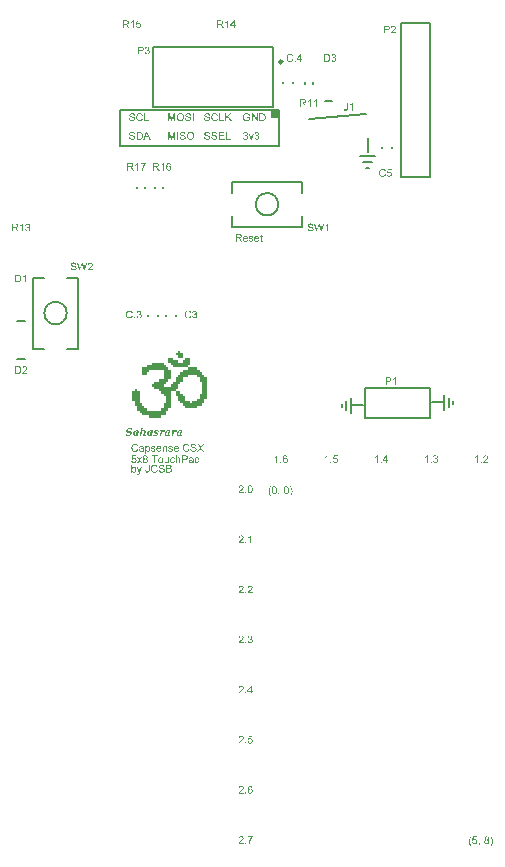
<source format=gto>
G04*
G04 #@! TF.GenerationSoftware,Altium Limited,Altium Designer,20.0.14 (345)*
G04*
G04 Layer_Color=65535*
%FSLAX25Y25*%
%MOIN*%
G70*
G01*
G75*
%ADD10C,0.00984*%
%ADD11C,0.00500*%
%ADD12C,0.00787*%
%ADD13C,0.00800*%
%ADD14R,0.03000X0.03000*%
G36*
X73100Y-115561D02*
X73900D01*
Y-116361D01*
Y-117161D01*
X72300D01*
Y-116361D01*
X71500D01*
Y-115561D01*
X72300D01*
Y-114761D01*
X73100D01*
Y-115561D01*
D02*
G37*
G36*
X76300Y-117961D02*
Y-118761D01*
Y-119561D01*
X75500D01*
Y-120361D01*
X78700D01*
Y-121161D01*
X79500D01*
Y-121961D01*
X80300D01*
Y-122761D01*
X81100D01*
Y-123561D01*
X81900D01*
Y-124361D01*
Y-125161D01*
Y-125961D01*
Y-126761D01*
Y-127561D01*
Y-128361D01*
Y-129161D01*
Y-129961D01*
Y-130761D01*
X81100D01*
Y-131561D01*
Y-132361D01*
X80300D01*
Y-133161D01*
X78700D01*
Y-133961D01*
X74700D01*
Y-133161D01*
X73900D01*
Y-132361D01*
X73100D01*
Y-131561D01*
X72300D01*
Y-130761D01*
Y-129961D01*
X71500D01*
Y-129161D01*
Y-128361D01*
X69900D01*
Y-129161D01*
Y-129961D01*
Y-130761D01*
Y-131561D01*
Y-132361D01*
Y-133161D01*
Y-133961D01*
X69100D01*
Y-134761D01*
X68300D01*
Y-135561D01*
Y-136361D01*
X66700D01*
Y-137161D01*
X62700D01*
Y-136361D01*
X60300D01*
Y-135561D01*
X59500D01*
Y-134761D01*
X58700D01*
Y-133961D01*
Y-133161D01*
X57900D01*
Y-132361D01*
Y-131561D01*
X57100D01*
Y-130761D01*
Y-129961D01*
Y-129161D01*
Y-128361D01*
X57900D01*
Y-127561D01*
X58700D01*
Y-128361D01*
X59500D01*
Y-129161D01*
Y-129961D01*
Y-130761D01*
Y-131561D01*
Y-132361D01*
X60300D01*
Y-133161D01*
X61100D01*
Y-133961D01*
X61900D01*
Y-134761D01*
X66700D01*
Y-133961D01*
X67500D01*
Y-133161D01*
Y-132361D01*
X68300D01*
Y-131561D01*
Y-130761D01*
Y-129961D01*
X67500D01*
Y-129161D01*
X66700D01*
Y-128361D01*
X65900D01*
Y-127561D01*
X64300D01*
Y-126761D01*
X63500D01*
Y-125961D01*
X64300D01*
Y-125161D01*
X65900D01*
Y-124361D01*
X67500D01*
Y-123561D01*
Y-122761D01*
Y-121961D01*
Y-121161D01*
X62700D01*
Y-121961D01*
X61900D01*
Y-122761D01*
X60300D01*
Y-121961D01*
Y-121161D01*
Y-120361D01*
X61900D01*
Y-119561D01*
X63500D01*
Y-118761D01*
X67500D01*
Y-119561D01*
X68300D01*
Y-120361D01*
X69100D01*
Y-121161D01*
X69900D01*
Y-121961D01*
Y-122761D01*
Y-123561D01*
Y-124361D01*
X69100D01*
Y-125161D01*
X68300D01*
Y-125961D01*
X67500D01*
Y-126761D01*
X69900D01*
Y-125961D01*
X70700D01*
Y-125161D01*
X71500D01*
Y-124361D01*
Y-123561D01*
X72300D01*
Y-122761D01*
X73100D01*
Y-121961D01*
X73900D01*
Y-121161D01*
X75500D01*
Y-120361D01*
X70700D01*
Y-119561D01*
X69900D01*
Y-118761D01*
X69100D01*
Y-117961D01*
Y-117161D01*
X70700D01*
Y-117961D01*
X72300D01*
Y-118761D01*
X73900D01*
Y-117961D01*
X74700D01*
Y-117161D01*
X76300D01*
Y-117961D01*
D02*
G37*
G36*
X57069Y-35621D02*
X57095D01*
X57165Y-35628D01*
X57243Y-35639D01*
X57325Y-35658D01*
X57413Y-35680D01*
X57495Y-35710D01*
X57499D01*
X57506Y-35713D01*
X57517Y-35721D01*
X57532Y-35728D01*
X57569Y-35746D01*
X57617Y-35780D01*
X57672Y-35817D01*
X57728Y-35865D01*
X57780Y-35920D01*
X57828Y-35983D01*
Y-35987D01*
X57832Y-35991D01*
X57839Y-36002D01*
X57846Y-36013D01*
X57865Y-36050D01*
X57887Y-36098D01*
X57913Y-36157D01*
X57931Y-36228D01*
X57950Y-36301D01*
X57957Y-36383D01*
X57632Y-36409D01*
Y-36405D01*
Y-36398D01*
X57628Y-36387D01*
X57624Y-36368D01*
X57613Y-36327D01*
X57598Y-36272D01*
X57576Y-36213D01*
X57543Y-36154D01*
X57502Y-36098D01*
X57450Y-36046D01*
X57443Y-36042D01*
X57424Y-36028D01*
X57388Y-36005D01*
X57339Y-35983D01*
X57276Y-35961D01*
X57203Y-35939D01*
X57110Y-35924D01*
X57006Y-35920D01*
X56955D01*
X56932Y-35924D01*
X56903Y-35928D01*
X56836Y-35935D01*
X56762Y-35950D01*
X56688Y-35969D01*
X56618Y-35998D01*
X56588Y-36017D01*
X56559Y-36035D01*
X56551Y-36039D01*
X56537Y-36054D01*
X56514Y-36079D01*
X56492Y-36109D01*
X56466Y-36150D01*
X56444Y-36194D01*
X56429Y-36246D01*
X56422Y-36305D01*
Y-36313D01*
Y-36327D01*
X56425Y-36353D01*
X56433Y-36383D01*
X56444Y-36420D01*
X56463Y-36457D01*
X56485Y-36494D01*
X56518Y-36531D01*
X56522Y-36535D01*
X56540Y-36546D01*
X56555Y-36557D01*
X56570Y-36564D01*
X56592Y-36575D01*
X56618Y-36590D01*
X56651Y-36601D01*
X56688Y-36616D01*
X56729Y-36631D01*
X56777Y-36649D01*
X56829Y-36664D01*
X56888Y-36683D01*
X56955Y-36697D01*
X57029Y-36716D01*
X57032D01*
X57047Y-36720D01*
X57069Y-36723D01*
X57095Y-36731D01*
X57129Y-36738D01*
X57169Y-36749D01*
X57210Y-36760D01*
X57254Y-36771D01*
X57350Y-36797D01*
X57443Y-36823D01*
X57487Y-36838D01*
X57528Y-36853D01*
X57565Y-36864D01*
X57595Y-36879D01*
X57598D01*
X57606Y-36882D01*
X57617Y-36890D01*
X57632Y-36897D01*
X57672Y-36919D01*
X57721Y-36949D01*
X57776Y-36990D01*
X57832Y-37034D01*
X57883Y-37086D01*
X57928Y-37141D01*
X57931Y-37149D01*
X57946Y-37167D01*
X57961Y-37201D01*
X57983Y-37245D01*
X58002Y-37297D01*
X58020Y-37360D01*
X58031Y-37430D01*
X58035Y-37504D01*
Y-37508D01*
Y-37511D01*
Y-37523D01*
Y-37537D01*
X58028Y-37578D01*
X58020Y-37630D01*
X58005Y-37689D01*
X57987Y-37752D01*
X57957Y-37819D01*
X57917Y-37889D01*
Y-37892D01*
X57913Y-37896D01*
X57894Y-37918D01*
X57868Y-37952D01*
X57832Y-37989D01*
X57783Y-38033D01*
X57724Y-38081D01*
X57658Y-38126D01*
X57580Y-38166D01*
X57576D01*
X57569Y-38170D01*
X57558Y-38174D01*
X57543Y-38181D01*
X57521Y-38188D01*
X57495Y-38200D01*
X57436Y-38214D01*
X57365Y-38233D01*
X57280Y-38251D01*
X57188Y-38263D01*
X57088Y-38266D01*
X57029D01*
X56999Y-38263D01*
X56966D01*
X56929Y-38259D01*
X56884Y-38255D01*
X56792Y-38240D01*
X56696Y-38225D01*
X56599Y-38200D01*
X56507Y-38166D01*
X56503D01*
X56496Y-38163D01*
X56485Y-38155D01*
X56470Y-38148D01*
X56425Y-38126D01*
X56374Y-38092D01*
X56314Y-38048D01*
X56252Y-37996D01*
X56192Y-37933D01*
X56137Y-37863D01*
Y-37859D01*
X56129Y-37852D01*
X56126Y-37841D01*
X56115Y-37826D01*
X56107Y-37807D01*
X56096Y-37785D01*
X56070Y-37730D01*
X56044Y-37659D01*
X56022Y-37582D01*
X56007Y-37493D01*
X56000Y-37400D01*
X56318Y-37371D01*
Y-37374D01*
Y-37378D01*
X56322Y-37389D01*
Y-37404D01*
X56329Y-37437D01*
X56340Y-37486D01*
X56355Y-37534D01*
X56370Y-37589D01*
X56396Y-37641D01*
X56422Y-37689D01*
X56425Y-37693D01*
X56437Y-37707D01*
X56455Y-37733D01*
X56485Y-37759D01*
X56522Y-37793D01*
X56562Y-37826D01*
X56618Y-37859D01*
X56677Y-37889D01*
X56681D01*
X56684Y-37892D01*
X56696Y-37896D01*
X56707Y-37900D01*
X56744Y-37911D01*
X56792Y-37926D01*
X56851Y-37941D01*
X56918Y-37952D01*
X56992Y-37959D01*
X57073Y-37963D01*
X57106D01*
X57143Y-37959D01*
X57188Y-37955D01*
X57240Y-37948D01*
X57299Y-37941D01*
X57358Y-37926D01*
X57413Y-37907D01*
X57421Y-37904D01*
X57439Y-37896D01*
X57465Y-37881D01*
X57499Y-37867D01*
X57532Y-37841D01*
X57569Y-37815D01*
X57606Y-37785D01*
X57635Y-37748D01*
X57639Y-37745D01*
X57647Y-37730D01*
X57658Y-37711D01*
X57672Y-37682D01*
X57687Y-37652D01*
X57698Y-37615D01*
X57706Y-37574D01*
X57709Y-37530D01*
Y-37526D01*
Y-37508D01*
X57706Y-37486D01*
X57702Y-37456D01*
X57691Y-37426D01*
X57680Y-37389D01*
X57661Y-37352D01*
X57635Y-37319D01*
X57632Y-37315D01*
X57621Y-37304D01*
X57606Y-37289D01*
X57580Y-37267D01*
X57550Y-37245D01*
X57510Y-37219D01*
X57462Y-37193D01*
X57406Y-37171D01*
X57402Y-37167D01*
X57384Y-37164D01*
X57354Y-37152D01*
X57336Y-37149D01*
X57310Y-37141D01*
X57284Y-37130D01*
X57251Y-37123D01*
X57214Y-37112D01*
X57169Y-37101D01*
X57125Y-37090D01*
X57073Y-37075D01*
X57014Y-37060D01*
X56951Y-37045D01*
X56947D01*
X56936Y-37042D01*
X56918Y-37038D01*
X56895Y-37030D01*
X56866Y-37023D01*
X56832Y-37016D01*
X56758Y-36993D01*
X56677Y-36968D01*
X56592Y-36942D01*
X56518Y-36916D01*
X56485Y-36901D01*
X56455Y-36886D01*
X56451D01*
X56448Y-36882D01*
X56425Y-36868D01*
X56392Y-36849D01*
X56355Y-36819D01*
X56311Y-36786D01*
X56266Y-36746D01*
X56222Y-36697D01*
X56185Y-36646D01*
X56181Y-36638D01*
X56170Y-36620D01*
X56155Y-36590D01*
X56141Y-36553D01*
X56126Y-36505D01*
X56111Y-36450D01*
X56100Y-36390D01*
X56096Y-36327D01*
Y-36324D01*
Y-36320D01*
Y-36309D01*
Y-36294D01*
X56104Y-36257D01*
X56111Y-36209D01*
X56122Y-36154D01*
X56141Y-36091D01*
X56166Y-36028D01*
X56204Y-35965D01*
Y-35961D01*
X56207Y-35957D01*
X56226Y-35935D01*
X56252Y-35906D01*
X56285Y-35869D01*
X56329Y-35828D01*
X56385Y-35783D01*
X56451Y-35743D01*
X56525Y-35706D01*
X56529D01*
X56537Y-35702D01*
X56548Y-35698D01*
X56562Y-35691D01*
X56581Y-35684D01*
X56607Y-35676D01*
X56662Y-35661D01*
X56733Y-35647D01*
X56814Y-35632D01*
X56899Y-35621D01*
X56995Y-35617D01*
X57043D01*
X57069Y-35621D01*
D02*
G37*
G36*
X59670D02*
X59704Y-35624D01*
X59744Y-35628D01*
X59785Y-35632D01*
X59833Y-35643D01*
X59933Y-35665D01*
X60044Y-35698D01*
X60100Y-35721D01*
X60151Y-35746D01*
X60203Y-35780D01*
X60255Y-35813D01*
X60259Y-35817D01*
X60266Y-35820D01*
X60281Y-35832D01*
X60299Y-35850D01*
X60318Y-35869D01*
X60344Y-35895D01*
X60370Y-35924D01*
X60399Y-35954D01*
X60429Y-35991D01*
X60458Y-36035D01*
X60492Y-36079D01*
X60521Y-36128D01*
X60547Y-36183D01*
X60577Y-36239D01*
X60599Y-36298D01*
X60621Y-36364D01*
X60288Y-36442D01*
Y-36438D01*
X60285Y-36431D01*
X60277Y-36416D01*
X60270Y-36398D01*
X60262Y-36375D01*
X60251Y-36346D01*
X60222Y-36287D01*
X60185Y-36220D01*
X60140Y-36154D01*
X60085Y-36091D01*
X60026Y-36035D01*
X60018Y-36028D01*
X59996Y-36013D01*
X59959Y-35994D01*
X59911Y-35969D01*
X59848Y-35946D01*
X59778Y-35924D01*
X59693Y-35909D01*
X59600Y-35906D01*
X59570D01*
X59552Y-35909D01*
X59526D01*
X59496Y-35913D01*
X59426Y-35924D01*
X59348Y-35939D01*
X59267Y-35965D01*
X59182Y-36002D01*
X59104Y-36050D01*
X59101D01*
X59097Y-36057D01*
X59071Y-36076D01*
X59038Y-36105D01*
X58997Y-36150D01*
X58949Y-36205D01*
X58904Y-36268D01*
X58864Y-36346D01*
X58827Y-36431D01*
Y-36435D01*
X58823Y-36442D01*
X58819Y-36453D01*
X58816Y-36472D01*
X58808Y-36494D01*
X58801Y-36520D01*
X58790Y-36583D01*
X58775Y-36657D01*
X58760Y-36738D01*
X58753Y-36827D01*
X58749Y-36923D01*
Y-36927D01*
Y-36938D01*
Y-36956D01*
Y-36979D01*
X58753Y-37005D01*
Y-37038D01*
X58757Y-37075D01*
X58760Y-37115D01*
X58771Y-37204D01*
X58790Y-37301D01*
X58812Y-37397D01*
X58842Y-37493D01*
Y-37497D01*
X58845Y-37504D01*
X58853Y-37515D01*
X58860Y-37534D01*
X58882Y-37578D01*
X58916Y-37630D01*
X58956Y-37689D01*
X59008Y-37752D01*
X59067Y-37807D01*
X59138Y-37859D01*
X59141D01*
X59149Y-37863D01*
X59160Y-37870D01*
X59175Y-37878D01*
X59193Y-37885D01*
X59215Y-37896D01*
X59267Y-37918D01*
X59334Y-37941D01*
X59408Y-37959D01*
X59489Y-37974D01*
X59574Y-37978D01*
X59600D01*
X59622Y-37974D01*
X59648D01*
X59674Y-37970D01*
X59741Y-37955D01*
X59818Y-37937D01*
X59896Y-37907D01*
X59978Y-37867D01*
X60018Y-37844D01*
X60055Y-37815D01*
X60059Y-37811D01*
X60063Y-37807D01*
X60074Y-37796D01*
X60088Y-37785D01*
X60103Y-37767D01*
X60122Y-37745D01*
X60144Y-37722D01*
X60163Y-37693D01*
X60185Y-37659D01*
X60211Y-37622D01*
X60233Y-37585D01*
X60255Y-37541D01*
X60273Y-37493D01*
X60292Y-37441D01*
X60311Y-37386D01*
X60325Y-37326D01*
X60666Y-37411D01*
Y-37415D01*
X60662Y-37430D01*
X60655Y-37452D01*
X60644Y-37482D01*
X60632Y-37515D01*
X60618Y-37556D01*
X60599Y-37600D01*
X60577Y-37648D01*
X60525Y-37752D01*
X60458Y-37855D01*
X60418Y-37907D01*
X60377Y-37959D01*
X60333Y-38004D01*
X60281Y-38048D01*
X60277Y-38052D01*
X60270Y-38059D01*
X60251Y-38066D01*
X60233Y-38081D01*
X60203Y-38100D01*
X60174Y-38118D01*
X60133Y-38137D01*
X60092Y-38155D01*
X60044Y-38177D01*
X59992Y-38196D01*
X59937Y-38214D01*
X59878Y-38233D01*
X59815Y-38248D01*
X59748Y-38255D01*
X59678Y-38263D01*
X59604Y-38266D01*
X59563D01*
X59534Y-38263D01*
X59500D01*
X59460Y-38259D01*
X59415Y-38251D01*
X59363Y-38244D01*
X59256Y-38225D01*
X59145Y-38196D01*
X59034Y-38155D01*
X58982Y-38129D01*
X58930Y-38100D01*
X58927Y-38096D01*
X58919Y-38092D01*
X58904Y-38081D01*
X58890Y-38066D01*
X58868Y-38052D01*
X58842Y-38029D01*
X58812Y-38004D01*
X58782Y-37974D01*
X58753Y-37941D01*
X58719Y-37907D01*
X58653Y-37822D01*
X58590Y-37722D01*
X58534Y-37611D01*
Y-37608D01*
X58527Y-37596D01*
X58523Y-37578D01*
X58512Y-37556D01*
X58505Y-37526D01*
X58494Y-37489D01*
X58479Y-37448D01*
X58468Y-37404D01*
X58457Y-37356D01*
X58442Y-37301D01*
X58424Y-37186D01*
X58409Y-37056D01*
X58401Y-36923D01*
Y-36919D01*
Y-36905D01*
Y-36882D01*
X58405Y-36856D01*
Y-36819D01*
X58409Y-36783D01*
X58412Y-36734D01*
X58420Y-36686D01*
X58438Y-36579D01*
X58464Y-36461D01*
X58501Y-36342D01*
X58553Y-36228D01*
X58557Y-36224D01*
X58560Y-36213D01*
X58568Y-36198D01*
X58583Y-36179D01*
X58597Y-36154D01*
X58616Y-36124D01*
X58664Y-36057D01*
X58727Y-35983D01*
X58801Y-35909D01*
X58886Y-35835D01*
X58986Y-35772D01*
X58990Y-35769D01*
X59001Y-35765D01*
X59016Y-35758D01*
X59034Y-35746D01*
X59064Y-35735D01*
X59093Y-35724D01*
X59130Y-35710D01*
X59171Y-35695D01*
X59215Y-35680D01*
X59263Y-35665D01*
X59367Y-35643D01*
X59485Y-35624D01*
X59607Y-35617D01*
X59645D01*
X59670Y-35621D01*
D02*
G37*
G36*
X61409Y-37918D02*
X62671D01*
Y-38222D01*
X61069D01*
Y-35661D01*
X61409D01*
Y-37918D01*
D02*
G37*
G36*
X57069Y-41855D02*
X57095D01*
X57165Y-41862D01*
X57243Y-41873D01*
X57325Y-41892D01*
X57413Y-41914D01*
X57495Y-41943D01*
X57499D01*
X57506Y-41947D01*
X57517Y-41954D01*
X57532Y-41962D01*
X57569Y-41980D01*
X57617Y-42014D01*
X57672Y-42051D01*
X57728Y-42099D01*
X57780Y-42154D01*
X57828Y-42217D01*
Y-42221D01*
X57832Y-42224D01*
X57839Y-42236D01*
X57846Y-42247D01*
X57865Y-42284D01*
X57887Y-42332D01*
X57913Y-42391D01*
X57931Y-42461D01*
X57950Y-42535D01*
X57957Y-42617D01*
X57632Y-42643D01*
Y-42639D01*
Y-42632D01*
X57628Y-42620D01*
X57624Y-42602D01*
X57613Y-42561D01*
X57598Y-42506D01*
X57576Y-42447D01*
X57543Y-42387D01*
X57502Y-42332D01*
X57450Y-42280D01*
X57443Y-42276D01*
X57424Y-42261D01*
X57388Y-42239D01*
X57339Y-42217D01*
X57276Y-42195D01*
X57203Y-42173D01*
X57110Y-42158D01*
X57006Y-42154D01*
X56955D01*
X56932Y-42158D01*
X56903Y-42162D01*
X56836Y-42169D01*
X56762Y-42184D01*
X56688Y-42202D01*
X56618Y-42232D01*
X56588Y-42250D01*
X56559Y-42269D01*
X56551Y-42273D01*
X56537Y-42287D01*
X56514Y-42313D01*
X56492Y-42343D01*
X56466Y-42384D01*
X56444Y-42428D01*
X56429Y-42480D01*
X56422Y-42539D01*
Y-42546D01*
Y-42561D01*
X56425Y-42587D01*
X56433Y-42617D01*
X56444Y-42654D01*
X56463Y-42691D01*
X56485Y-42728D01*
X56518Y-42765D01*
X56522Y-42768D01*
X56540Y-42779D01*
X56555Y-42791D01*
X56570Y-42798D01*
X56592Y-42809D01*
X56618Y-42824D01*
X56651Y-42835D01*
X56688Y-42850D01*
X56729Y-42865D01*
X56777Y-42883D01*
X56829Y-42898D01*
X56888Y-42916D01*
X56955Y-42931D01*
X57029Y-42950D01*
X57032D01*
X57047Y-42953D01*
X57069Y-42957D01*
X57095Y-42965D01*
X57129Y-42972D01*
X57169Y-42983D01*
X57210Y-42994D01*
X57254Y-43005D01*
X57350Y-43031D01*
X57443Y-43057D01*
X57487Y-43072D01*
X57528Y-43087D01*
X57565Y-43098D01*
X57595Y-43112D01*
X57598D01*
X57606Y-43116D01*
X57617Y-43124D01*
X57632Y-43131D01*
X57672Y-43153D01*
X57721Y-43183D01*
X57776Y-43224D01*
X57832Y-43268D01*
X57883Y-43320D01*
X57928Y-43375D01*
X57931Y-43383D01*
X57946Y-43401D01*
X57961Y-43434D01*
X57983Y-43479D01*
X58002Y-43531D01*
X58020Y-43593D01*
X58031Y-43664D01*
X58035Y-43738D01*
Y-43742D01*
Y-43745D01*
Y-43756D01*
Y-43771D01*
X58028Y-43812D01*
X58020Y-43864D01*
X58005Y-43923D01*
X57987Y-43986D01*
X57957Y-44052D01*
X57917Y-44123D01*
Y-44126D01*
X57913Y-44130D01*
X57894Y-44152D01*
X57868Y-44186D01*
X57832Y-44223D01*
X57783Y-44267D01*
X57724Y-44315D01*
X57658Y-44359D01*
X57580Y-44400D01*
X57576D01*
X57569Y-44404D01*
X57558Y-44407D01*
X57543Y-44415D01*
X57521Y-44422D01*
X57495Y-44433D01*
X57436Y-44448D01*
X57365Y-44467D01*
X57280Y-44485D01*
X57188Y-44496D01*
X57088Y-44500D01*
X57029D01*
X56999Y-44496D01*
X56966D01*
X56929Y-44493D01*
X56884Y-44489D01*
X56792Y-44474D01*
X56696Y-44459D01*
X56599Y-44433D01*
X56507Y-44400D01*
X56503D01*
X56496Y-44396D01*
X56485Y-44389D01*
X56470Y-44382D01*
X56425Y-44359D01*
X56374Y-44326D01*
X56314Y-44282D01*
X56252Y-44230D01*
X56192Y-44167D01*
X56137Y-44097D01*
Y-44093D01*
X56129Y-44086D01*
X56126Y-44074D01*
X56115Y-44060D01*
X56107Y-44041D01*
X56096Y-44019D01*
X56070Y-43964D01*
X56044Y-43893D01*
X56022Y-43815D01*
X56007Y-43727D01*
X56000Y-43634D01*
X56318Y-43605D01*
Y-43608D01*
Y-43612D01*
X56322Y-43623D01*
Y-43638D01*
X56329Y-43671D01*
X56340Y-43719D01*
X56355Y-43767D01*
X56370Y-43823D01*
X56396Y-43875D01*
X56422Y-43923D01*
X56425Y-43927D01*
X56437Y-43941D01*
X56455Y-43967D01*
X56485Y-43993D01*
X56522Y-44026D01*
X56562Y-44060D01*
X56618Y-44093D01*
X56677Y-44123D01*
X56681D01*
X56684Y-44126D01*
X56696Y-44130D01*
X56707Y-44134D01*
X56744Y-44145D01*
X56792Y-44160D01*
X56851Y-44174D01*
X56918Y-44186D01*
X56992Y-44193D01*
X57073Y-44197D01*
X57106D01*
X57143Y-44193D01*
X57188Y-44189D01*
X57240Y-44182D01*
X57299Y-44174D01*
X57358Y-44160D01*
X57413Y-44141D01*
X57421Y-44137D01*
X57439Y-44130D01*
X57465Y-44115D01*
X57499Y-44100D01*
X57532Y-44074D01*
X57569Y-44049D01*
X57606Y-44019D01*
X57635Y-43982D01*
X57639Y-43978D01*
X57647Y-43964D01*
X57658Y-43945D01*
X57672Y-43915D01*
X57687Y-43886D01*
X57698Y-43849D01*
X57706Y-43808D01*
X57709Y-43764D01*
Y-43760D01*
Y-43742D01*
X57706Y-43719D01*
X57702Y-43690D01*
X57691Y-43660D01*
X57680Y-43623D01*
X57661Y-43586D01*
X57635Y-43553D01*
X57632Y-43549D01*
X57621Y-43538D01*
X57606Y-43523D01*
X57580Y-43501D01*
X57550Y-43479D01*
X57510Y-43453D01*
X57462Y-43427D01*
X57406Y-43405D01*
X57402Y-43401D01*
X57384Y-43397D01*
X57354Y-43386D01*
X57336Y-43383D01*
X57310Y-43375D01*
X57284Y-43364D01*
X57251Y-43357D01*
X57214Y-43346D01*
X57169Y-43334D01*
X57125Y-43323D01*
X57073Y-43309D01*
X57014Y-43294D01*
X56951Y-43279D01*
X56947D01*
X56936Y-43275D01*
X56918Y-43272D01*
X56895Y-43264D01*
X56866Y-43257D01*
X56832Y-43249D01*
X56758Y-43227D01*
X56677Y-43201D01*
X56592Y-43175D01*
X56518Y-43150D01*
X56485Y-43135D01*
X56455Y-43120D01*
X56451D01*
X56448Y-43116D01*
X56425Y-43101D01*
X56392Y-43083D01*
X56355Y-43053D01*
X56311Y-43020D01*
X56266Y-42979D01*
X56222Y-42931D01*
X56185Y-42879D01*
X56181Y-42872D01*
X56170Y-42854D01*
X56155Y-42824D01*
X56141Y-42787D01*
X56126Y-42739D01*
X56111Y-42683D01*
X56100Y-42624D01*
X56096Y-42561D01*
Y-42557D01*
Y-42554D01*
Y-42543D01*
Y-42528D01*
X56104Y-42491D01*
X56111Y-42443D01*
X56122Y-42387D01*
X56141Y-42324D01*
X56166Y-42261D01*
X56204Y-42199D01*
Y-42195D01*
X56207Y-42191D01*
X56226Y-42169D01*
X56252Y-42139D01*
X56285Y-42102D01*
X56329Y-42062D01*
X56385Y-42017D01*
X56451Y-41977D01*
X56525Y-41940D01*
X56529D01*
X56537Y-41936D01*
X56548Y-41932D01*
X56562Y-41925D01*
X56581Y-41917D01*
X56607Y-41910D01*
X56662Y-41895D01*
X56733Y-41880D01*
X56814Y-41866D01*
X56899Y-41855D01*
X56995Y-41851D01*
X57043D01*
X57069Y-41855D01*
D02*
G37*
G36*
X63196Y-44456D02*
X62812D01*
X62512Y-43679D01*
X61439D01*
X61162Y-44456D01*
X60803D01*
X61779Y-41895D01*
X62149D01*
X63196Y-44456D01*
D02*
G37*
G36*
X59552Y-41899D02*
X59626Y-41903D01*
X59700Y-41910D01*
X59774Y-41921D01*
X59837Y-41932D01*
X59841D01*
X59848Y-41936D01*
X59859D01*
X59874Y-41943D01*
X59915Y-41954D01*
X59966Y-41973D01*
X60026Y-41999D01*
X60088Y-42032D01*
X60151Y-42069D01*
X60211Y-42117D01*
X60214Y-42121D01*
X60218Y-42125D01*
X60229Y-42136D01*
X60244Y-42147D01*
X60281Y-42184D01*
X60325Y-42236D01*
X60373Y-42298D01*
X60425Y-42373D01*
X60473Y-42458D01*
X60514Y-42554D01*
Y-42557D01*
X60518Y-42565D01*
X60525Y-42580D01*
X60529Y-42602D01*
X60540Y-42628D01*
X60547Y-42657D01*
X60555Y-42691D01*
X60566Y-42731D01*
X60577Y-42772D01*
X60584Y-42820D01*
X60603Y-42924D01*
X60614Y-43038D01*
X60618Y-43164D01*
Y-43168D01*
Y-43175D01*
Y-43194D01*
Y-43212D01*
X60614Y-43238D01*
Y-43268D01*
X60610Y-43338D01*
X60599Y-43420D01*
X60588Y-43505D01*
X60570Y-43593D01*
X60547Y-43682D01*
Y-43686D01*
X60544Y-43693D01*
X60540Y-43705D01*
X60536Y-43719D01*
X60521Y-43760D01*
X60499Y-43812D01*
X60477Y-43871D01*
X60447Y-43930D01*
X60410Y-43993D01*
X60373Y-44052D01*
X60370Y-44060D01*
X60355Y-44078D01*
X60333Y-44104D01*
X60303Y-44137D01*
X60270Y-44174D01*
X60229Y-44211D01*
X60188Y-44252D01*
X60140Y-44285D01*
X60133Y-44289D01*
X60118Y-44300D01*
X60092Y-44315D01*
X60055Y-44333D01*
X60011Y-44356D01*
X59959Y-44374D01*
X59900Y-44396D01*
X59833Y-44415D01*
X59826D01*
X59815Y-44419D01*
X59804Y-44422D01*
X59767Y-44426D01*
X59715Y-44433D01*
X59656Y-44441D01*
X59585Y-44448D01*
X59508Y-44452D01*
X59422Y-44456D01*
X58501D01*
Y-41895D01*
X59485D01*
X59552Y-41899D01*
D02*
G37*
G36*
X95350Y-35654D02*
X95380D01*
X95450Y-35661D01*
X95528Y-35673D01*
X95609Y-35691D01*
X95698Y-35713D01*
X95783Y-35743D01*
X95787D01*
X95794Y-35746D01*
X95806Y-35750D01*
X95820Y-35758D01*
X95861Y-35780D01*
X95913Y-35806D01*
X95968Y-35843D01*
X96028Y-35887D01*
X96083Y-35935D01*
X96135Y-35994D01*
X96142Y-36002D01*
X96157Y-36024D01*
X96179Y-36057D01*
X96209Y-36105D01*
X96238Y-36165D01*
X96272Y-36239D01*
X96305Y-36320D01*
X96331Y-36413D01*
X96024Y-36494D01*
Y-36490D01*
X96020Y-36487D01*
X96017Y-36475D01*
X96013Y-36461D01*
X96002Y-36427D01*
X95987Y-36383D01*
X95965Y-36331D01*
X95939Y-36283D01*
X95913Y-36231D01*
X95880Y-36187D01*
X95876Y-36183D01*
X95865Y-36168D01*
X95843Y-36150D01*
X95817Y-36124D01*
X95783Y-36094D01*
X95739Y-36065D01*
X95691Y-36035D01*
X95635Y-36009D01*
X95628Y-36005D01*
X95609Y-35998D01*
X95576Y-35987D01*
X95532Y-35972D01*
X95480Y-35961D01*
X95421Y-35950D01*
X95354Y-35943D01*
X95284Y-35939D01*
X95243D01*
X95225Y-35943D01*
X95202D01*
X95147Y-35946D01*
X95084Y-35957D01*
X95014Y-35969D01*
X94947Y-35987D01*
X94881Y-36013D01*
X94873Y-36017D01*
X94851Y-36024D01*
X94821Y-36042D01*
X94784Y-36061D01*
X94740Y-36091D01*
X94692Y-36120D01*
X94648Y-36157D01*
X94607Y-36198D01*
X94603Y-36202D01*
X94588Y-36216D01*
X94570Y-36242D01*
X94548Y-36272D01*
X94522Y-36309D01*
X94496Y-36353D01*
X94470Y-36401D01*
X94444Y-36453D01*
Y-36457D01*
X94440Y-36464D01*
X94437Y-36475D01*
X94429Y-36494D01*
X94422Y-36516D01*
X94414Y-36542D01*
X94403Y-36572D01*
X94396Y-36605D01*
X94377Y-36683D01*
X94363Y-36771D01*
X94352Y-36864D01*
X94348Y-36968D01*
Y-36971D01*
Y-36982D01*
Y-37001D01*
X94352Y-37023D01*
Y-37053D01*
X94355Y-37090D01*
X94359Y-37127D01*
X94363Y-37167D01*
X94377Y-37260D01*
X94396Y-37356D01*
X94425Y-37452D01*
X94463Y-37545D01*
Y-37548D01*
X94470Y-37556D01*
X94474Y-37567D01*
X94485Y-37582D01*
X94511Y-37622D01*
X94551Y-37674D01*
X94599Y-37730D01*
X94659Y-37785D01*
X94729Y-37837D01*
X94807Y-37885D01*
X94810D01*
X94818Y-37889D01*
X94829Y-37896D01*
X94847Y-37904D01*
X94866Y-37911D01*
X94892Y-37918D01*
X94951Y-37941D01*
X95025Y-37959D01*
X95106Y-37978D01*
X95195Y-37992D01*
X95288Y-37996D01*
X95325D01*
X95347Y-37992D01*
X95369D01*
X95424Y-37985D01*
X95491Y-37978D01*
X95561Y-37963D01*
X95639Y-37941D01*
X95717Y-37915D01*
X95720D01*
X95728Y-37911D01*
X95735Y-37907D01*
X95750Y-37900D01*
X95791Y-37881D01*
X95835Y-37859D01*
X95887Y-37833D01*
X95942Y-37804D01*
X95994Y-37770D01*
X96039Y-37733D01*
Y-37252D01*
X95284D01*
Y-36949D01*
X96372D01*
Y-37900D01*
X96368Y-37904D01*
X96361Y-37907D01*
X96346Y-37918D01*
X96327Y-37933D01*
X96305Y-37948D01*
X96279Y-37966D01*
X96246Y-37989D01*
X96213Y-38011D01*
X96135Y-38059D01*
X96046Y-38111D01*
X95954Y-38159D01*
X95854Y-38200D01*
X95850D01*
X95843Y-38203D01*
X95828Y-38207D01*
X95809Y-38214D01*
X95783Y-38222D01*
X95754Y-38233D01*
X95720Y-38240D01*
X95687Y-38248D01*
X95606Y-38266D01*
X95513Y-38285D01*
X95413Y-38296D01*
X95310Y-38300D01*
X95273D01*
X95247Y-38296D01*
X95214D01*
X95173Y-38292D01*
X95129Y-38285D01*
X95080Y-38281D01*
X94973Y-38259D01*
X94858Y-38233D01*
X94740Y-38192D01*
X94681Y-38170D01*
X94622Y-38140D01*
X94618Y-38137D01*
X94607Y-38133D01*
X94592Y-38122D01*
X94570Y-38111D01*
X94544Y-38092D01*
X94518Y-38074D01*
X94448Y-38022D01*
X94374Y-37955D01*
X94296Y-37874D01*
X94222Y-37782D01*
X94155Y-37674D01*
Y-37670D01*
X94148Y-37659D01*
X94141Y-37645D01*
X94130Y-37619D01*
X94118Y-37593D01*
X94107Y-37556D01*
X94093Y-37519D01*
X94078Y-37474D01*
X94063Y-37426D01*
X94048Y-37371D01*
X94037Y-37315D01*
X94026Y-37256D01*
X94007Y-37127D01*
X94000Y-36990D01*
Y-36986D01*
Y-36971D01*
Y-36953D01*
X94004Y-36927D01*
Y-36893D01*
X94007Y-36853D01*
X94015Y-36812D01*
X94019Y-36764D01*
X94030Y-36712D01*
X94037Y-36657D01*
X94067Y-36538D01*
X94104Y-36416D01*
X94155Y-36294D01*
X94159Y-36290D01*
X94163Y-36279D01*
X94170Y-36265D01*
X94185Y-36242D01*
X94200Y-36213D01*
X94218Y-36183D01*
X94270Y-36113D01*
X94333Y-36031D01*
X94411Y-35954D01*
X94499Y-35876D01*
X94551Y-35843D01*
X94603Y-35809D01*
X94607Y-35806D01*
X94618Y-35802D01*
X94633Y-35795D01*
X94655Y-35783D01*
X94684Y-35772D01*
X94718Y-35758D01*
X94755Y-35743D01*
X94799Y-35728D01*
X94847Y-35713D01*
X94899Y-35702D01*
X94955Y-35687D01*
X95014Y-35676D01*
X95143Y-35658D01*
X95210Y-35650D01*
X95328D01*
X95350Y-35654D01*
D02*
G37*
G36*
X98884Y-38255D02*
X98532D01*
X97193Y-36246D01*
Y-38255D01*
X96868D01*
Y-35695D01*
X97215D01*
X98558Y-37707D01*
Y-35695D01*
X98884D01*
Y-38255D01*
D02*
G37*
G36*
X100505Y-35698D02*
X100579Y-35702D01*
X100653Y-35710D01*
X100727Y-35721D01*
X100789Y-35732D01*
X100793D01*
X100801Y-35735D01*
X100812D01*
X100827Y-35743D01*
X100867Y-35754D01*
X100919Y-35772D01*
X100978Y-35798D01*
X101041Y-35832D01*
X101104Y-35869D01*
X101163Y-35917D01*
X101167Y-35920D01*
X101171Y-35924D01*
X101182Y-35935D01*
X101197Y-35946D01*
X101233Y-35983D01*
X101278Y-36035D01*
X101326Y-36098D01*
X101378Y-36172D01*
X101426Y-36257D01*
X101467Y-36353D01*
Y-36357D01*
X101470Y-36364D01*
X101478Y-36379D01*
X101481Y-36401D01*
X101493Y-36427D01*
X101500Y-36457D01*
X101507Y-36490D01*
X101518Y-36531D01*
X101530Y-36572D01*
X101537Y-36620D01*
X101555Y-36723D01*
X101567Y-36838D01*
X101570Y-36964D01*
Y-36968D01*
Y-36975D01*
Y-36993D01*
Y-37012D01*
X101567Y-37038D01*
Y-37067D01*
X101563Y-37138D01*
X101552Y-37219D01*
X101541Y-37304D01*
X101522Y-37393D01*
X101500Y-37482D01*
Y-37486D01*
X101496Y-37493D01*
X101493Y-37504D01*
X101489Y-37519D01*
X101474Y-37560D01*
X101452Y-37611D01*
X101430Y-37670D01*
X101400Y-37730D01*
X101363Y-37793D01*
X101326Y-37852D01*
X101322Y-37859D01*
X101307Y-37878D01*
X101285Y-37904D01*
X101256Y-37937D01*
X101222Y-37974D01*
X101182Y-38011D01*
X101141Y-38052D01*
X101093Y-38085D01*
X101085Y-38089D01*
X101071Y-38100D01*
X101045Y-38115D01*
X101008Y-38133D01*
X100963Y-38155D01*
X100912Y-38174D01*
X100852Y-38196D01*
X100786Y-38214D01*
X100778D01*
X100767Y-38218D01*
X100756Y-38222D01*
X100719Y-38225D01*
X100667Y-38233D01*
X100608Y-38240D01*
X100538Y-38248D01*
X100460Y-38251D01*
X100375Y-38255D01*
X99454D01*
Y-35695D01*
X100438D01*
X100505Y-35698D01*
D02*
G37*
G36*
X98658Y-41888D02*
X98706Y-41895D01*
X98766Y-41906D01*
X98832Y-41925D01*
X98899Y-41947D01*
X98965Y-41977D01*
X98969D01*
X98973Y-41980D01*
X98995Y-41991D01*
X99028Y-42014D01*
X99065Y-42039D01*
X99110Y-42077D01*
X99154Y-42117D01*
X99199Y-42165D01*
X99235Y-42221D01*
X99239Y-42228D01*
X99250Y-42247D01*
X99265Y-42280D01*
X99284Y-42321D01*
X99302Y-42369D01*
X99317Y-42424D01*
X99328Y-42487D01*
X99332Y-42550D01*
Y-42557D01*
Y-42580D01*
X99328Y-42609D01*
X99321Y-42650D01*
X99309Y-42698D01*
X99291Y-42750D01*
X99269Y-42802D01*
X99239Y-42854D01*
X99235Y-42861D01*
X99224Y-42876D01*
X99202Y-42902D01*
X99173Y-42931D01*
X99136Y-42965D01*
X99091Y-43001D01*
X99039Y-43035D01*
X98976Y-43068D01*
X98980D01*
X98988Y-43072D01*
X98999Y-43075D01*
X99014Y-43079D01*
X99054Y-43094D01*
X99106Y-43116D01*
X99165Y-43146D01*
X99224Y-43183D01*
X99280Y-43231D01*
X99332Y-43286D01*
X99335Y-43294D01*
X99350Y-43316D01*
X99372Y-43353D01*
X99395Y-43401D01*
X99417Y-43460D01*
X99439Y-43531D01*
X99454Y-43612D01*
X99458Y-43701D01*
Y-43705D01*
Y-43716D01*
Y-43734D01*
X99454Y-43756D01*
X99450Y-43786D01*
X99443Y-43819D01*
X99435Y-43856D01*
X99428Y-43897D01*
X99398Y-43986D01*
X99376Y-44034D01*
X99354Y-44078D01*
X99324Y-44126D01*
X99291Y-44174D01*
X99254Y-44223D01*
X99210Y-44267D01*
X99206Y-44271D01*
X99199Y-44278D01*
X99184Y-44289D01*
X99165Y-44304D01*
X99143Y-44322D01*
X99113Y-44341D01*
X99080Y-44363D01*
X99039Y-44382D01*
X98999Y-44404D01*
X98951Y-44426D01*
X98902Y-44445D01*
X98847Y-44463D01*
X98788Y-44478D01*
X98725Y-44489D01*
X98662Y-44496D01*
X98592Y-44500D01*
X98558D01*
X98536Y-44496D01*
X98507Y-44493D01*
X98473Y-44489D01*
X98436Y-44482D01*
X98396Y-44474D01*
X98307Y-44452D01*
X98214Y-44415D01*
X98166Y-44393D01*
X98122Y-44367D01*
X98077Y-44333D01*
X98033Y-44300D01*
X98029Y-44297D01*
X98022Y-44289D01*
X98011Y-44278D01*
X98000Y-44263D01*
X97981Y-44245D01*
X97963Y-44219D01*
X97940Y-44193D01*
X97918Y-44160D01*
X97896Y-44123D01*
X97874Y-44086D01*
X97833Y-43997D01*
X97800Y-43893D01*
X97789Y-43838D01*
X97781Y-43778D01*
X98096Y-43738D01*
Y-43742D01*
X98100Y-43749D01*
X98103Y-43764D01*
X98107Y-43782D01*
X98111Y-43804D01*
X98118Y-43830D01*
X98137Y-43886D01*
X98163Y-43952D01*
X98196Y-44015D01*
X98233Y-44074D01*
X98277Y-44126D01*
X98285Y-44130D01*
X98299Y-44145D01*
X98329Y-44163D01*
X98366Y-44182D01*
X98410Y-44204D01*
X98466Y-44223D01*
X98529Y-44237D01*
X98595Y-44241D01*
X98618D01*
X98632Y-44237D01*
X98673Y-44234D01*
X98725Y-44223D01*
X98784Y-44204D01*
X98847Y-44178D01*
X98910Y-44141D01*
X98969Y-44089D01*
X98976Y-44082D01*
X98995Y-44060D01*
X99017Y-44026D01*
X99047Y-43982D01*
X99076Y-43927D01*
X99099Y-43864D01*
X99117Y-43790D01*
X99124Y-43708D01*
Y-43705D01*
Y-43697D01*
Y-43686D01*
X99121Y-43671D01*
X99117Y-43630D01*
X99106Y-43582D01*
X99091Y-43523D01*
X99065Y-43464D01*
X99028Y-43405D01*
X98980Y-43349D01*
X98973Y-43342D01*
X98954Y-43327D01*
X98925Y-43305D01*
X98884Y-43279D01*
X98832Y-43253D01*
X98769Y-43231D01*
X98699Y-43216D01*
X98621Y-43209D01*
X98588D01*
X98562Y-43212D01*
X98529Y-43216D01*
X98492Y-43224D01*
X98447Y-43231D01*
X98399Y-43242D01*
X98436Y-42965D01*
X98455D01*
X98470Y-42968D01*
X98518D01*
X98558Y-42961D01*
X98606Y-42953D01*
X98662Y-42942D01*
X98725Y-42924D01*
X98784Y-42898D01*
X98847Y-42865D01*
X98851D01*
X98854Y-42861D01*
X98873Y-42846D01*
X98899Y-42820D01*
X98928Y-42787D01*
X98958Y-42739D01*
X98984Y-42683D01*
X99002Y-42620D01*
X99010Y-42583D01*
Y-42543D01*
Y-42539D01*
Y-42535D01*
Y-42513D01*
X99002Y-42483D01*
X98995Y-42443D01*
X98980Y-42398D01*
X98962Y-42350D01*
X98932Y-42302D01*
X98891Y-42258D01*
X98888Y-42254D01*
X98869Y-42239D01*
X98843Y-42221D01*
X98810Y-42199D01*
X98766Y-42180D01*
X98714Y-42162D01*
X98655Y-42147D01*
X98588Y-42143D01*
X98558D01*
X98525Y-42151D01*
X98481Y-42158D01*
X98433Y-42173D01*
X98384Y-42191D01*
X98333Y-42221D01*
X98285Y-42258D01*
X98281Y-42261D01*
X98266Y-42280D01*
X98244Y-42306D01*
X98218Y-42343D01*
X98192Y-42391D01*
X98166Y-42450D01*
X98144Y-42520D01*
X98129Y-42602D01*
X97815Y-42546D01*
Y-42543D01*
X97818Y-42532D01*
X97822Y-42517D01*
X97826Y-42495D01*
X97833Y-42469D01*
X97844Y-42439D01*
X97866Y-42369D01*
X97904Y-42287D01*
X97948Y-42206D01*
X98003Y-42128D01*
X98074Y-42058D01*
X98077Y-42054D01*
X98085Y-42051D01*
X98096Y-42043D01*
X98111Y-42032D01*
X98129Y-42017D01*
X98155Y-42002D01*
X98181Y-41988D01*
X98214Y-41969D01*
X98288Y-41940D01*
X98373Y-41910D01*
X98473Y-41892D01*
X98525Y-41884D01*
X98618D01*
X98658Y-41888D01*
D02*
G37*
G36*
X94877D02*
X94925Y-41895D01*
X94984Y-41906D01*
X95051Y-41925D01*
X95117Y-41947D01*
X95184Y-41977D01*
X95188D01*
X95191Y-41980D01*
X95214Y-41991D01*
X95247Y-42014D01*
X95284Y-42039D01*
X95328Y-42077D01*
X95373Y-42117D01*
X95417Y-42165D01*
X95454Y-42221D01*
X95458Y-42228D01*
X95469Y-42247D01*
X95484Y-42280D01*
X95502Y-42321D01*
X95521Y-42369D01*
X95535Y-42424D01*
X95547Y-42487D01*
X95550Y-42550D01*
Y-42557D01*
Y-42580D01*
X95547Y-42609D01*
X95539Y-42650D01*
X95528Y-42698D01*
X95510Y-42750D01*
X95487Y-42802D01*
X95458Y-42854D01*
X95454Y-42861D01*
X95443Y-42876D01*
X95421Y-42902D01*
X95391Y-42931D01*
X95354Y-42965D01*
X95310Y-43001D01*
X95258Y-43035D01*
X95195Y-43068D01*
X95199D01*
X95206Y-43072D01*
X95217Y-43075D01*
X95232Y-43079D01*
X95273Y-43094D01*
X95325Y-43116D01*
X95384Y-43146D01*
X95443Y-43183D01*
X95499Y-43231D01*
X95550Y-43286D01*
X95554Y-43294D01*
X95569Y-43316D01*
X95591Y-43353D01*
X95613Y-43401D01*
X95635Y-43460D01*
X95658Y-43531D01*
X95672Y-43612D01*
X95676Y-43701D01*
Y-43705D01*
Y-43716D01*
Y-43734D01*
X95672Y-43756D01*
X95669Y-43786D01*
X95661Y-43819D01*
X95654Y-43856D01*
X95647Y-43897D01*
X95617Y-43986D01*
X95595Y-44034D01*
X95573Y-44078D01*
X95543Y-44126D01*
X95510Y-44174D01*
X95473Y-44223D01*
X95428Y-44267D01*
X95424Y-44271D01*
X95417Y-44278D01*
X95402Y-44289D01*
X95384Y-44304D01*
X95362Y-44322D01*
X95332Y-44341D01*
X95299Y-44363D01*
X95258Y-44382D01*
X95217Y-44404D01*
X95169Y-44426D01*
X95121Y-44445D01*
X95066Y-44463D01*
X95006Y-44478D01*
X94943Y-44489D01*
X94881Y-44496D01*
X94810Y-44500D01*
X94777D01*
X94755Y-44496D01*
X94725Y-44493D01*
X94692Y-44489D01*
X94655Y-44482D01*
X94614Y-44474D01*
X94525Y-44452D01*
X94433Y-44415D01*
X94385Y-44393D01*
X94340Y-44367D01*
X94296Y-44333D01*
X94252Y-44300D01*
X94248Y-44297D01*
X94240Y-44289D01*
X94229Y-44278D01*
X94218Y-44263D01*
X94200Y-44245D01*
X94181Y-44219D01*
X94159Y-44193D01*
X94137Y-44160D01*
X94115Y-44123D01*
X94093Y-44086D01*
X94052Y-43997D01*
X94019Y-43893D01*
X94007Y-43838D01*
X94000Y-43778D01*
X94314Y-43738D01*
Y-43742D01*
X94318Y-43749D01*
X94322Y-43764D01*
X94326Y-43782D01*
X94329Y-43804D01*
X94337Y-43830D01*
X94355Y-43886D01*
X94381Y-43952D01*
X94414Y-44015D01*
X94451Y-44074D01*
X94496Y-44126D01*
X94503Y-44130D01*
X94518Y-44145D01*
X94548Y-44163D01*
X94585Y-44182D01*
X94629Y-44204D01*
X94684Y-44223D01*
X94747Y-44237D01*
X94814Y-44241D01*
X94836D01*
X94851Y-44237D01*
X94892Y-44234D01*
X94943Y-44223D01*
X95003Y-44204D01*
X95066Y-44178D01*
X95129Y-44141D01*
X95188Y-44089D01*
X95195Y-44082D01*
X95214Y-44060D01*
X95236Y-44026D01*
X95265Y-43982D01*
X95295Y-43927D01*
X95317Y-43864D01*
X95336Y-43790D01*
X95343Y-43708D01*
Y-43705D01*
Y-43697D01*
Y-43686D01*
X95339Y-43671D01*
X95336Y-43630D01*
X95325Y-43582D01*
X95310Y-43523D01*
X95284Y-43464D01*
X95247Y-43405D01*
X95199Y-43349D01*
X95191Y-43342D01*
X95173Y-43327D01*
X95143Y-43305D01*
X95103Y-43279D01*
X95051Y-43253D01*
X94988Y-43231D01*
X94918Y-43216D01*
X94840Y-43209D01*
X94807D01*
X94781Y-43212D01*
X94747Y-43216D01*
X94710Y-43224D01*
X94666Y-43231D01*
X94618Y-43242D01*
X94655Y-42965D01*
X94673D01*
X94688Y-42968D01*
X94736D01*
X94777Y-42961D01*
X94825Y-42953D01*
X94881Y-42942D01*
X94943Y-42924D01*
X95003Y-42898D01*
X95066Y-42865D01*
X95069D01*
X95073Y-42861D01*
X95091Y-42846D01*
X95117Y-42820D01*
X95147Y-42787D01*
X95177Y-42739D01*
X95202Y-42683D01*
X95221Y-42620D01*
X95228Y-42583D01*
Y-42543D01*
Y-42539D01*
Y-42535D01*
Y-42513D01*
X95221Y-42483D01*
X95214Y-42443D01*
X95199Y-42398D01*
X95180Y-42350D01*
X95151Y-42302D01*
X95110Y-42258D01*
X95106Y-42254D01*
X95088Y-42239D01*
X95062Y-42221D01*
X95029Y-42199D01*
X94984Y-42180D01*
X94932Y-42162D01*
X94873Y-42147D01*
X94807Y-42143D01*
X94777D01*
X94744Y-42151D01*
X94699Y-42158D01*
X94651Y-42173D01*
X94603Y-42191D01*
X94551Y-42221D01*
X94503Y-42258D01*
X94499Y-42261D01*
X94485Y-42280D01*
X94463Y-42306D01*
X94437Y-42343D01*
X94411Y-42391D01*
X94385Y-42450D01*
X94363Y-42520D01*
X94348Y-42602D01*
X94033Y-42546D01*
Y-42543D01*
X94037Y-42532D01*
X94041Y-42517D01*
X94044Y-42495D01*
X94052Y-42469D01*
X94063Y-42439D01*
X94085Y-42369D01*
X94122Y-42287D01*
X94166Y-42206D01*
X94222Y-42128D01*
X94292Y-42058D01*
X94296Y-42054D01*
X94303Y-42051D01*
X94314Y-42043D01*
X94329Y-42032D01*
X94348Y-42017D01*
X94374Y-42002D01*
X94400Y-41988D01*
X94433Y-41969D01*
X94507Y-41940D01*
X94592Y-41910D01*
X94692Y-41892D01*
X94744Y-41884D01*
X94836D01*
X94877Y-41888D01*
D02*
G37*
G36*
X96879Y-44456D02*
X96579D01*
X95880Y-42598D01*
X96213D01*
X96612Y-43712D01*
Y-43716D01*
X96616Y-43719D01*
X96620Y-43730D01*
X96623Y-43742D01*
X96634Y-43778D01*
X96649Y-43827D01*
X96668Y-43882D01*
X96690Y-43945D01*
X96708Y-44015D01*
X96731Y-44086D01*
X96734Y-44078D01*
X96738Y-44060D01*
X96749Y-44030D01*
X96760Y-43986D01*
X96779Y-43938D01*
X96797Y-43875D01*
X96823Y-43808D01*
X96849Y-43734D01*
X97260Y-42598D01*
X97585D01*
X96879Y-44456D01*
D02*
G37*
G36*
X82098Y-35621D02*
X82124D01*
X82194Y-35628D01*
X82272Y-35639D01*
X82353Y-35658D01*
X82442Y-35680D01*
X82524Y-35710D01*
X82527D01*
X82535Y-35713D01*
X82546Y-35721D01*
X82560Y-35728D01*
X82598Y-35746D01*
X82646Y-35780D01*
X82701Y-35817D01*
X82757Y-35865D01*
X82808Y-35920D01*
X82857Y-35983D01*
Y-35987D01*
X82860Y-35991D01*
X82868Y-36002D01*
X82875Y-36013D01*
X82894Y-36050D01*
X82916Y-36098D01*
X82942Y-36157D01*
X82960Y-36228D01*
X82979Y-36301D01*
X82986Y-36383D01*
X82660Y-36409D01*
Y-36405D01*
Y-36398D01*
X82657Y-36387D01*
X82653Y-36368D01*
X82642Y-36327D01*
X82627Y-36272D01*
X82605Y-36213D01*
X82572Y-36154D01*
X82531Y-36098D01*
X82479Y-36046D01*
X82472Y-36042D01*
X82453Y-36028D01*
X82416Y-36005D01*
X82368Y-35983D01*
X82305Y-35961D01*
X82231Y-35939D01*
X82139Y-35924D01*
X82035Y-35920D01*
X81983D01*
X81961Y-35924D01*
X81932Y-35928D01*
X81865Y-35935D01*
X81791Y-35950D01*
X81717Y-35969D01*
X81647Y-35998D01*
X81617Y-36017D01*
X81587Y-36035D01*
X81580Y-36039D01*
X81565Y-36054D01*
X81543Y-36079D01*
X81521Y-36109D01*
X81495Y-36150D01*
X81473Y-36194D01*
X81458Y-36246D01*
X81450Y-36305D01*
Y-36313D01*
Y-36327D01*
X81454Y-36353D01*
X81462Y-36383D01*
X81473Y-36420D01*
X81491Y-36457D01*
X81513Y-36494D01*
X81547Y-36531D01*
X81550Y-36535D01*
X81569Y-36546D01*
X81584Y-36557D01*
X81599Y-36564D01*
X81621Y-36575D01*
X81647Y-36590D01*
X81680Y-36601D01*
X81717Y-36616D01*
X81758Y-36631D01*
X81806Y-36649D01*
X81858Y-36664D01*
X81917Y-36683D01*
X81983Y-36697D01*
X82057Y-36716D01*
X82061D01*
X82076Y-36720D01*
X82098Y-36723D01*
X82124Y-36731D01*
X82157Y-36738D01*
X82198Y-36749D01*
X82239Y-36760D01*
X82283Y-36771D01*
X82379Y-36797D01*
X82472Y-36823D01*
X82516Y-36838D01*
X82557Y-36853D01*
X82594Y-36864D01*
X82623Y-36879D01*
X82627D01*
X82635Y-36882D01*
X82646Y-36890D01*
X82660Y-36897D01*
X82701Y-36919D01*
X82749Y-36949D01*
X82805Y-36990D01*
X82860Y-37034D01*
X82912Y-37086D01*
X82956Y-37141D01*
X82960Y-37149D01*
X82975Y-37167D01*
X82990Y-37201D01*
X83012Y-37245D01*
X83030Y-37297D01*
X83049Y-37360D01*
X83060Y-37430D01*
X83064Y-37504D01*
Y-37508D01*
Y-37511D01*
Y-37523D01*
Y-37537D01*
X83056Y-37578D01*
X83049Y-37630D01*
X83034Y-37689D01*
X83016Y-37752D01*
X82986Y-37819D01*
X82945Y-37889D01*
Y-37892D01*
X82942Y-37896D01*
X82923Y-37918D01*
X82897Y-37952D01*
X82860Y-37989D01*
X82812Y-38033D01*
X82753Y-38081D01*
X82686Y-38126D01*
X82609Y-38166D01*
X82605D01*
X82598Y-38170D01*
X82586Y-38174D01*
X82572Y-38181D01*
X82549Y-38188D01*
X82524Y-38200D01*
X82464Y-38214D01*
X82394Y-38233D01*
X82309Y-38251D01*
X82216Y-38263D01*
X82117Y-38266D01*
X82057D01*
X82028Y-38263D01*
X81994D01*
X81957Y-38259D01*
X81913Y-38255D01*
X81820Y-38240D01*
X81724Y-38225D01*
X81628Y-38200D01*
X81536Y-38166D01*
X81532D01*
X81524Y-38163D01*
X81513Y-38155D01*
X81499Y-38148D01*
X81454Y-38126D01*
X81402Y-38092D01*
X81343Y-38048D01*
X81280Y-37996D01*
X81221Y-37933D01*
X81166Y-37863D01*
Y-37859D01*
X81158Y-37852D01*
X81155Y-37841D01*
X81143Y-37826D01*
X81136Y-37807D01*
X81125Y-37785D01*
X81099Y-37730D01*
X81073Y-37659D01*
X81051Y-37582D01*
X81036Y-37493D01*
X81029Y-37400D01*
X81347Y-37371D01*
Y-37374D01*
Y-37378D01*
X81351Y-37389D01*
Y-37404D01*
X81358Y-37437D01*
X81369Y-37486D01*
X81384Y-37534D01*
X81399Y-37589D01*
X81425Y-37641D01*
X81450Y-37689D01*
X81454Y-37693D01*
X81465Y-37707D01*
X81484Y-37733D01*
X81513Y-37759D01*
X81550Y-37793D01*
X81591Y-37826D01*
X81647Y-37859D01*
X81706Y-37889D01*
X81709D01*
X81713Y-37892D01*
X81724Y-37896D01*
X81735Y-37900D01*
X81772Y-37911D01*
X81820Y-37926D01*
X81880Y-37941D01*
X81946Y-37952D01*
X82020Y-37959D01*
X82102Y-37963D01*
X82135D01*
X82172Y-37959D01*
X82216Y-37955D01*
X82268Y-37948D01*
X82327Y-37941D01*
X82387Y-37926D01*
X82442Y-37907D01*
X82450Y-37904D01*
X82468Y-37896D01*
X82494Y-37881D01*
X82527Y-37867D01*
X82560Y-37841D01*
X82598Y-37815D01*
X82635Y-37785D01*
X82664Y-37748D01*
X82668Y-37745D01*
X82675Y-37730D01*
X82686Y-37711D01*
X82701Y-37682D01*
X82716Y-37652D01*
X82727Y-37615D01*
X82734Y-37574D01*
X82738Y-37530D01*
Y-37526D01*
Y-37508D01*
X82734Y-37486D01*
X82731Y-37456D01*
X82720Y-37426D01*
X82709Y-37389D01*
X82690Y-37352D01*
X82664Y-37319D01*
X82660Y-37315D01*
X82649Y-37304D01*
X82635Y-37289D01*
X82609Y-37267D01*
X82579Y-37245D01*
X82538Y-37219D01*
X82490Y-37193D01*
X82435Y-37171D01*
X82431Y-37167D01*
X82412Y-37164D01*
X82383Y-37152D01*
X82364Y-37149D01*
X82339Y-37141D01*
X82313Y-37130D01*
X82279Y-37123D01*
X82242Y-37112D01*
X82198Y-37101D01*
X82153Y-37090D01*
X82102Y-37075D01*
X82042Y-37060D01*
X81980Y-37045D01*
X81976D01*
X81965Y-37042D01*
X81946Y-37038D01*
X81924Y-37030D01*
X81894Y-37023D01*
X81861Y-37016D01*
X81787Y-36993D01*
X81706Y-36968D01*
X81621Y-36942D01*
X81547Y-36916D01*
X81513Y-36901D01*
X81484Y-36886D01*
X81480D01*
X81476Y-36882D01*
X81454Y-36868D01*
X81421Y-36849D01*
X81384Y-36819D01*
X81340Y-36786D01*
X81295Y-36746D01*
X81251Y-36697D01*
X81214Y-36646D01*
X81210Y-36638D01*
X81199Y-36620D01*
X81184Y-36590D01*
X81169Y-36553D01*
X81155Y-36505D01*
X81140Y-36450D01*
X81129Y-36390D01*
X81125Y-36327D01*
Y-36324D01*
Y-36320D01*
Y-36309D01*
Y-36294D01*
X81132Y-36257D01*
X81140Y-36209D01*
X81151Y-36154D01*
X81169Y-36091D01*
X81195Y-36028D01*
X81232Y-35965D01*
Y-35961D01*
X81236Y-35957D01*
X81254Y-35935D01*
X81280Y-35906D01*
X81314Y-35869D01*
X81358Y-35828D01*
X81414Y-35783D01*
X81480Y-35743D01*
X81554Y-35706D01*
X81558D01*
X81565Y-35702D01*
X81576Y-35698D01*
X81591Y-35691D01*
X81610Y-35684D01*
X81635Y-35676D01*
X81691Y-35661D01*
X81761Y-35647D01*
X81843Y-35632D01*
X81928Y-35621D01*
X82024Y-35617D01*
X82072D01*
X82098Y-35621D01*
D02*
G37*
G36*
X75730D02*
X75756D01*
X75827Y-35628D01*
X75904Y-35639D01*
X75986Y-35658D01*
X76074Y-35680D01*
X76156Y-35710D01*
X76160D01*
X76167Y-35713D01*
X76178Y-35721D01*
X76193Y-35728D01*
X76230Y-35746D01*
X76278Y-35780D01*
X76333Y-35817D01*
X76389Y-35865D01*
X76441Y-35920D01*
X76489Y-35983D01*
Y-35987D01*
X76493Y-35991D01*
X76500Y-36002D01*
X76507Y-36013D01*
X76526Y-36050D01*
X76548Y-36098D01*
X76574Y-36157D01*
X76592Y-36228D01*
X76611Y-36301D01*
X76618Y-36383D01*
X76293Y-36409D01*
Y-36405D01*
Y-36398D01*
X76289Y-36387D01*
X76285Y-36368D01*
X76274Y-36327D01*
X76259Y-36272D01*
X76237Y-36213D01*
X76204Y-36154D01*
X76163Y-36098D01*
X76111Y-36046D01*
X76104Y-36042D01*
X76086Y-36028D01*
X76048Y-36005D01*
X76000Y-35983D01*
X75937Y-35961D01*
X75863Y-35939D01*
X75771Y-35924D01*
X75667Y-35920D01*
X75616D01*
X75593Y-35924D01*
X75564Y-35928D01*
X75497Y-35935D01*
X75423Y-35950D01*
X75349Y-35969D01*
X75279Y-35998D01*
X75249Y-36017D01*
X75220Y-36035D01*
X75212Y-36039D01*
X75197Y-36054D01*
X75175Y-36079D01*
X75153Y-36109D01*
X75127Y-36150D01*
X75105Y-36194D01*
X75090Y-36246D01*
X75083Y-36305D01*
Y-36313D01*
Y-36327D01*
X75086Y-36353D01*
X75094Y-36383D01*
X75105Y-36420D01*
X75124Y-36457D01*
X75146Y-36494D01*
X75179Y-36531D01*
X75183Y-36535D01*
X75201Y-36546D01*
X75216Y-36557D01*
X75231Y-36564D01*
X75253Y-36575D01*
X75279Y-36590D01*
X75312Y-36601D01*
X75349Y-36616D01*
X75390Y-36631D01*
X75438Y-36649D01*
X75490Y-36664D01*
X75549Y-36683D01*
X75616Y-36697D01*
X75690Y-36716D01*
X75693D01*
X75708Y-36720D01*
X75730Y-36723D01*
X75756Y-36731D01*
X75789Y-36738D01*
X75830Y-36749D01*
X75871Y-36760D01*
X75915Y-36771D01*
X76012Y-36797D01*
X76104Y-36823D01*
X76148Y-36838D01*
X76189Y-36853D01*
X76226Y-36864D01*
X76256Y-36879D01*
X76259D01*
X76267Y-36882D01*
X76278Y-36890D01*
X76293Y-36897D01*
X76333Y-36919D01*
X76381Y-36949D01*
X76437Y-36990D01*
X76493Y-37034D01*
X76544Y-37086D01*
X76589Y-37141D01*
X76592Y-37149D01*
X76607Y-37167D01*
X76622Y-37201D01*
X76644Y-37245D01*
X76663Y-37297D01*
X76681Y-37360D01*
X76692Y-37430D01*
X76696Y-37504D01*
Y-37508D01*
Y-37511D01*
Y-37523D01*
Y-37537D01*
X76689Y-37578D01*
X76681Y-37630D01*
X76666Y-37689D01*
X76648Y-37752D01*
X76618Y-37819D01*
X76578Y-37889D01*
Y-37892D01*
X76574Y-37896D01*
X76555Y-37918D01*
X76530Y-37952D01*
X76493Y-37989D01*
X76444Y-38033D01*
X76385Y-38081D01*
X76319Y-38126D01*
X76241Y-38166D01*
X76237D01*
X76230Y-38170D01*
X76219Y-38174D01*
X76204Y-38181D01*
X76182Y-38188D01*
X76156Y-38200D01*
X76097Y-38214D01*
X76026Y-38233D01*
X75941Y-38251D01*
X75849Y-38263D01*
X75749Y-38266D01*
X75690D01*
X75660Y-38263D01*
X75627D01*
X75590Y-38259D01*
X75545Y-38255D01*
X75453Y-38240D01*
X75357Y-38225D01*
X75260Y-38200D01*
X75168Y-38166D01*
X75164D01*
X75157Y-38163D01*
X75146Y-38155D01*
X75131Y-38148D01*
X75086Y-38126D01*
X75035Y-38092D01*
X74976Y-38048D01*
X74913Y-37996D01*
X74853Y-37933D01*
X74798Y-37863D01*
Y-37859D01*
X74791Y-37852D01*
X74787Y-37841D01*
X74776Y-37826D01*
X74768Y-37807D01*
X74757Y-37785D01*
X74731Y-37730D01*
X74705Y-37659D01*
X74683Y-37582D01*
X74668Y-37493D01*
X74661Y-37400D01*
X74979Y-37371D01*
Y-37374D01*
Y-37378D01*
X74983Y-37389D01*
Y-37404D01*
X74990Y-37437D01*
X75001Y-37486D01*
X75016Y-37534D01*
X75031Y-37589D01*
X75057Y-37641D01*
X75083Y-37689D01*
X75086Y-37693D01*
X75098Y-37707D01*
X75116Y-37733D01*
X75146Y-37759D01*
X75183Y-37793D01*
X75223Y-37826D01*
X75279Y-37859D01*
X75338Y-37889D01*
X75342D01*
X75345Y-37892D01*
X75357Y-37896D01*
X75368Y-37900D01*
X75405Y-37911D01*
X75453Y-37926D01*
X75512Y-37941D01*
X75579Y-37952D01*
X75653Y-37959D01*
X75734Y-37963D01*
X75767D01*
X75804Y-37959D01*
X75849Y-37955D01*
X75901Y-37948D01*
X75960Y-37941D01*
X76019Y-37926D01*
X76074Y-37907D01*
X76082Y-37904D01*
X76100Y-37896D01*
X76126Y-37881D01*
X76160Y-37867D01*
X76193Y-37841D01*
X76230Y-37815D01*
X76267Y-37785D01*
X76296Y-37748D01*
X76300Y-37745D01*
X76307Y-37730D01*
X76319Y-37711D01*
X76333Y-37682D01*
X76348Y-37652D01*
X76359Y-37615D01*
X76367Y-37574D01*
X76370Y-37530D01*
Y-37526D01*
Y-37508D01*
X76367Y-37486D01*
X76363Y-37456D01*
X76352Y-37426D01*
X76341Y-37389D01*
X76322Y-37352D01*
X76296Y-37319D01*
X76293Y-37315D01*
X76282Y-37304D01*
X76267Y-37289D01*
X76241Y-37267D01*
X76211Y-37245D01*
X76171Y-37219D01*
X76122Y-37193D01*
X76067Y-37171D01*
X76063Y-37167D01*
X76045Y-37164D01*
X76015Y-37152D01*
X75997Y-37149D01*
X75971Y-37141D01*
X75945Y-37130D01*
X75912Y-37123D01*
X75875Y-37112D01*
X75830Y-37101D01*
X75786Y-37090D01*
X75734Y-37075D01*
X75675Y-37060D01*
X75612Y-37045D01*
X75608D01*
X75597Y-37042D01*
X75579Y-37038D01*
X75556Y-37030D01*
X75527Y-37023D01*
X75494Y-37016D01*
X75419Y-36993D01*
X75338Y-36968D01*
X75253Y-36942D01*
X75179Y-36916D01*
X75146Y-36901D01*
X75116Y-36886D01*
X75112D01*
X75109Y-36882D01*
X75086Y-36868D01*
X75053Y-36849D01*
X75016Y-36819D01*
X74972Y-36786D01*
X74927Y-36746D01*
X74883Y-36697D01*
X74846Y-36646D01*
X74842Y-36638D01*
X74831Y-36620D01*
X74816Y-36590D01*
X74802Y-36553D01*
X74787Y-36505D01*
X74772Y-36450D01*
X74761Y-36390D01*
X74757Y-36327D01*
Y-36324D01*
Y-36320D01*
Y-36309D01*
Y-36294D01*
X74765Y-36257D01*
X74772Y-36209D01*
X74783Y-36154D01*
X74802Y-36091D01*
X74827Y-36028D01*
X74865Y-35965D01*
Y-35961D01*
X74868Y-35957D01*
X74887Y-35935D01*
X74913Y-35906D01*
X74946Y-35869D01*
X74990Y-35828D01*
X75046Y-35783D01*
X75112Y-35743D01*
X75186Y-35706D01*
X75190D01*
X75197Y-35702D01*
X75209Y-35698D01*
X75223Y-35691D01*
X75242Y-35684D01*
X75268Y-35676D01*
X75323Y-35661D01*
X75394Y-35647D01*
X75475Y-35632D01*
X75560Y-35621D01*
X75656Y-35617D01*
X75704D01*
X75730Y-35621D01*
D02*
G37*
G36*
X84699D02*
X84732Y-35624D01*
X84773Y-35628D01*
X84814Y-35632D01*
X84862Y-35643D01*
X84962Y-35665D01*
X85073Y-35698D01*
X85128Y-35721D01*
X85180Y-35746D01*
X85232Y-35780D01*
X85284Y-35813D01*
X85287Y-35817D01*
X85295Y-35820D01*
X85310Y-35832D01*
X85328Y-35850D01*
X85347Y-35869D01*
X85373Y-35895D01*
X85398Y-35924D01*
X85428Y-35954D01*
X85458Y-35991D01*
X85487Y-36035D01*
X85520Y-36079D01*
X85550Y-36128D01*
X85576Y-36183D01*
X85606Y-36239D01*
X85628Y-36298D01*
X85650Y-36364D01*
X85317Y-36442D01*
Y-36438D01*
X85313Y-36431D01*
X85306Y-36416D01*
X85299Y-36398D01*
X85291Y-36375D01*
X85280Y-36346D01*
X85250Y-36287D01*
X85213Y-36220D01*
X85169Y-36154D01*
X85114Y-36091D01*
X85054Y-36035D01*
X85047Y-36028D01*
X85025Y-36013D01*
X84988Y-35994D01*
X84940Y-35969D01*
X84877Y-35946D01*
X84806Y-35924D01*
X84721Y-35909D01*
X84629Y-35906D01*
X84599D01*
X84581Y-35909D01*
X84555D01*
X84525Y-35913D01*
X84455Y-35924D01*
X84377Y-35939D01*
X84296Y-35965D01*
X84211Y-36002D01*
X84133Y-36050D01*
X84129D01*
X84126Y-36057D01*
X84100Y-36076D01*
X84066Y-36105D01*
X84026Y-36150D01*
X83978Y-36205D01*
X83933Y-36268D01*
X83893Y-36346D01*
X83855Y-36431D01*
Y-36435D01*
X83852Y-36442D01*
X83848Y-36453D01*
X83844Y-36472D01*
X83837Y-36494D01*
X83830Y-36520D01*
X83819Y-36583D01*
X83804Y-36657D01*
X83789Y-36738D01*
X83781Y-36827D01*
X83778Y-36923D01*
Y-36927D01*
Y-36938D01*
Y-36956D01*
Y-36979D01*
X83781Y-37005D01*
Y-37038D01*
X83785Y-37075D01*
X83789Y-37115D01*
X83800Y-37204D01*
X83819Y-37301D01*
X83841Y-37397D01*
X83870Y-37493D01*
Y-37497D01*
X83874Y-37504D01*
X83881Y-37515D01*
X83889Y-37534D01*
X83911Y-37578D01*
X83944Y-37630D01*
X83985Y-37689D01*
X84037Y-37752D01*
X84096Y-37807D01*
X84166Y-37859D01*
X84170D01*
X84177Y-37863D01*
X84188Y-37870D01*
X84203Y-37878D01*
X84222Y-37885D01*
X84244Y-37896D01*
X84296Y-37918D01*
X84362Y-37941D01*
X84436Y-37959D01*
X84518Y-37974D01*
X84603Y-37978D01*
X84629D01*
X84651Y-37974D01*
X84677D01*
X84703Y-37970D01*
X84769Y-37955D01*
X84847Y-37937D01*
X84925Y-37907D01*
X85006Y-37867D01*
X85047Y-37844D01*
X85084Y-37815D01*
X85088Y-37811D01*
X85091Y-37807D01*
X85102Y-37796D01*
X85117Y-37785D01*
X85132Y-37767D01*
X85150Y-37745D01*
X85173Y-37722D01*
X85191Y-37693D01*
X85213Y-37659D01*
X85239Y-37622D01*
X85261Y-37585D01*
X85284Y-37541D01*
X85302Y-37493D01*
X85321Y-37441D01*
X85339Y-37386D01*
X85354Y-37326D01*
X85694Y-37411D01*
Y-37415D01*
X85691Y-37430D01*
X85683Y-37452D01*
X85672Y-37482D01*
X85661Y-37515D01*
X85646Y-37556D01*
X85628Y-37600D01*
X85606Y-37648D01*
X85554Y-37752D01*
X85487Y-37855D01*
X85447Y-37907D01*
X85406Y-37959D01*
X85361Y-38004D01*
X85310Y-38048D01*
X85306Y-38052D01*
X85299Y-38059D01*
X85280Y-38066D01*
X85261Y-38081D01*
X85232Y-38100D01*
X85202Y-38118D01*
X85162Y-38137D01*
X85121Y-38155D01*
X85073Y-38177D01*
X85021Y-38196D01*
X84965Y-38214D01*
X84906Y-38233D01*
X84843Y-38248D01*
X84777Y-38255D01*
X84706Y-38263D01*
X84632Y-38266D01*
X84592D01*
X84562Y-38263D01*
X84529D01*
X84488Y-38259D01*
X84444Y-38251D01*
X84392Y-38244D01*
X84285Y-38225D01*
X84174Y-38196D01*
X84063Y-38155D01*
X84011Y-38129D01*
X83959Y-38100D01*
X83955Y-38096D01*
X83948Y-38092D01*
X83933Y-38081D01*
X83918Y-38066D01*
X83896Y-38052D01*
X83870Y-38029D01*
X83841Y-38004D01*
X83811Y-37974D01*
X83781Y-37941D01*
X83748Y-37907D01*
X83682Y-37822D01*
X83619Y-37722D01*
X83563Y-37611D01*
Y-37608D01*
X83556Y-37596D01*
X83552Y-37578D01*
X83541Y-37556D01*
X83534Y-37526D01*
X83522Y-37489D01*
X83508Y-37448D01*
X83497Y-37404D01*
X83486Y-37356D01*
X83471Y-37301D01*
X83452Y-37186D01*
X83437Y-37056D01*
X83430Y-36923D01*
Y-36919D01*
Y-36905D01*
Y-36882D01*
X83434Y-36856D01*
Y-36819D01*
X83437Y-36783D01*
X83441Y-36734D01*
X83448Y-36686D01*
X83467Y-36579D01*
X83493Y-36461D01*
X83530Y-36342D01*
X83582Y-36228D01*
X83585Y-36224D01*
X83589Y-36213D01*
X83596Y-36198D01*
X83611Y-36179D01*
X83626Y-36154D01*
X83645Y-36124D01*
X83693Y-36057D01*
X83756Y-35983D01*
X83830Y-35909D01*
X83915Y-35835D01*
X84015Y-35772D01*
X84018Y-35769D01*
X84029Y-35765D01*
X84044Y-35758D01*
X84063Y-35746D01*
X84092Y-35735D01*
X84122Y-35724D01*
X84159Y-35710D01*
X84200Y-35695D01*
X84244Y-35680D01*
X84292Y-35665D01*
X84396Y-35643D01*
X84514Y-35624D01*
X84636Y-35617D01*
X84673D01*
X84699Y-35621D01*
D02*
G37*
G36*
X89084Y-36701D02*
X90205Y-38222D01*
X89757D01*
X88847Y-36931D01*
X88429Y-37334D01*
Y-38222D01*
X88088D01*
Y-35661D01*
X88429D01*
Y-36934D01*
X89694Y-35661D01*
X90157D01*
X89084Y-36701D01*
D02*
G37*
G36*
X71442Y-38222D02*
X71116D01*
Y-36079D01*
X70369Y-38222D01*
X70066D01*
X69326Y-36042D01*
Y-38222D01*
X69000D01*
Y-35661D01*
X69507D01*
X70114Y-37478D01*
Y-37482D01*
X70117Y-37489D01*
X70121Y-37500D01*
X70129Y-37519D01*
X70143Y-37563D01*
X70162Y-37619D01*
X70180Y-37682D01*
X70202Y-37745D01*
X70221Y-37804D01*
X70236Y-37855D01*
X70240Y-37848D01*
X70243Y-37830D01*
X70254Y-37796D01*
X70269Y-37752D01*
X70288Y-37693D01*
X70314Y-37622D01*
X70339Y-37541D01*
X70373Y-37445D01*
X70987Y-35661D01*
X71442D01*
Y-38222D01*
D02*
G37*
G36*
X86438Y-37918D02*
X87700D01*
Y-38222D01*
X86098D01*
Y-35661D01*
X86438D01*
Y-37918D01*
D02*
G37*
G36*
X77558Y-38222D02*
X77218D01*
Y-35661D01*
X77558D01*
Y-38222D01*
D02*
G37*
G36*
X73174Y-35621D02*
X73207D01*
X73240Y-35624D01*
X73285Y-35632D01*
X73329Y-35639D01*
X73425Y-35658D01*
X73536Y-35687D01*
X73643Y-35732D01*
X73699Y-35758D01*
X73755Y-35787D01*
X73758Y-35791D01*
X73766Y-35795D01*
X73780Y-35806D01*
X73803Y-35817D01*
X73825Y-35835D01*
X73854Y-35857D01*
X73917Y-35909D01*
X73984Y-35976D01*
X74058Y-36057D01*
X74128Y-36154D01*
X74187Y-36261D01*
Y-36265D01*
X74195Y-36276D01*
X74202Y-36290D01*
X74210Y-36313D01*
X74224Y-36342D01*
X74235Y-36375D01*
X74250Y-36416D01*
X74265Y-36461D01*
X74276Y-36509D01*
X74291Y-36560D01*
X74306Y-36620D01*
X74317Y-36679D01*
X74332Y-36808D01*
X74339Y-36949D01*
Y-36953D01*
Y-36968D01*
Y-36986D01*
X74335Y-37016D01*
Y-37049D01*
X74332Y-37090D01*
X74324Y-37134D01*
X74321Y-37182D01*
X74302Y-37289D01*
X74273Y-37408D01*
X74232Y-37526D01*
X74210Y-37585D01*
X74180Y-37645D01*
Y-37648D01*
X74173Y-37659D01*
X74165Y-37674D01*
X74150Y-37696D01*
X74136Y-37722D01*
X74117Y-37748D01*
X74065Y-37819D01*
X74002Y-37892D01*
X73928Y-37970D01*
X73840Y-38044D01*
X73736Y-38111D01*
X73732D01*
X73725Y-38118D01*
X73706Y-38126D01*
X73684Y-38137D01*
X73658Y-38148D01*
X73629Y-38159D01*
X73592Y-38174D01*
X73551Y-38188D01*
X73507Y-38203D01*
X73458Y-38218D01*
X73351Y-38240D01*
X73237Y-38259D01*
X73114Y-38266D01*
X73077D01*
X73055Y-38263D01*
X73022D01*
X72985Y-38255D01*
X72944Y-38251D01*
X72896Y-38244D01*
X72796Y-38222D01*
X72689Y-38192D01*
X72578Y-38148D01*
X72522Y-38122D01*
X72467Y-38092D01*
X72463Y-38089D01*
X72456Y-38085D01*
X72441Y-38074D01*
X72419Y-38059D01*
X72397Y-38044D01*
X72371Y-38022D01*
X72308Y-37966D01*
X72237Y-37900D01*
X72163Y-37819D01*
X72097Y-37726D01*
X72034Y-37619D01*
Y-37615D01*
X72027Y-37604D01*
X72019Y-37589D01*
X72012Y-37567D01*
X72001Y-37537D01*
X71990Y-37504D01*
X71975Y-37467D01*
X71964Y-37426D01*
X71949Y-37378D01*
X71934Y-37330D01*
X71912Y-37219D01*
X71897Y-37104D01*
X71890Y-36979D01*
Y-36975D01*
Y-36971D01*
Y-36949D01*
X71893Y-36916D01*
Y-36871D01*
X71901Y-36819D01*
X71908Y-36757D01*
X71919Y-36686D01*
X71934Y-36612D01*
X71949Y-36535D01*
X71971Y-36453D01*
X72001Y-36372D01*
X72034Y-36287D01*
X72071Y-36205D01*
X72119Y-36124D01*
X72171Y-36050D01*
X72230Y-35980D01*
X72234Y-35976D01*
X72245Y-35965D01*
X72267Y-35946D01*
X72293Y-35924D01*
X72326Y-35895D01*
X72367Y-35865D01*
X72415Y-35832D01*
X72471Y-35798D01*
X72530Y-35765D01*
X72596Y-35732D01*
X72670Y-35702D01*
X72748Y-35673D01*
X72833Y-35650D01*
X72922Y-35632D01*
X73014Y-35621D01*
X73114Y-35617D01*
X73148D01*
X73174Y-35621D01*
D02*
G37*
G36*
X84484Y-41855D02*
X84510D01*
X84581Y-41862D01*
X84658Y-41873D01*
X84740Y-41892D01*
X84829Y-41914D01*
X84910Y-41943D01*
X84914D01*
X84921Y-41947D01*
X84932Y-41954D01*
X84947Y-41962D01*
X84984Y-41980D01*
X85032Y-42014D01*
X85088Y-42051D01*
X85143Y-42099D01*
X85195Y-42154D01*
X85243Y-42217D01*
Y-42221D01*
X85247Y-42224D01*
X85254Y-42236D01*
X85261Y-42247D01*
X85280Y-42284D01*
X85302Y-42332D01*
X85328Y-42391D01*
X85347Y-42461D01*
X85365Y-42535D01*
X85373Y-42617D01*
X85047Y-42643D01*
Y-42639D01*
Y-42632D01*
X85043Y-42620D01*
X85040Y-42602D01*
X85028Y-42561D01*
X85014Y-42506D01*
X84991Y-42447D01*
X84958Y-42387D01*
X84917Y-42332D01*
X84866Y-42280D01*
X84858Y-42276D01*
X84840Y-42261D01*
X84803Y-42239D01*
X84755Y-42217D01*
X84692Y-42195D01*
X84618Y-42173D01*
X84525Y-42158D01*
X84422Y-42154D01*
X84370D01*
X84348Y-42158D01*
X84318Y-42162D01*
X84251Y-42169D01*
X84177Y-42184D01*
X84103Y-42202D01*
X84033Y-42232D01*
X84004Y-42250D01*
X83974Y-42269D01*
X83966Y-42273D01*
X83952Y-42287D01*
X83930Y-42313D01*
X83907Y-42343D01*
X83881Y-42384D01*
X83859Y-42428D01*
X83844Y-42480D01*
X83837Y-42539D01*
Y-42546D01*
Y-42561D01*
X83841Y-42587D01*
X83848Y-42617D01*
X83859Y-42654D01*
X83878Y-42691D01*
X83900Y-42728D01*
X83933Y-42765D01*
X83937Y-42768D01*
X83955Y-42779D01*
X83970Y-42791D01*
X83985Y-42798D01*
X84007Y-42809D01*
X84033Y-42824D01*
X84066Y-42835D01*
X84103Y-42850D01*
X84144Y-42865D01*
X84192Y-42883D01*
X84244Y-42898D01*
X84303Y-42916D01*
X84370Y-42931D01*
X84444Y-42950D01*
X84447D01*
X84462Y-42953D01*
X84484Y-42957D01*
X84510Y-42965D01*
X84544Y-42972D01*
X84584Y-42983D01*
X84625Y-42994D01*
X84670Y-43005D01*
X84766Y-43031D01*
X84858Y-43057D01*
X84903Y-43072D01*
X84943Y-43087D01*
X84980Y-43098D01*
X85010Y-43112D01*
X85014D01*
X85021Y-43116D01*
X85032Y-43124D01*
X85047Y-43131D01*
X85088Y-43153D01*
X85136Y-43183D01*
X85191Y-43224D01*
X85247Y-43268D01*
X85299Y-43320D01*
X85343Y-43375D01*
X85347Y-43383D01*
X85361Y-43401D01*
X85376Y-43434D01*
X85398Y-43479D01*
X85417Y-43531D01*
X85435Y-43593D01*
X85447Y-43664D01*
X85450Y-43738D01*
Y-43742D01*
Y-43745D01*
Y-43756D01*
Y-43771D01*
X85443Y-43812D01*
X85435Y-43864D01*
X85421Y-43923D01*
X85402Y-43986D01*
X85373Y-44052D01*
X85332Y-44123D01*
Y-44126D01*
X85328Y-44130D01*
X85310Y-44152D01*
X85284Y-44186D01*
X85247Y-44223D01*
X85199Y-44267D01*
X85139Y-44315D01*
X85073Y-44359D01*
X84995Y-44400D01*
X84991D01*
X84984Y-44404D01*
X84973Y-44407D01*
X84958Y-44415D01*
X84936Y-44422D01*
X84910Y-44433D01*
X84851Y-44448D01*
X84781Y-44467D01*
X84695Y-44485D01*
X84603Y-44496D01*
X84503Y-44500D01*
X84444D01*
X84414Y-44496D01*
X84381D01*
X84344Y-44493D01*
X84299Y-44489D01*
X84207Y-44474D01*
X84111Y-44459D01*
X84015Y-44433D01*
X83922Y-44400D01*
X83918D01*
X83911Y-44396D01*
X83900Y-44389D01*
X83885Y-44382D01*
X83841Y-44359D01*
X83789Y-44326D01*
X83730Y-44282D01*
X83667Y-44230D01*
X83608Y-44167D01*
X83552Y-44097D01*
Y-44093D01*
X83545Y-44086D01*
X83541Y-44074D01*
X83530Y-44060D01*
X83522Y-44041D01*
X83511Y-44019D01*
X83486Y-43964D01*
X83460Y-43893D01*
X83437Y-43815D01*
X83423Y-43727D01*
X83415Y-43634D01*
X83733Y-43605D01*
Y-43608D01*
Y-43612D01*
X83737Y-43623D01*
Y-43638D01*
X83745Y-43671D01*
X83756Y-43719D01*
X83770Y-43767D01*
X83785Y-43823D01*
X83811Y-43875D01*
X83837Y-43923D01*
X83841Y-43927D01*
X83852Y-43941D01*
X83870Y-43967D01*
X83900Y-43993D01*
X83937Y-44026D01*
X83978Y-44060D01*
X84033Y-44093D01*
X84092Y-44123D01*
X84096D01*
X84100Y-44126D01*
X84111Y-44130D01*
X84122Y-44134D01*
X84159Y-44145D01*
X84207Y-44160D01*
X84266Y-44174D01*
X84333Y-44186D01*
X84407Y-44193D01*
X84488Y-44197D01*
X84522D01*
X84558Y-44193D01*
X84603Y-44189D01*
X84655Y-44182D01*
X84714Y-44174D01*
X84773Y-44160D01*
X84829Y-44141D01*
X84836Y-44137D01*
X84855Y-44130D01*
X84880Y-44115D01*
X84914Y-44100D01*
X84947Y-44074D01*
X84984Y-44049D01*
X85021Y-44019D01*
X85051Y-43982D01*
X85054Y-43978D01*
X85062Y-43964D01*
X85073Y-43945D01*
X85088Y-43915D01*
X85102Y-43886D01*
X85114Y-43849D01*
X85121Y-43808D01*
X85125Y-43764D01*
Y-43760D01*
Y-43742D01*
X85121Y-43719D01*
X85117Y-43690D01*
X85106Y-43660D01*
X85095Y-43623D01*
X85076Y-43586D01*
X85051Y-43553D01*
X85047Y-43549D01*
X85036Y-43538D01*
X85021Y-43523D01*
X84995Y-43501D01*
X84965Y-43479D01*
X84925Y-43453D01*
X84877Y-43427D01*
X84821Y-43405D01*
X84817Y-43401D01*
X84799Y-43397D01*
X84769Y-43386D01*
X84751Y-43383D01*
X84725Y-43375D01*
X84699Y-43364D01*
X84666Y-43357D01*
X84629Y-43346D01*
X84584Y-43334D01*
X84540Y-43323D01*
X84488Y-43309D01*
X84429Y-43294D01*
X84366Y-43279D01*
X84362D01*
X84351Y-43275D01*
X84333Y-43272D01*
X84311Y-43264D01*
X84281Y-43257D01*
X84248Y-43249D01*
X84174Y-43227D01*
X84092Y-43201D01*
X84007Y-43175D01*
X83933Y-43150D01*
X83900Y-43135D01*
X83870Y-43120D01*
X83867D01*
X83863Y-43116D01*
X83841Y-43101D01*
X83807Y-43083D01*
X83770Y-43053D01*
X83726Y-43020D01*
X83682Y-42979D01*
X83637Y-42931D01*
X83600Y-42879D01*
X83596Y-42872D01*
X83585Y-42854D01*
X83571Y-42824D01*
X83556Y-42787D01*
X83541Y-42739D01*
X83526Y-42683D01*
X83515Y-42624D01*
X83511Y-42561D01*
Y-42557D01*
Y-42554D01*
Y-42543D01*
Y-42528D01*
X83519Y-42491D01*
X83526Y-42443D01*
X83537Y-42387D01*
X83556Y-42324D01*
X83582Y-42261D01*
X83619Y-42199D01*
Y-42195D01*
X83622Y-42191D01*
X83641Y-42169D01*
X83667Y-42139D01*
X83700Y-42102D01*
X83745Y-42062D01*
X83800Y-42017D01*
X83867Y-41977D01*
X83941Y-41940D01*
X83944D01*
X83952Y-41936D01*
X83963Y-41932D01*
X83978Y-41925D01*
X83996Y-41917D01*
X84022Y-41910D01*
X84078Y-41895D01*
X84148Y-41880D01*
X84229Y-41866D01*
X84314Y-41855D01*
X84411Y-41851D01*
X84459D01*
X84484Y-41855D01*
D02*
G37*
G36*
X82098D02*
X82124D01*
X82194Y-41862D01*
X82272Y-41873D01*
X82353Y-41892D01*
X82442Y-41914D01*
X82524Y-41943D01*
X82527D01*
X82535Y-41947D01*
X82546Y-41954D01*
X82560Y-41962D01*
X82598Y-41980D01*
X82646Y-42014D01*
X82701Y-42051D01*
X82757Y-42099D01*
X82808Y-42154D01*
X82857Y-42217D01*
Y-42221D01*
X82860Y-42224D01*
X82868Y-42236D01*
X82875Y-42247D01*
X82894Y-42284D01*
X82916Y-42332D01*
X82942Y-42391D01*
X82960Y-42461D01*
X82979Y-42535D01*
X82986Y-42617D01*
X82660Y-42643D01*
Y-42639D01*
Y-42632D01*
X82657Y-42620D01*
X82653Y-42602D01*
X82642Y-42561D01*
X82627Y-42506D01*
X82605Y-42447D01*
X82572Y-42387D01*
X82531Y-42332D01*
X82479Y-42280D01*
X82472Y-42276D01*
X82453Y-42261D01*
X82416Y-42239D01*
X82368Y-42217D01*
X82305Y-42195D01*
X82231Y-42173D01*
X82139Y-42158D01*
X82035Y-42154D01*
X81983D01*
X81961Y-42158D01*
X81932Y-42162D01*
X81865Y-42169D01*
X81791Y-42184D01*
X81717Y-42202D01*
X81647Y-42232D01*
X81617Y-42250D01*
X81587Y-42269D01*
X81580Y-42273D01*
X81565Y-42287D01*
X81543Y-42313D01*
X81521Y-42343D01*
X81495Y-42384D01*
X81473Y-42428D01*
X81458Y-42480D01*
X81450Y-42539D01*
Y-42546D01*
Y-42561D01*
X81454Y-42587D01*
X81462Y-42617D01*
X81473Y-42654D01*
X81491Y-42691D01*
X81513Y-42728D01*
X81547Y-42765D01*
X81550Y-42768D01*
X81569Y-42779D01*
X81584Y-42791D01*
X81599Y-42798D01*
X81621Y-42809D01*
X81647Y-42824D01*
X81680Y-42835D01*
X81717Y-42850D01*
X81758Y-42865D01*
X81806Y-42883D01*
X81858Y-42898D01*
X81917Y-42916D01*
X81983Y-42931D01*
X82057Y-42950D01*
X82061D01*
X82076Y-42953D01*
X82098Y-42957D01*
X82124Y-42965D01*
X82157Y-42972D01*
X82198Y-42983D01*
X82239Y-42994D01*
X82283Y-43005D01*
X82379Y-43031D01*
X82472Y-43057D01*
X82516Y-43072D01*
X82557Y-43087D01*
X82594Y-43098D01*
X82623Y-43112D01*
X82627D01*
X82635Y-43116D01*
X82646Y-43124D01*
X82660Y-43131D01*
X82701Y-43153D01*
X82749Y-43183D01*
X82805Y-43224D01*
X82860Y-43268D01*
X82912Y-43320D01*
X82956Y-43375D01*
X82960Y-43383D01*
X82975Y-43401D01*
X82990Y-43434D01*
X83012Y-43479D01*
X83030Y-43531D01*
X83049Y-43593D01*
X83060Y-43664D01*
X83064Y-43738D01*
Y-43742D01*
Y-43745D01*
Y-43756D01*
Y-43771D01*
X83056Y-43812D01*
X83049Y-43864D01*
X83034Y-43923D01*
X83016Y-43986D01*
X82986Y-44052D01*
X82945Y-44123D01*
Y-44126D01*
X82942Y-44130D01*
X82923Y-44152D01*
X82897Y-44186D01*
X82860Y-44223D01*
X82812Y-44267D01*
X82753Y-44315D01*
X82686Y-44359D01*
X82609Y-44400D01*
X82605D01*
X82598Y-44404D01*
X82586Y-44407D01*
X82572Y-44415D01*
X82549Y-44422D01*
X82524Y-44433D01*
X82464Y-44448D01*
X82394Y-44467D01*
X82309Y-44485D01*
X82216Y-44496D01*
X82117Y-44500D01*
X82057D01*
X82028Y-44496D01*
X81994D01*
X81957Y-44493D01*
X81913Y-44489D01*
X81820Y-44474D01*
X81724Y-44459D01*
X81628Y-44433D01*
X81536Y-44400D01*
X81532D01*
X81524Y-44396D01*
X81513Y-44389D01*
X81499Y-44382D01*
X81454Y-44359D01*
X81402Y-44326D01*
X81343Y-44282D01*
X81280Y-44230D01*
X81221Y-44167D01*
X81166Y-44097D01*
Y-44093D01*
X81158Y-44086D01*
X81155Y-44074D01*
X81143Y-44060D01*
X81136Y-44041D01*
X81125Y-44019D01*
X81099Y-43964D01*
X81073Y-43893D01*
X81051Y-43815D01*
X81036Y-43727D01*
X81029Y-43634D01*
X81347Y-43605D01*
Y-43608D01*
Y-43612D01*
X81351Y-43623D01*
Y-43638D01*
X81358Y-43671D01*
X81369Y-43719D01*
X81384Y-43767D01*
X81399Y-43823D01*
X81425Y-43875D01*
X81450Y-43923D01*
X81454Y-43927D01*
X81465Y-43941D01*
X81484Y-43967D01*
X81513Y-43993D01*
X81550Y-44026D01*
X81591Y-44060D01*
X81647Y-44093D01*
X81706Y-44123D01*
X81709D01*
X81713Y-44126D01*
X81724Y-44130D01*
X81735Y-44134D01*
X81772Y-44145D01*
X81820Y-44160D01*
X81880Y-44174D01*
X81946Y-44186D01*
X82020Y-44193D01*
X82102Y-44197D01*
X82135D01*
X82172Y-44193D01*
X82216Y-44189D01*
X82268Y-44182D01*
X82327Y-44174D01*
X82387Y-44160D01*
X82442Y-44141D01*
X82450Y-44137D01*
X82468Y-44130D01*
X82494Y-44115D01*
X82527Y-44100D01*
X82560Y-44074D01*
X82598Y-44049D01*
X82635Y-44019D01*
X82664Y-43982D01*
X82668Y-43978D01*
X82675Y-43964D01*
X82686Y-43945D01*
X82701Y-43915D01*
X82716Y-43886D01*
X82727Y-43849D01*
X82734Y-43808D01*
X82738Y-43764D01*
Y-43760D01*
Y-43742D01*
X82734Y-43719D01*
X82731Y-43690D01*
X82720Y-43660D01*
X82709Y-43623D01*
X82690Y-43586D01*
X82664Y-43553D01*
X82660Y-43549D01*
X82649Y-43538D01*
X82635Y-43523D01*
X82609Y-43501D01*
X82579Y-43479D01*
X82538Y-43453D01*
X82490Y-43427D01*
X82435Y-43405D01*
X82431Y-43401D01*
X82412Y-43397D01*
X82383Y-43386D01*
X82364Y-43383D01*
X82339Y-43375D01*
X82313Y-43364D01*
X82279Y-43357D01*
X82242Y-43346D01*
X82198Y-43334D01*
X82153Y-43323D01*
X82102Y-43309D01*
X82042Y-43294D01*
X81980Y-43279D01*
X81976D01*
X81965Y-43275D01*
X81946Y-43272D01*
X81924Y-43264D01*
X81894Y-43257D01*
X81861Y-43249D01*
X81787Y-43227D01*
X81706Y-43201D01*
X81621Y-43175D01*
X81547Y-43150D01*
X81513Y-43135D01*
X81484Y-43120D01*
X81480D01*
X81476Y-43116D01*
X81454Y-43101D01*
X81421Y-43083D01*
X81384Y-43053D01*
X81340Y-43020D01*
X81295Y-42979D01*
X81251Y-42931D01*
X81214Y-42879D01*
X81210Y-42872D01*
X81199Y-42854D01*
X81184Y-42824D01*
X81169Y-42787D01*
X81155Y-42739D01*
X81140Y-42683D01*
X81129Y-42624D01*
X81125Y-42561D01*
Y-42557D01*
Y-42554D01*
Y-42543D01*
Y-42528D01*
X81132Y-42491D01*
X81140Y-42443D01*
X81151Y-42387D01*
X81169Y-42324D01*
X81195Y-42261D01*
X81232Y-42199D01*
Y-42195D01*
X81236Y-42191D01*
X81254Y-42169D01*
X81280Y-42139D01*
X81314Y-42102D01*
X81358Y-42062D01*
X81414Y-42017D01*
X81480Y-41977D01*
X81554Y-41940D01*
X81558D01*
X81565Y-41936D01*
X81576Y-41932D01*
X81591Y-41925D01*
X81610Y-41917D01*
X81635Y-41910D01*
X81691Y-41895D01*
X81761Y-41880D01*
X81843Y-41866D01*
X81928Y-41855D01*
X82024Y-41851D01*
X82072D01*
X82098Y-41855D01*
D02*
G37*
G36*
X73943D02*
X73969D01*
X74039Y-41862D01*
X74117Y-41873D01*
X74199Y-41892D01*
X74287Y-41914D01*
X74369Y-41943D01*
X74372D01*
X74380Y-41947D01*
X74391Y-41954D01*
X74406Y-41962D01*
X74443Y-41980D01*
X74491Y-42014D01*
X74546Y-42051D01*
X74602Y-42099D01*
X74654Y-42154D01*
X74702Y-42217D01*
Y-42221D01*
X74705Y-42224D01*
X74713Y-42236D01*
X74720Y-42247D01*
X74739Y-42284D01*
X74761Y-42332D01*
X74787Y-42391D01*
X74805Y-42461D01*
X74824Y-42535D01*
X74831Y-42617D01*
X74506Y-42643D01*
Y-42639D01*
Y-42632D01*
X74502Y-42620D01*
X74498Y-42602D01*
X74487Y-42561D01*
X74472Y-42506D01*
X74450Y-42447D01*
X74417Y-42387D01*
X74376Y-42332D01*
X74324Y-42280D01*
X74317Y-42276D01*
X74298Y-42261D01*
X74261Y-42239D01*
X74213Y-42217D01*
X74150Y-42195D01*
X74076Y-42173D01*
X73984Y-42158D01*
X73880Y-42154D01*
X73829D01*
X73806Y-42158D01*
X73777Y-42162D01*
X73710Y-42169D01*
X73636Y-42184D01*
X73562Y-42202D01*
X73492Y-42232D01*
X73462Y-42250D01*
X73433Y-42269D01*
X73425Y-42273D01*
X73410Y-42287D01*
X73388Y-42313D01*
X73366Y-42343D01*
X73340Y-42384D01*
X73318Y-42428D01*
X73303Y-42480D01*
X73296Y-42539D01*
Y-42546D01*
Y-42561D01*
X73299Y-42587D01*
X73307Y-42617D01*
X73318Y-42654D01*
X73336Y-42691D01*
X73359Y-42728D01*
X73392Y-42765D01*
X73396Y-42768D01*
X73414Y-42779D01*
X73429Y-42791D01*
X73444Y-42798D01*
X73466Y-42809D01*
X73492Y-42824D01*
X73525Y-42835D01*
X73562Y-42850D01*
X73603Y-42865D01*
X73651Y-42883D01*
X73703Y-42898D01*
X73762Y-42916D01*
X73829Y-42931D01*
X73902Y-42950D01*
X73906D01*
X73921Y-42953D01*
X73943Y-42957D01*
X73969Y-42965D01*
X74002Y-42972D01*
X74043Y-42983D01*
X74084Y-42994D01*
X74128Y-43005D01*
X74224Y-43031D01*
X74317Y-43057D01*
X74361Y-43072D01*
X74402Y-43087D01*
X74439Y-43098D01*
X74469Y-43112D01*
X74472D01*
X74480Y-43116D01*
X74491Y-43124D01*
X74506Y-43131D01*
X74546Y-43153D01*
X74594Y-43183D01*
X74650Y-43224D01*
X74705Y-43268D01*
X74757Y-43320D01*
X74802Y-43375D01*
X74805Y-43383D01*
X74820Y-43401D01*
X74835Y-43434D01*
X74857Y-43479D01*
X74876Y-43531D01*
X74894Y-43593D01*
X74905Y-43664D01*
X74909Y-43738D01*
Y-43742D01*
Y-43745D01*
Y-43756D01*
Y-43771D01*
X74901Y-43812D01*
X74894Y-43864D01*
X74879Y-43923D01*
X74861Y-43986D01*
X74831Y-44052D01*
X74791Y-44123D01*
Y-44126D01*
X74787Y-44130D01*
X74768Y-44152D01*
X74742Y-44186D01*
X74705Y-44223D01*
X74657Y-44267D01*
X74598Y-44315D01*
X74532Y-44359D01*
X74454Y-44400D01*
X74450D01*
X74443Y-44404D01*
X74432Y-44407D01*
X74417Y-44415D01*
X74395Y-44422D01*
X74369Y-44433D01*
X74309Y-44448D01*
X74239Y-44467D01*
X74154Y-44485D01*
X74062Y-44496D01*
X73962Y-44500D01*
X73902D01*
X73873Y-44496D01*
X73840D01*
X73803Y-44493D01*
X73758Y-44489D01*
X73666Y-44474D01*
X73570Y-44459D01*
X73473Y-44433D01*
X73381Y-44400D01*
X73377D01*
X73370Y-44396D01*
X73359Y-44389D01*
X73344Y-44382D01*
X73299Y-44359D01*
X73248Y-44326D01*
X73188Y-44282D01*
X73125Y-44230D01*
X73066Y-44167D01*
X73011Y-44097D01*
Y-44093D01*
X73003Y-44086D01*
X73000Y-44074D01*
X72989Y-44060D01*
X72981Y-44041D01*
X72970Y-44019D01*
X72944Y-43964D01*
X72918Y-43893D01*
X72896Y-43815D01*
X72881Y-43727D01*
X72874Y-43634D01*
X73192Y-43605D01*
Y-43608D01*
Y-43612D01*
X73196Y-43623D01*
Y-43638D01*
X73203Y-43671D01*
X73214Y-43719D01*
X73229Y-43767D01*
X73244Y-43823D01*
X73270Y-43875D01*
X73296Y-43923D01*
X73299Y-43927D01*
X73311Y-43941D01*
X73329Y-43967D01*
X73359Y-43993D01*
X73396Y-44026D01*
X73436Y-44060D01*
X73492Y-44093D01*
X73551Y-44123D01*
X73555D01*
X73558Y-44126D01*
X73570Y-44130D01*
X73581Y-44134D01*
X73618Y-44145D01*
X73666Y-44160D01*
X73725Y-44174D01*
X73791Y-44186D01*
X73865Y-44193D01*
X73947Y-44197D01*
X73980D01*
X74017Y-44193D01*
X74062Y-44189D01*
X74113Y-44182D01*
X74173Y-44174D01*
X74232Y-44160D01*
X74287Y-44141D01*
X74295Y-44137D01*
X74313Y-44130D01*
X74339Y-44115D01*
X74372Y-44100D01*
X74406Y-44074D01*
X74443Y-44049D01*
X74480Y-44019D01*
X74509Y-43982D01*
X74513Y-43978D01*
X74520Y-43964D01*
X74532Y-43945D01*
X74546Y-43915D01*
X74561Y-43886D01*
X74572Y-43849D01*
X74580Y-43808D01*
X74583Y-43764D01*
Y-43760D01*
Y-43742D01*
X74580Y-43719D01*
X74576Y-43690D01*
X74565Y-43660D01*
X74554Y-43623D01*
X74535Y-43586D01*
X74509Y-43553D01*
X74506Y-43549D01*
X74494Y-43538D01*
X74480Y-43523D01*
X74454Y-43501D01*
X74424Y-43479D01*
X74383Y-43453D01*
X74335Y-43427D01*
X74280Y-43405D01*
X74276Y-43401D01*
X74258Y-43397D01*
X74228Y-43386D01*
X74210Y-43383D01*
X74184Y-43375D01*
X74158Y-43364D01*
X74124Y-43357D01*
X74088Y-43346D01*
X74043Y-43334D01*
X73999Y-43323D01*
X73947Y-43309D01*
X73888Y-43294D01*
X73825Y-43279D01*
X73821D01*
X73810Y-43275D01*
X73791Y-43272D01*
X73769Y-43264D01*
X73740Y-43257D01*
X73706Y-43249D01*
X73632Y-43227D01*
X73551Y-43201D01*
X73466Y-43175D01*
X73392Y-43150D01*
X73359Y-43135D01*
X73329Y-43120D01*
X73325D01*
X73322Y-43116D01*
X73299Y-43101D01*
X73266Y-43083D01*
X73229Y-43053D01*
X73185Y-43020D01*
X73140Y-42979D01*
X73096Y-42931D01*
X73059Y-42879D01*
X73055Y-42872D01*
X73044Y-42854D01*
X73029Y-42824D01*
X73014Y-42787D01*
X73000Y-42739D01*
X72985Y-42683D01*
X72974Y-42624D01*
X72970Y-42561D01*
Y-42557D01*
Y-42554D01*
Y-42543D01*
Y-42528D01*
X72978Y-42491D01*
X72985Y-42443D01*
X72996Y-42387D01*
X73014Y-42324D01*
X73040Y-42261D01*
X73077Y-42199D01*
Y-42195D01*
X73081Y-42191D01*
X73100Y-42169D01*
X73125Y-42139D01*
X73159Y-42102D01*
X73203Y-42062D01*
X73259Y-42017D01*
X73325Y-41977D01*
X73399Y-41940D01*
X73403D01*
X73410Y-41936D01*
X73422Y-41932D01*
X73436Y-41925D01*
X73455Y-41917D01*
X73481Y-41910D01*
X73536Y-41895D01*
X73606Y-41880D01*
X73688Y-41866D01*
X73773Y-41855D01*
X73869Y-41851D01*
X73917D01*
X73943Y-41855D01*
D02*
G37*
G36*
X71442Y-44456D02*
X71116D01*
Y-42313D01*
X70369Y-44456D01*
X70066D01*
X69326Y-42276D01*
Y-44456D01*
X69000D01*
Y-41895D01*
X69507D01*
X70114Y-43712D01*
Y-43716D01*
X70117Y-43723D01*
X70121Y-43734D01*
X70129Y-43753D01*
X70143Y-43797D01*
X70162Y-43852D01*
X70180Y-43915D01*
X70202Y-43978D01*
X70221Y-44038D01*
X70236Y-44089D01*
X70240Y-44082D01*
X70243Y-44063D01*
X70254Y-44030D01*
X70269Y-43986D01*
X70288Y-43927D01*
X70314Y-43856D01*
X70339Y-43775D01*
X70373Y-43679D01*
X70987Y-41895D01*
X71442D01*
Y-44456D01*
D02*
G37*
G36*
X88629Y-44152D02*
X89890D01*
Y-44456D01*
X88288D01*
Y-41895D01*
X88629D01*
Y-44152D01*
D02*
G37*
G36*
X87774Y-42199D02*
X86260D01*
Y-42979D01*
X87678D01*
Y-43283D01*
X86260D01*
Y-44152D01*
X87833D01*
Y-44456D01*
X85920D01*
Y-41895D01*
X87774D01*
Y-42199D01*
D02*
G37*
G36*
X72389Y-44456D02*
X72049D01*
Y-41895D01*
X72389D01*
Y-44456D01*
D02*
G37*
G36*
X76555Y-41855D02*
X76589D01*
X76622Y-41858D01*
X76666Y-41866D01*
X76711Y-41873D01*
X76807Y-41892D01*
X76918Y-41921D01*
X77025Y-41965D01*
X77081Y-41991D01*
X77136Y-42021D01*
X77140Y-42025D01*
X77147Y-42028D01*
X77162Y-42039D01*
X77184Y-42051D01*
X77207Y-42069D01*
X77236Y-42091D01*
X77299Y-42143D01*
X77366Y-42210D01*
X77440Y-42291D01*
X77510Y-42387D01*
X77569Y-42495D01*
Y-42498D01*
X77577Y-42509D01*
X77584Y-42524D01*
X77591Y-42546D01*
X77606Y-42576D01*
X77617Y-42609D01*
X77632Y-42650D01*
X77647Y-42694D01*
X77658Y-42742D01*
X77673Y-42794D01*
X77688Y-42854D01*
X77699Y-42913D01*
X77714Y-43042D01*
X77721Y-43183D01*
Y-43187D01*
Y-43201D01*
Y-43220D01*
X77717Y-43249D01*
Y-43283D01*
X77714Y-43323D01*
X77706Y-43368D01*
X77702Y-43416D01*
X77684Y-43523D01*
X77654Y-43642D01*
X77614Y-43760D01*
X77591Y-43819D01*
X77562Y-43878D01*
Y-43882D01*
X77554Y-43893D01*
X77547Y-43908D01*
X77532Y-43930D01*
X77517Y-43956D01*
X77499Y-43982D01*
X77447Y-44052D01*
X77384Y-44126D01*
X77310Y-44204D01*
X77221Y-44278D01*
X77118Y-44345D01*
X77114D01*
X77107Y-44352D01*
X77088Y-44359D01*
X77066Y-44370D01*
X77040Y-44382D01*
X77011Y-44393D01*
X76973Y-44407D01*
X76933Y-44422D01*
X76888Y-44437D01*
X76840Y-44452D01*
X76733Y-44474D01*
X76618Y-44493D01*
X76496Y-44500D01*
X76459D01*
X76437Y-44496D01*
X76404D01*
X76367Y-44489D01*
X76326Y-44485D01*
X76278Y-44478D01*
X76178Y-44456D01*
X76071Y-44426D01*
X75960Y-44382D01*
X75904Y-44356D01*
X75849Y-44326D01*
X75845Y-44322D01*
X75838Y-44319D01*
X75823Y-44308D01*
X75801Y-44293D01*
X75778Y-44278D01*
X75753Y-44256D01*
X75690Y-44200D01*
X75619Y-44134D01*
X75545Y-44052D01*
X75479Y-43960D01*
X75416Y-43852D01*
Y-43849D01*
X75408Y-43838D01*
X75401Y-43823D01*
X75394Y-43801D01*
X75383Y-43771D01*
X75371Y-43738D01*
X75357Y-43701D01*
X75345Y-43660D01*
X75331Y-43612D01*
X75316Y-43564D01*
X75294Y-43453D01*
X75279Y-43338D01*
X75271Y-43212D01*
Y-43209D01*
Y-43205D01*
Y-43183D01*
X75275Y-43150D01*
Y-43105D01*
X75283Y-43053D01*
X75290Y-42990D01*
X75301Y-42920D01*
X75316Y-42846D01*
X75331Y-42768D01*
X75353Y-42687D01*
X75383Y-42606D01*
X75416Y-42520D01*
X75453Y-42439D01*
X75501Y-42358D01*
X75553Y-42284D01*
X75612Y-42213D01*
X75616Y-42210D01*
X75627Y-42199D01*
X75649Y-42180D01*
X75675Y-42158D01*
X75708Y-42128D01*
X75749Y-42099D01*
X75797Y-42065D01*
X75852Y-42032D01*
X75912Y-41999D01*
X75978Y-41965D01*
X76052Y-41936D01*
X76130Y-41906D01*
X76215Y-41884D01*
X76304Y-41866D01*
X76396Y-41855D01*
X76496Y-41851D01*
X76530D01*
X76555Y-41855D01*
D02*
G37*
G36*
X77550Y-145853D02*
X77575D01*
X77646Y-145861D01*
X77723Y-145872D01*
X77805Y-145890D01*
X77894Y-145913D01*
X77975Y-145942D01*
X77979D01*
X77986Y-145946D01*
X77997Y-145953D01*
X78012Y-145961D01*
X78049Y-145979D01*
X78097Y-146013D01*
X78153Y-146049D01*
X78208Y-146098D01*
X78260Y-146153D01*
X78308Y-146216D01*
Y-146220D01*
X78312Y-146223D01*
X78319Y-146235D01*
X78327Y-146246D01*
X78345Y-146283D01*
X78367Y-146331D01*
X78393Y-146390D01*
X78412Y-146460D01*
X78430Y-146534D01*
X78438Y-146616D01*
X78112Y-146642D01*
Y-146638D01*
Y-146630D01*
X78108Y-146619D01*
X78105Y-146601D01*
X78093Y-146560D01*
X78079Y-146505D01*
X78057Y-146446D01*
X78023Y-146386D01*
X77982Y-146331D01*
X77931Y-146279D01*
X77923Y-146275D01*
X77905Y-146260D01*
X77868Y-146238D01*
X77820Y-146216D01*
X77757Y-146194D01*
X77683Y-146172D01*
X77590Y-146157D01*
X77487Y-146153D01*
X77435D01*
X77413Y-146157D01*
X77383Y-146160D01*
X77316Y-146168D01*
X77242Y-146183D01*
X77169Y-146201D01*
X77098Y-146231D01*
X77069Y-146249D01*
X77039Y-146268D01*
X77032Y-146272D01*
X77017Y-146286D01*
X76995Y-146312D01*
X76972Y-146342D01*
X76947Y-146382D01*
X76924Y-146427D01*
X76910Y-146479D01*
X76902Y-146538D01*
Y-146545D01*
Y-146560D01*
X76906Y-146586D01*
X76913Y-146616D01*
X76924Y-146653D01*
X76943Y-146690D01*
X76965Y-146727D01*
X76998Y-146764D01*
X77002Y-146767D01*
X77021Y-146778D01*
X77035Y-146790D01*
X77050Y-146797D01*
X77072Y-146808D01*
X77098Y-146823D01*
X77131Y-146834D01*
X77169Y-146849D01*
X77209Y-146864D01*
X77257Y-146882D01*
X77309Y-146897D01*
X77368Y-146915D01*
X77435Y-146930D01*
X77509Y-146949D01*
X77513D01*
X77527Y-146952D01*
X77550Y-146956D01*
X77575Y-146963D01*
X77609Y-146971D01*
X77649Y-146982D01*
X77690Y-146993D01*
X77735Y-147004D01*
X77831Y-147030D01*
X77923Y-147056D01*
X77968Y-147071D01*
X78008Y-147085D01*
X78045Y-147097D01*
X78075Y-147111D01*
X78079D01*
X78086Y-147115D01*
X78097Y-147123D01*
X78112Y-147130D01*
X78153Y-147152D01*
X78201Y-147182D01*
X78256Y-147222D01*
X78312Y-147267D01*
X78364Y-147319D01*
X78408Y-147374D01*
X78412Y-147381D01*
X78426Y-147400D01*
X78441Y-147433D01*
X78464Y-147478D01*
X78482Y-147529D01*
X78500Y-147592D01*
X78512Y-147663D01*
X78515Y-147737D01*
Y-147740D01*
Y-147744D01*
Y-147755D01*
Y-147770D01*
X78508Y-147811D01*
X78500Y-147863D01*
X78486Y-147922D01*
X78467Y-147985D01*
X78438Y-148051D01*
X78397Y-148122D01*
Y-148125D01*
X78393Y-148129D01*
X78375Y-148151D01*
X78349Y-148184D01*
X78312Y-148222D01*
X78264Y-148266D01*
X78205Y-148314D01*
X78138Y-148358D01*
X78060Y-148399D01*
X78057D01*
X78049Y-148403D01*
X78038Y-148406D01*
X78023Y-148414D01*
X78001Y-148421D01*
X77975Y-148432D01*
X77916Y-148447D01*
X77846Y-148466D01*
X77760Y-148484D01*
X77668Y-148495D01*
X77568Y-148499D01*
X77509D01*
X77479Y-148495D01*
X77446D01*
X77409Y-148492D01*
X77365Y-148488D01*
X77272Y-148473D01*
X77176Y-148458D01*
X77080Y-148432D01*
X76987Y-148399D01*
X76983D01*
X76976Y-148395D01*
X76965Y-148388D01*
X76950Y-148380D01*
X76906Y-148358D01*
X76854Y-148325D01*
X76795Y-148281D01*
X76732Y-148229D01*
X76673Y-148166D01*
X76617Y-148096D01*
Y-148092D01*
X76610Y-148084D01*
X76606Y-148073D01*
X76595Y-148059D01*
X76588Y-148040D01*
X76577Y-148018D01*
X76551Y-147962D01*
X76525Y-147892D01*
X76503Y-147815D01*
X76488Y-147726D01*
X76480Y-147633D01*
X76798Y-147603D01*
Y-147607D01*
Y-147611D01*
X76802Y-147622D01*
Y-147637D01*
X76810Y-147670D01*
X76821Y-147718D01*
X76836Y-147766D01*
X76850Y-147822D01*
X76876Y-147874D01*
X76902Y-147922D01*
X76906Y-147925D01*
X76917Y-147940D01*
X76935Y-147966D01*
X76965Y-147992D01*
X77002Y-148025D01*
X77043Y-148059D01*
X77098Y-148092D01*
X77157Y-148122D01*
X77161D01*
X77165Y-148125D01*
X77176Y-148129D01*
X77187Y-148133D01*
X77224Y-148144D01*
X77272Y-148159D01*
X77331Y-148173D01*
X77398Y-148184D01*
X77472Y-148192D01*
X77553Y-148196D01*
X77587D01*
X77624Y-148192D01*
X77668Y-148188D01*
X77720Y-148181D01*
X77779Y-148173D01*
X77838Y-148159D01*
X77894Y-148140D01*
X77901Y-148136D01*
X77920Y-148129D01*
X77946Y-148114D01*
X77979Y-148099D01*
X78012Y-148073D01*
X78049Y-148048D01*
X78086Y-148018D01*
X78116Y-147981D01*
X78119Y-147977D01*
X78127Y-147962D01*
X78138Y-147944D01*
X78153Y-147914D01*
X78167Y-147885D01*
X78179Y-147848D01*
X78186Y-147807D01*
X78190Y-147763D01*
Y-147759D01*
Y-147740D01*
X78186Y-147718D01*
X78182Y-147689D01*
X78171Y-147659D01*
X78160Y-147622D01*
X78142Y-147585D01*
X78116Y-147552D01*
X78112Y-147548D01*
X78101Y-147537D01*
X78086Y-147522D01*
X78060Y-147500D01*
X78031Y-147478D01*
X77990Y-147452D01*
X77942Y-147426D01*
X77886Y-147404D01*
X77883Y-147400D01*
X77864Y-147396D01*
X77834Y-147385D01*
X77816Y-147381D01*
X77790Y-147374D01*
X77764Y-147363D01*
X77731Y-147356D01*
X77694Y-147345D01*
X77649Y-147333D01*
X77605Y-147322D01*
X77553Y-147308D01*
X77494Y-147293D01*
X77431Y-147278D01*
X77428D01*
X77416Y-147274D01*
X77398Y-147271D01*
X77376Y-147263D01*
X77346Y-147256D01*
X77313Y-147248D01*
X77239Y-147226D01*
X77157Y-147200D01*
X77072Y-147174D01*
X76998Y-147149D01*
X76965Y-147134D01*
X76935Y-147119D01*
X76932D01*
X76928Y-147115D01*
X76906Y-147100D01*
X76872Y-147082D01*
X76836Y-147052D01*
X76791Y-147019D01*
X76747Y-146978D01*
X76702Y-146930D01*
X76665Y-146878D01*
X76662Y-146871D01*
X76651Y-146852D01*
X76636Y-146823D01*
X76621Y-146786D01*
X76606Y-146738D01*
X76591Y-146682D01*
X76580Y-146623D01*
X76577Y-146560D01*
Y-146556D01*
Y-146553D01*
Y-146542D01*
Y-146527D01*
X76584Y-146490D01*
X76591Y-146442D01*
X76602Y-146386D01*
X76621Y-146323D01*
X76647Y-146260D01*
X76684Y-146198D01*
Y-146194D01*
X76688Y-146190D01*
X76706Y-146168D01*
X76732Y-146138D01*
X76765Y-146101D01*
X76810Y-146061D01*
X76865Y-146016D01*
X76932Y-145975D01*
X77006Y-145939D01*
X77009D01*
X77017Y-145935D01*
X77028Y-145931D01*
X77043Y-145924D01*
X77061Y-145916D01*
X77087Y-145909D01*
X77143Y-145894D01*
X77213Y-145879D01*
X77294Y-145865D01*
X77379Y-145853D01*
X77476Y-145850D01*
X77524D01*
X77550Y-145853D01*
D02*
G37*
G36*
X75182D02*
X75215Y-145857D01*
X75256Y-145861D01*
X75296Y-145865D01*
X75344Y-145876D01*
X75444Y-145898D01*
X75555Y-145931D01*
X75611Y-145953D01*
X75663Y-145979D01*
X75714Y-146013D01*
X75766Y-146046D01*
X75770Y-146049D01*
X75777Y-146053D01*
X75792Y-146064D01*
X75811Y-146083D01*
X75829Y-146101D01*
X75855Y-146127D01*
X75881Y-146157D01*
X75911Y-146186D01*
X75940Y-146223D01*
X75970Y-146268D01*
X76003Y-146312D01*
X76033Y-146360D01*
X76059Y-146416D01*
X76088Y-146471D01*
X76110Y-146530D01*
X76133Y-146597D01*
X75800Y-146675D01*
Y-146671D01*
X75796Y-146664D01*
X75788Y-146649D01*
X75781Y-146630D01*
X75774Y-146608D01*
X75762Y-146579D01*
X75733Y-146519D01*
X75696Y-146453D01*
X75652Y-146386D01*
X75596Y-146323D01*
X75537Y-146268D01*
X75529Y-146260D01*
X75507Y-146246D01*
X75470Y-146227D01*
X75422Y-146201D01*
X75359Y-146179D01*
X75289Y-146157D01*
X75204Y-146142D01*
X75111Y-146138D01*
X75082D01*
X75063Y-146142D01*
X75037D01*
X75008Y-146146D01*
X74937Y-146157D01*
X74860Y-146172D01*
X74778Y-146198D01*
X74693Y-146235D01*
X74616Y-146283D01*
X74612D01*
X74608Y-146290D01*
X74582Y-146309D01*
X74549Y-146338D01*
X74508Y-146382D01*
X74460Y-146438D01*
X74416Y-146501D01*
X74375Y-146579D01*
X74338Y-146664D01*
Y-146668D01*
X74334Y-146675D01*
X74331Y-146686D01*
X74327Y-146704D01*
X74319Y-146727D01*
X74312Y-146753D01*
X74301Y-146816D01*
X74286Y-146889D01*
X74271Y-146971D01*
X74264Y-147060D01*
X74260Y-147156D01*
Y-147160D01*
Y-147171D01*
Y-147189D01*
Y-147211D01*
X74264Y-147237D01*
Y-147271D01*
X74268Y-147308D01*
X74271Y-147348D01*
X74282Y-147437D01*
X74301Y-147533D01*
X74323Y-147629D01*
X74353Y-147726D01*
Y-147729D01*
X74357Y-147737D01*
X74364Y-147748D01*
X74371Y-147766D01*
X74393Y-147811D01*
X74427Y-147863D01*
X74467Y-147922D01*
X74519Y-147985D01*
X74578Y-148040D01*
X74649Y-148092D01*
X74652D01*
X74660Y-148096D01*
X74671Y-148103D01*
X74686Y-148110D01*
X74704Y-148118D01*
X74726Y-148129D01*
X74778Y-148151D01*
X74845Y-148173D01*
X74919Y-148192D01*
X75000Y-148207D01*
X75085Y-148210D01*
X75111D01*
X75134Y-148207D01*
X75159D01*
X75185Y-148203D01*
X75252Y-148188D01*
X75330Y-148170D01*
X75407Y-148140D01*
X75489Y-148099D01*
X75529Y-148077D01*
X75566Y-148048D01*
X75570Y-148044D01*
X75574Y-148040D01*
X75585Y-148029D01*
X75600Y-148018D01*
X75615Y-148000D01*
X75633Y-147977D01*
X75655Y-147955D01*
X75674Y-147925D01*
X75696Y-147892D01*
X75722Y-147855D01*
X75744Y-147818D01*
X75766Y-147774D01*
X75785Y-147726D01*
X75803Y-147674D01*
X75822Y-147618D01*
X75836Y-147559D01*
X76177Y-147644D01*
Y-147648D01*
X76173Y-147663D01*
X76166Y-147685D01*
X76155Y-147715D01*
X76144Y-147748D01*
X76129Y-147789D01*
X76110Y-147833D01*
X76088Y-147881D01*
X76036Y-147985D01*
X75970Y-148088D01*
X75929Y-148140D01*
X75888Y-148192D01*
X75844Y-148236D01*
X75792Y-148281D01*
X75788Y-148284D01*
X75781Y-148292D01*
X75762Y-148299D01*
X75744Y-148314D01*
X75714Y-148332D01*
X75685Y-148351D01*
X75644Y-148370D01*
X75603Y-148388D01*
X75555Y-148410D01*
X75503Y-148429D01*
X75448Y-148447D01*
X75389Y-148466D01*
X75326Y-148480D01*
X75259Y-148488D01*
X75189Y-148495D01*
X75115Y-148499D01*
X75074D01*
X75045Y-148495D01*
X75011D01*
X74971Y-148492D01*
X74926Y-148484D01*
X74875Y-148477D01*
X74767Y-148458D01*
X74656Y-148429D01*
X74545Y-148388D01*
X74493Y-148362D01*
X74442Y-148332D01*
X74438Y-148329D01*
X74431Y-148325D01*
X74416Y-148314D01*
X74401Y-148299D01*
X74379Y-148284D01*
X74353Y-148262D01*
X74323Y-148236D01*
X74294Y-148207D01*
X74264Y-148173D01*
X74231Y-148140D01*
X74164Y-148055D01*
X74101Y-147955D01*
X74046Y-147844D01*
Y-147840D01*
X74038Y-147829D01*
X74035Y-147811D01*
X74023Y-147789D01*
X74016Y-147759D01*
X74005Y-147722D01*
X73990Y-147681D01*
X73979Y-147637D01*
X73968Y-147589D01*
X73953Y-147533D01*
X73935Y-147419D01*
X73920Y-147289D01*
X73913Y-147156D01*
Y-147152D01*
Y-147137D01*
Y-147115D01*
X73916Y-147089D01*
Y-147052D01*
X73920Y-147015D01*
X73924Y-146967D01*
X73931Y-146919D01*
X73949Y-146812D01*
X73975Y-146693D01*
X74012Y-146575D01*
X74064Y-146460D01*
X74068Y-146457D01*
X74072Y-146446D01*
X74079Y-146431D01*
X74094Y-146412D01*
X74109Y-146386D01*
X74127Y-146357D01*
X74175Y-146290D01*
X74238Y-146216D01*
X74312Y-146142D01*
X74397Y-146068D01*
X74497Y-146005D01*
X74501Y-146001D01*
X74512Y-145998D01*
X74527Y-145990D01*
X74545Y-145979D01*
X74575Y-145968D01*
X74604Y-145957D01*
X74641Y-145942D01*
X74682Y-145927D01*
X74726Y-145913D01*
X74775Y-145898D01*
X74878Y-145876D01*
X74997Y-145857D01*
X75119Y-145850D01*
X75156D01*
X75182Y-145853D01*
D02*
G37*
G36*
X58069D02*
X58102Y-145857D01*
X58143Y-145861D01*
X58184Y-145865D01*
X58232Y-145876D01*
X58332Y-145898D01*
X58443Y-145931D01*
X58498Y-145953D01*
X58550Y-145979D01*
X58602Y-146013D01*
X58654Y-146046D01*
X58657Y-146049D01*
X58665Y-146053D01*
X58680Y-146064D01*
X58698Y-146083D01*
X58717Y-146101D01*
X58742Y-146127D01*
X58768Y-146157D01*
X58798Y-146186D01*
X58828Y-146223D01*
X58857Y-146268D01*
X58890Y-146312D01*
X58920Y-146360D01*
X58946Y-146416D01*
X58976Y-146471D01*
X58998Y-146530D01*
X59020Y-146597D01*
X58687Y-146675D01*
Y-146671D01*
X58683Y-146664D01*
X58676Y-146649D01*
X58669Y-146630D01*
X58661Y-146608D01*
X58650Y-146579D01*
X58620Y-146519D01*
X58583Y-146453D01*
X58539Y-146386D01*
X58483Y-146323D01*
X58424Y-146268D01*
X58417Y-146260D01*
X58395Y-146246D01*
X58358Y-146227D01*
X58310Y-146201D01*
X58247Y-146179D01*
X58176Y-146157D01*
X58091Y-146142D01*
X57999Y-146138D01*
X57969D01*
X57951Y-146142D01*
X57925D01*
X57895Y-146146D01*
X57825Y-146157D01*
X57747Y-146172D01*
X57666Y-146198D01*
X57581Y-146235D01*
X57503Y-146283D01*
X57499D01*
X57496Y-146290D01*
X57470Y-146309D01*
X57436Y-146338D01*
X57396Y-146382D01*
X57348Y-146438D01*
X57303Y-146501D01*
X57262Y-146579D01*
X57226Y-146664D01*
Y-146668D01*
X57222Y-146675D01*
X57218Y-146686D01*
X57214Y-146704D01*
X57207Y-146727D01*
X57200Y-146753D01*
X57188Y-146816D01*
X57174Y-146889D01*
X57159Y-146971D01*
X57152Y-147060D01*
X57148Y-147156D01*
Y-147160D01*
Y-147171D01*
Y-147189D01*
Y-147211D01*
X57152Y-147237D01*
Y-147271D01*
X57155Y-147308D01*
X57159Y-147348D01*
X57170Y-147437D01*
X57188Y-147533D01*
X57211Y-147629D01*
X57240Y-147726D01*
Y-147729D01*
X57244Y-147737D01*
X57251Y-147748D01*
X57259Y-147766D01*
X57281Y-147811D01*
X57314Y-147863D01*
X57355Y-147922D01*
X57407Y-147985D01*
X57466Y-148040D01*
X57536Y-148092D01*
X57540D01*
X57547Y-148096D01*
X57559Y-148103D01*
X57573Y-148110D01*
X57592Y-148118D01*
X57614Y-148129D01*
X57666Y-148151D01*
X57732Y-148173D01*
X57806Y-148192D01*
X57888Y-148207D01*
X57973Y-148210D01*
X57999D01*
X58021Y-148207D01*
X58047D01*
X58073Y-148203D01*
X58139Y-148188D01*
X58217Y-148170D01*
X58295Y-148140D01*
X58376Y-148099D01*
X58417Y-148077D01*
X58454Y-148048D01*
X58458Y-148044D01*
X58461Y-148040D01*
X58472Y-148029D01*
X58487Y-148018D01*
X58502Y-148000D01*
X58521Y-147977D01*
X58543Y-147955D01*
X58561Y-147925D01*
X58583Y-147892D01*
X58609Y-147855D01*
X58631Y-147818D01*
X58654Y-147774D01*
X58672Y-147726D01*
X58691Y-147674D01*
X58709Y-147618D01*
X58724Y-147559D01*
X59064Y-147644D01*
Y-147648D01*
X59061Y-147663D01*
X59053Y-147685D01*
X59042Y-147715D01*
X59031Y-147748D01*
X59016Y-147789D01*
X58998Y-147833D01*
X58976Y-147881D01*
X58924Y-147985D01*
X58857Y-148088D01*
X58816Y-148140D01*
X58776Y-148192D01*
X58731Y-148236D01*
X58680Y-148281D01*
X58676Y-148284D01*
X58669Y-148292D01*
X58650Y-148299D01*
X58631Y-148314D01*
X58602Y-148332D01*
X58572Y-148351D01*
X58532Y-148370D01*
X58491Y-148388D01*
X58443Y-148410D01*
X58391Y-148429D01*
X58336Y-148447D01*
X58276Y-148466D01*
X58213Y-148480D01*
X58147Y-148488D01*
X58077Y-148495D01*
X58003Y-148499D01*
X57962D01*
X57932Y-148495D01*
X57899D01*
X57858Y-148492D01*
X57814Y-148484D01*
X57762Y-148477D01*
X57655Y-148458D01*
X57544Y-148429D01*
X57433Y-148388D01*
X57381Y-148362D01*
X57329Y-148332D01*
X57325Y-148329D01*
X57318Y-148325D01*
X57303Y-148314D01*
X57288Y-148299D01*
X57266Y-148284D01*
X57240Y-148262D01*
X57211Y-148236D01*
X57181Y-148207D01*
X57152Y-148173D01*
X57118Y-148140D01*
X57052Y-148055D01*
X56989Y-147955D01*
X56933Y-147844D01*
Y-147840D01*
X56926Y-147829D01*
X56922Y-147811D01*
X56911Y-147789D01*
X56904Y-147759D01*
X56893Y-147722D01*
X56878Y-147681D01*
X56867Y-147637D01*
X56855Y-147589D01*
X56841Y-147533D01*
X56822Y-147419D01*
X56807Y-147289D01*
X56800Y-147156D01*
Y-147152D01*
Y-147137D01*
Y-147115D01*
X56804Y-147089D01*
Y-147052D01*
X56807Y-147015D01*
X56811Y-146967D01*
X56818Y-146919D01*
X56837Y-146812D01*
X56863Y-146693D01*
X56900Y-146575D01*
X56952Y-146460D01*
X56955Y-146457D01*
X56959Y-146446D01*
X56967Y-146431D01*
X56981Y-146412D01*
X56996Y-146386D01*
X57015Y-146357D01*
X57063Y-146290D01*
X57126Y-146216D01*
X57200Y-146142D01*
X57285Y-146068D01*
X57385Y-146005D01*
X57388Y-146001D01*
X57399Y-145998D01*
X57414Y-145990D01*
X57433Y-145979D01*
X57462Y-145968D01*
X57492Y-145957D01*
X57529Y-145942D01*
X57570Y-145927D01*
X57614Y-145913D01*
X57662Y-145898D01*
X57766Y-145876D01*
X57884Y-145857D01*
X58006Y-145850D01*
X58043D01*
X58069Y-145853D01*
D02*
G37*
G36*
X62313Y-146560D02*
X62339Y-146564D01*
X62394Y-146571D01*
X62461Y-146586D01*
X62531Y-146608D01*
X62602Y-146642D01*
X62672Y-146682D01*
X62676D01*
X62679Y-146690D01*
X62701Y-146704D01*
X62735Y-146734D01*
X62775Y-146771D01*
X62820Y-146819D01*
X62864Y-146878D01*
X62909Y-146949D01*
X62946Y-147026D01*
Y-147030D01*
X62949Y-147037D01*
X62953Y-147049D01*
X62960Y-147063D01*
X62968Y-147085D01*
X62975Y-147111D01*
X62994Y-147171D01*
X63012Y-147245D01*
X63027Y-147326D01*
X63038Y-147419D01*
X63042Y-147515D01*
Y-147519D01*
Y-147526D01*
Y-147541D01*
Y-147563D01*
X63038Y-147589D01*
Y-147618D01*
X63031Y-147685D01*
X63016Y-147766D01*
X62998Y-147851D01*
X62972Y-147940D01*
X62938Y-148029D01*
Y-148033D01*
X62935Y-148040D01*
X62927Y-148051D01*
X62920Y-148066D01*
X62894Y-148107D01*
X62861Y-148159D01*
X62820Y-148214D01*
X62768Y-148270D01*
X62709Y-148325D01*
X62639Y-148377D01*
X62635D01*
X62631Y-148380D01*
X62620Y-148388D01*
X62605Y-148395D01*
X62568Y-148414D01*
X62516Y-148436D01*
X62454Y-148458D01*
X62387Y-148477D01*
X62309Y-148492D01*
X62232Y-148495D01*
X62206D01*
X62176Y-148492D01*
X62139Y-148488D01*
X62095Y-148480D01*
X62047Y-148469D01*
X61998Y-148454D01*
X61950Y-148432D01*
X61947Y-148429D01*
X61928Y-148421D01*
X61906Y-148406D01*
X61876Y-148384D01*
X61847Y-148362D01*
X61810Y-148332D01*
X61777Y-148299D01*
X61747Y-148262D01*
Y-149165D01*
X61432D01*
Y-146597D01*
X61717D01*
Y-146841D01*
X61721Y-146834D01*
X61736Y-146819D01*
X61754Y-146793D01*
X61784Y-146764D01*
X61817Y-146727D01*
X61854Y-146693D01*
X61899Y-146660D01*
X61943Y-146630D01*
X61950Y-146627D01*
X61965Y-146619D01*
X61995Y-146608D01*
X62032Y-146593D01*
X62076Y-146579D01*
X62128Y-146568D01*
X62187Y-146560D01*
X62254Y-146556D01*
X62295D01*
X62313Y-146560D01*
D02*
G37*
G36*
X80106Y-147111D02*
X81065Y-148454D01*
X80647D01*
X79999Y-147544D01*
X79995Y-147541D01*
X79988Y-147529D01*
X79980Y-147515D01*
X79966Y-147496D01*
X79932Y-147444D01*
X79895Y-147389D01*
X79892Y-147393D01*
X79881Y-147407D01*
X79866Y-147430D01*
X79847Y-147459D01*
X79807Y-147519D01*
X79788Y-147544D01*
X79773Y-147567D01*
X79126Y-148454D01*
X78719D01*
X79707Y-147130D01*
X78834Y-145894D01*
X79237D01*
X79703Y-146553D01*
Y-146556D01*
X79710Y-146560D01*
X79718Y-146571D01*
X79729Y-146586D01*
X79751Y-146623D01*
X79784Y-146668D01*
X79818Y-146719D01*
X79851Y-146771D01*
X79881Y-146819D01*
X79906Y-146864D01*
X79910Y-146856D01*
X79921Y-146841D01*
X79940Y-146812D01*
X79966Y-146775D01*
X79995Y-146734D01*
X80032Y-146682D01*
X80069Y-146630D01*
X80114Y-146575D01*
X80624Y-145894D01*
X80994D01*
X80106Y-147111D01*
D02*
G37*
G36*
X68133Y-146560D02*
X68174Y-146564D01*
X68222Y-146571D01*
X68274Y-146582D01*
X68329Y-146597D01*
X68381Y-146619D01*
X68388Y-146623D01*
X68403Y-146630D01*
X68429Y-146642D01*
X68459Y-146660D01*
X68496Y-146682D01*
X68529Y-146712D01*
X68562Y-146741D01*
X68592Y-146778D01*
X68596Y-146782D01*
X68603Y-146797D01*
X68614Y-146816D01*
X68633Y-146841D01*
X68647Y-146878D01*
X68662Y-146915D01*
X68681Y-146960D01*
X68692Y-147008D01*
Y-147012D01*
X68695Y-147026D01*
X68699Y-147049D01*
X68703Y-147078D01*
Y-147123D01*
X68707Y-147174D01*
X68710Y-147237D01*
Y-147315D01*
Y-148454D01*
X68396D01*
Y-147330D01*
Y-147326D01*
Y-147322D01*
Y-147297D01*
Y-147263D01*
X68392Y-147222D01*
X68388Y-147174D01*
X68381Y-147126D01*
X68370Y-147082D01*
X68359Y-147041D01*
Y-147037D01*
X68351Y-147026D01*
X68340Y-147008D01*
X68329Y-146986D01*
X68311Y-146963D01*
X68288Y-146938D01*
X68259Y-146912D01*
X68226Y-146889D01*
X68222Y-146886D01*
X68211Y-146878D01*
X68189Y-146871D01*
X68163Y-146860D01*
X68133Y-146849D01*
X68096Y-146838D01*
X68052Y-146834D01*
X68007Y-146830D01*
X67989D01*
X67974Y-146834D01*
X67937Y-146838D01*
X67889Y-146845D01*
X67837Y-146864D01*
X67778Y-146886D01*
X67719Y-146915D01*
X67663Y-146960D01*
X67656Y-146967D01*
X67641Y-146986D01*
X67630Y-147001D01*
X67619Y-147019D01*
X67604Y-147041D01*
X67593Y-147067D01*
X67578Y-147097D01*
X67563Y-147134D01*
X67552Y-147174D01*
X67541Y-147219D01*
X67534Y-147267D01*
X67526Y-147319D01*
X67519Y-147381D01*
Y-147444D01*
Y-148454D01*
X67204D01*
Y-146597D01*
X67486D01*
Y-146864D01*
X67489Y-146860D01*
X67497Y-146849D01*
X67508Y-146834D01*
X67523Y-146816D01*
X67545Y-146793D01*
X67571Y-146767D01*
X67600Y-146738D01*
X67637Y-146708D01*
X67674Y-146682D01*
X67719Y-146653D01*
X67767Y-146627D01*
X67819Y-146605D01*
X67878Y-146586D01*
X67937Y-146571D01*
X68004Y-146560D01*
X68074Y-146556D01*
X68103D01*
X68133Y-146560D01*
D02*
G37*
G36*
X69880D02*
X69935Y-146564D01*
X69994Y-146571D01*
X70057Y-146586D01*
X70124Y-146601D01*
X70187Y-146623D01*
X70190D01*
X70194Y-146627D01*
X70213Y-146634D01*
X70242Y-146649D01*
X70279Y-146668D01*
X70320Y-146693D01*
X70360Y-146723D01*
X70398Y-146756D01*
X70431Y-146793D01*
X70434Y-146797D01*
X70442Y-146812D01*
X70457Y-146838D01*
X70475Y-146867D01*
X70494Y-146912D01*
X70512Y-146960D01*
X70527Y-147015D01*
X70542Y-147078D01*
X70235Y-147119D01*
Y-147111D01*
X70231Y-147097D01*
X70224Y-147071D01*
X70213Y-147037D01*
X70194Y-147004D01*
X70172Y-146967D01*
X70146Y-146930D01*
X70109Y-146897D01*
X70105Y-146893D01*
X70090Y-146886D01*
X70068Y-146871D01*
X70035Y-146856D01*
X69998Y-146841D01*
X69950Y-146827D01*
X69891Y-146819D01*
X69828Y-146816D01*
X69791D01*
X69754Y-146819D01*
X69706Y-146823D01*
X69657Y-146834D01*
X69606Y-146845D01*
X69558Y-146864D01*
X69517Y-146889D01*
X69513Y-146893D01*
X69502Y-146900D01*
X69487Y-146915D01*
X69472Y-146938D01*
X69454Y-146960D01*
X69439Y-146989D01*
X69428Y-147023D01*
X69424Y-147056D01*
Y-147060D01*
Y-147067D01*
X69428Y-147078D01*
Y-147093D01*
X69439Y-147130D01*
X69461Y-147167D01*
X69465Y-147171D01*
X69469Y-147174D01*
X69476Y-147185D01*
X69491Y-147197D01*
X69506Y-147208D01*
X69528Y-147222D01*
X69554Y-147233D01*
X69583Y-147248D01*
X69587D01*
X69595Y-147252D01*
X69609Y-147256D01*
X69635Y-147267D01*
X69672Y-147278D01*
X69720Y-147289D01*
X69750Y-147300D01*
X69783Y-147308D01*
X69820Y-147319D01*
X69861Y-147330D01*
X69865D01*
X69876Y-147333D01*
X69894Y-147337D01*
X69916Y-147345D01*
X69942Y-147352D01*
X69976Y-147359D01*
X70046Y-147381D01*
X70124Y-147404D01*
X70201Y-147430D01*
X70272Y-147456D01*
X70301Y-147467D01*
X70327Y-147478D01*
X70335Y-147481D01*
X70349Y-147489D01*
X70372Y-147500D01*
X70405Y-147519D01*
X70438Y-147541D01*
X70472Y-147570D01*
X70505Y-147603D01*
X70534Y-147641D01*
X70538Y-147644D01*
X70546Y-147659D01*
X70560Y-147681D01*
X70575Y-147715D01*
X70586Y-147755D01*
X70601Y-147800D01*
X70608Y-147851D01*
X70612Y-147911D01*
Y-147918D01*
Y-147937D01*
X70608Y-147966D01*
X70601Y-148007D01*
X70590Y-148051D01*
X70571Y-148099D01*
X70549Y-148155D01*
X70520Y-148207D01*
X70516Y-148214D01*
X70501Y-148229D01*
X70483Y-148255D01*
X70453Y-148284D01*
X70412Y-148318D01*
X70368Y-148355D01*
X70316Y-148388D01*
X70253Y-148421D01*
X70249D01*
X70246Y-148425D01*
X70224Y-148432D01*
X70187Y-148443D01*
X70139Y-148458D01*
X70079Y-148473D01*
X70013Y-148484D01*
X69942Y-148492D01*
X69861Y-148495D01*
X69828D01*
X69802Y-148492D01*
X69772D01*
X69735Y-148488D01*
X69698Y-148484D01*
X69657Y-148477D01*
X69569Y-148458D01*
X69476Y-148432D01*
X69387Y-148395D01*
X69347Y-148373D01*
X69310Y-148347D01*
X69306Y-148344D01*
X69302Y-148340D01*
X69280Y-148318D01*
X69247Y-148284D01*
X69210Y-148232D01*
X69169Y-148170D01*
X69128Y-148096D01*
X69095Y-148003D01*
X69069Y-147899D01*
X69380Y-147851D01*
Y-147855D01*
Y-147859D01*
X69387Y-147881D01*
X69395Y-147918D01*
X69410Y-147959D01*
X69428Y-148003D01*
X69450Y-148051D01*
X69484Y-148099D01*
X69524Y-148140D01*
X69532Y-148144D01*
X69547Y-148155D01*
X69576Y-148170D01*
X69613Y-148188D01*
X69661Y-148207D01*
X69717Y-148222D01*
X69783Y-148232D01*
X69861Y-148236D01*
X69898D01*
X69935Y-148232D01*
X69983Y-148225D01*
X70035Y-148214D01*
X70090Y-148199D01*
X70139Y-148181D01*
X70183Y-148151D01*
X70187Y-148147D01*
X70201Y-148136D01*
X70216Y-148118D01*
X70238Y-148092D01*
X70257Y-148062D01*
X70275Y-148025D01*
X70287Y-147988D01*
X70290Y-147944D01*
Y-147940D01*
Y-147925D01*
X70287Y-147907D01*
X70279Y-147881D01*
X70268Y-147855D01*
X70249Y-147829D01*
X70227Y-147800D01*
X70194Y-147777D01*
X70190Y-147774D01*
X70179Y-147770D01*
X70161Y-147759D01*
X70131Y-147748D01*
X70087Y-147733D01*
X70061Y-147722D01*
X70031Y-147715D01*
X69998Y-147703D01*
X69961Y-147692D01*
X69920Y-147681D01*
X69872Y-147670D01*
X69868D01*
X69857Y-147667D01*
X69839Y-147663D01*
X69817Y-147655D01*
X69787Y-147648D01*
X69754Y-147637D01*
X69683Y-147618D01*
X69602Y-147592D01*
X69524Y-147570D01*
X69450Y-147544D01*
X69417Y-147529D01*
X69391Y-147519D01*
X69384Y-147515D01*
X69369Y-147507D01*
X69347Y-147493D01*
X69317Y-147474D01*
X69284Y-147448D01*
X69251Y-147419D01*
X69217Y-147385D01*
X69188Y-147345D01*
X69184Y-147341D01*
X69177Y-147326D01*
X69165Y-147300D01*
X69154Y-147271D01*
X69143Y-147233D01*
X69132Y-147189D01*
X69125Y-147145D01*
X69121Y-147093D01*
Y-147085D01*
Y-147071D01*
X69125Y-147049D01*
X69128Y-147015D01*
X69136Y-146982D01*
X69143Y-146941D01*
X69158Y-146904D01*
X69177Y-146864D01*
X69180Y-146860D01*
X69188Y-146845D01*
X69199Y-146827D01*
X69217Y-146801D01*
X69239Y-146775D01*
X69265Y-146741D01*
X69295Y-146712D01*
X69332Y-146686D01*
X69336Y-146682D01*
X69347Y-146678D01*
X69362Y-146668D01*
X69384Y-146656D01*
X69413Y-146642D01*
X69447Y-146627D01*
X69487Y-146612D01*
X69532Y-146597D01*
X69539Y-146593D01*
X69554Y-146590D01*
X69580Y-146582D01*
X69613Y-146575D01*
X69654Y-146568D01*
X69698Y-146564D01*
X69750Y-146556D01*
X69839D01*
X69880Y-146560D01*
D02*
G37*
G36*
X64108D02*
X64163Y-146564D01*
X64222Y-146571D01*
X64285Y-146586D01*
X64352Y-146601D01*
X64415Y-146623D01*
X64418D01*
X64422Y-146627D01*
X64441Y-146634D01*
X64470Y-146649D01*
X64507Y-146668D01*
X64548Y-146693D01*
X64588Y-146723D01*
X64626Y-146756D01*
X64659Y-146793D01*
X64662Y-146797D01*
X64670Y-146812D01*
X64685Y-146838D01*
X64703Y-146867D01*
X64722Y-146912D01*
X64740Y-146960D01*
X64755Y-147015D01*
X64770Y-147078D01*
X64463Y-147119D01*
Y-147111D01*
X64459Y-147097D01*
X64452Y-147071D01*
X64441Y-147037D01*
X64422Y-147004D01*
X64400Y-146967D01*
X64374Y-146930D01*
X64337Y-146897D01*
X64333Y-146893D01*
X64318Y-146886D01*
X64296Y-146871D01*
X64263Y-146856D01*
X64226Y-146841D01*
X64178Y-146827D01*
X64119Y-146819D01*
X64056Y-146816D01*
X64019D01*
X63982Y-146819D01*
X63934Y-146823D01*
X63885Y-146834D01*
X63834Y-146845D01*
X63786Y-146864D01*
X63745Y-146889D01*
X63741Y-146893D01*
X63730Y-146900D01*
X63715Y-146915D01*
X63700Y-146938D01*
X63682Y-146960D01*
X63667Y-146989D01*
X63656Y-147023D01*
X63652Y-147056D01*
Y-147060D01*
Y-147067D01*
X63656Y-147078D01*
Y-147093D01*
X63667Y-147130D01*
X63689Y-147167D01*
X63693Y-147171D01*
X63697Y-147174D01*
X63704Y-147185D01*
X63719Y-147197D01*
X63734Y-147208D01*
X63756Y-147222D01*
X63782Y-147233D01*
X63811Y-147248D01*
X63815D01*
X63823Y-147252D01*
X63837Y-147256D01*
X63863Y-147267D01*
X63900Y-147278D01*
X63948Y-147289D01*
X63978Y-147300D01*
X64011Y-147308D01*
X64048Y-147319D01*
X64089Y-147330D01*
X64093D01*
X64104Y-147333D01*
X64122Y-147337D01*
X64144Y-147345D01*
X64170Y-147352D01*
X64204Y-147359D01*
X64274Y-147381D01*
X64352Y-147404D01*
X64429Y-147430D01*
X64500Y-147456D01*
X64529Y-147467D01*
X64555Y-147478D01*
X64563Y-147481D01*
X64577Y-147489D01*
X64600Y-147500D01*
X64633Y-147519D01*
X64666Y-147541D01*
X64700Y-147570D01*
X64733Y-147603D01*
X64762Y-147641D01*
X64766Y-147644D01*
X64773Y-147659D01*
X64788Y-147681D01*
X64803Y-147715D01*
X64814Y-147755D01*
X64829Y-147800D01*
X64836Y-147851D01*
X64840Y-147911D01*
Y-147918D01*
Y-147937D01*
X64836Y-147966D01*
X64829Y-148007D01*
X64818Y-148051D01*
X64799Y-148099D01*
X64777Y-148155D01*
X64748Y-148207D01*
X64744Y-148214D01*
X64729Y-148229D01*
X64711Y-148255D01*
X64681Y-148284D01*
X64640Y-148318D01*
X64596Y-148355D01*
X64544Y-148388D01*
X64481Y-148421D01*
X64477D01*
X64474Y-148425D01*
X64452Y-148432D01*
X64415Y-148443D01*
X64367Y-148458D01*
X64307Y-148473D01*
X64241Y-148484D01*
X64170Y-148492D01*
X64089Y-148495D01*
X64056D01*
X64030Y-148492D01*
X64000D01*
X63963Y-148488D01*
X63926Y-148484D01*
X63885Y-148477D01*
X63797Y-148458D01*
X63704Y-148432D01*
X63615Y-148395D01*
X63575Y-148373D01*
X63538Y-148347D01*
X63534Y-148344D01*
X63530Y-148340D01*
X63508Y-148318D01*
X63475Y-148284D01*
X63438Y-148232D01*
X63397Y-148170D01*
X63356Y-148096D01*
X63323Y-148003D01*
X63297Y-147899D01*
X63608Y-147851D01*
Y-147855D01*
Y-147859D01*
X63615Y-147881D01*
X63623Y-147918D01*
X63638Y-147959D01*
X63656Y-148003D01*
X63678Y-148051D01*
X63712Y-148099D01*
X63752Y-148140D01*
X63760Y-148144D01*
X63775Y-148155D01*
X63804Y-148170D01*
X63841Y-148188D01*
X63889Y-148207D01*
X63945Y-148222D01*
X64011Y-148232D01*
X64089Y-148236D01*
X64126D01*
X64163Y-148232D01*
X64211Y-148225D01*
X64263Y-148214D01*
X64318Y-148199D01*
X64367Y-148181D01*
X64411Y-148151D01*
X64415Y-148147D01*
X64429Y-148136D01*
X64444Y-148118D01*
X64466Y-148092D01*
X64485Y-148062D01*
X64503Y-148025D01*
X64514Y-147988D01*
X64518Y-147944D01*
Y-147940D01*
Y-147925D01*
X64514Y-147907D01*
X64507Y-147881D01*
X64496Y-147855D01*
X64477Y-147829D01*
X64455Y-147800D01*
X64422Y-147777D01*
X64418Y-147774D01*
X64407Y-147770D01*
X64389Y-147759D01*
X64359Y-147748D01*
X64315Y-147733D01*
X64289Y-147722D01*
X64259Y-147715D01*
X64226Y-147703D01*
X64189Y-147692D01*
X64148Y-147681D01*
X64100Y-147670D01*
X64096D01*
X64085Y-147667D01*
X64067Y-147663D01*
X64045Y-147655D01*
X64015Y-147648D01*
X63982Y-147637D01*
X63911Y-147618D01*
X63830Y-147592D01*
X63752Y-147570D01*
X63678Y-147544D01*
X63645Y-147529D01*
X63619Y-147519D01*
X63612Y-147515D01*
X63597Y-147507D01*
X63575Y-147493D01*
X63545Y-147474D01*
X63512Y-147448D01*
X63478Y-147419D01*
X63445Y-147385D01*
X63416Y-147345D01*
X63412Y-147341D01*
X63405Y-147326D01*
X63393Y-147300D01*
X63382Y-147271D01*
X63371Y-147233D01*
X63360Y-147189D01*
X63353Y-147145D01*
X63349Y-147093D01*
Y-147085D01*
Y-147071D01*
X63353Y-147049D01*
X63356Y-147015D01*
X63364Y-146982D01*
X63371Y-146941D01*
X63386Y-146904D01*
X63405Y-146864D01*
X63408Y-146860D01*
X63416Y-146845D01*
X63427Y-146827D01*
X63445Y-146801D01*
X63467Y-146775D01*
X63493Y-146741D01*
X63523Y-146712D01*
X63560Y-146686D01*
X63564Y-146682D01*
X63575Y-146678D01*
X63590Y-146668D01*
X63612Y-146656D01*
X63641Y-146642D01*
X63675Y-146627D01*
X63715Y-146612D01*
X63760Y-146597D01*
X63767Y-146593D01*
X63782Y-146590D01*
X63808Y-146582D01*
X63841Y-146575D01*
X63882Y-146568D01*
X63926Y-146564D01*
X63978Y-146556D01*
X64067D01*
X64108Y-146560D01*
D02*
G37*
G36*
X60308D02*
X60363Y-146564D01*
X60426Y-146571D01*
X60489Y-146582D01*
X60552Y-146597D01*
X60611Y-146616D01*
X60618Y-146619D01*
X60637Y-146627D01*
X60663Y-146638D01*
X60696Y-146653D01*
X60733Y-146675D01*
X60770Y-146697D01*
X60803Y-146727D01*
X60833Y-146756D01*
X60837Y-146760D01*
X60844Y-146771D01*
X60855Y-146790D01*
X60870Y-146812D01*
X60888Y-146845D01*
X60903Y-146878D01*
X60918Y-146919D01*
X60929Y-146967D01*
Y-146971D01*
X60933Y-146982D01*
X60937Y-147004D01*
X60940Y-147034D01*
Y-147074D01*
X60944Y-147123D01*
X60948Y-147185D01*
Y-147256D01*
Y-147678D01*
Y-147681D01*
Y-147696D01*
Y-147718D01*
Y-147748D01*
Y-147781D01*
Y-147822D01*
X60951Y-147911D01*
Y-148003D01*
X60955Y-148096D01*
X60959Y-148136D01*
Y-148173D01*
X60962Y-148207D01*
X60966Y-148232D01*
Y-148236D01*
X60970Y-148251D01*
X60974Y-148273D01*
X60985Y-148303D01*
X60992Y-148336D01*
X61007Y-148373D01*
X61025Y-148414D01*
X61044Y-148454D01*
X60715D01*
X60711Y-148451D01*
X60707Y-148436D01*
X60700Y-148418D01*
X60689Y-148388D01*
X60678Y-148355D01*
X60670Y-148314D01*
X60663Y-148270D01*
X60655Y-148222D01*
X60652D01*
X60648Y-148229D01*
X60626Y-148247D01*
X60593Y-148273D01*
X60548Y-148307D01*
X60493Y-148340D01*
X60437Y-148377D01*
X60378Y-148410D01*
X60315Y-148436D01*
X60308Y-148440D01*
X60285Y-148443D01*
X60252Y-148454D01*
X60211Y-148466D01*
X60160Y-148477D01*
X60100Y-148484D01*
X60034Y-148492D01*
X59967Y-148495D01*
X59938D01*
X59915Y-148492D01*
X59890D01*
X59860Y-148488D01*
X59793Y-148477D01*
X59719Y-148458D01*
X59638Y-148432D01*
X59564Y-148395D01*
X59497Y-148347D01*
X59490Y-148340D01*
X59471Y-148321D01*
X59446Y-148288D01*
X59416Y-148244D01*
X59386Y-148188D01*
X59360Y-148125D01*
X59342Y-148048D01*
X59338Y-148011D01*
X59334Y-147966D01*
Y-147959D01*
Y-147944D01*
X59338Y-147918D01*
X59342Y-147885D01*
X59349Y-147844D01*
X59360Y-147803D01*
X59375Y-147759D01*
X59394Y-147718D01*
X59397Y-147715D01*
X59405Y-147700D01*
X59420Y-147678D01*
X59438Y-147652D01*
X59460Y-147622D01*
X59490Y-147592D01*
X59519Y-147563D01*
X59557Y-147537D01*
X59560Y-147533D01*
X59575Y-147526D01*
X59593Y-147511D01*
X59623Y-147496D01*
X59656Y-147481D01*
X59697Y-147463D01*
X59738Y-147448D01*
X59786Y-147433D01*
X59790D01*
X59804Y-147430D01*
X59827Y-147422D01*
X59856Y-147419D01*
X59893Y-147411D01*
X59941Y-147404D01*
X59997Y-147393D01*
X60063Y-147385D01*
X60067D01*
X60082Y-147381D01*
X60100D01*
X60126Y-147378D01*
X60156Y-147374D01*
X60193Y-147367D01*
X60234Y-147363D01*
X60278Y-147356D01*
X60367Y-147337D01*
X60463Y-147319D01*
X60548Y-147297D01*
X60589Y-147285D01*
X60626Y-147274D01*
Y-147271D01*
Y-147263D01*
X60629Y-147241D01*
Y-147215D01*
Y-147200D01*
Y-147193D01*
Y-147189D01*
Y-147185D01*
Y-147163D01*
X60626Y-147126D01*
X60618Y-147085D01*
X60607Y-147041D01*
X60589Y-146997D01*
X60567Y-146956D01*
X60537Y-146923D01*
X60533Y-146919D01*
X60515Y-146904D01*
X60485Y-146889D01*
X60448Y-146867D01*
X60396Y-146849D01*
X60337Y-146830D01*
X60263Y-146819D01*
X60178Y-146816D01*
X60141D01*
X60104Y-146819D01*
X60052Y-146827D01*
X60000Y-146834D01*
X59945Y-146849D01*
X59893Y-146867D01*
X59849Y-146893D01*
X59845Y-146897D01*
X59830Y-146908D01*
X59812Y-146926D01*
X59790Y-146956D01*
X59767Y-146993D01*
X59741Y-147041D01*
X59719Y-147100D01*
X59697Y-147167D01*
X59390Y-147126D01*
Y-147123D01*
X59394Y-147119D01*
Y-147108D01*
X59397Y-147093D01*
X59408Y-147060D01*
X59423Y-147012D01*
X59442Y-146963D01*
X59464Y-146912D01*
X59494Y-146860D01*
X59527Y-146812D01*
X59531Y-146808D01*
X59545Y-146793D01*
X59568Y-146771D01*
X59597Y-146741D01*
X59638Y-146712D01*
X59686Y-146682D01*
X59741Y-146649D01*
X59804Y-146623D01*
X59808D01*
X59812Y-146619D01*
X59823Y-146616D01*
X59838Y-146612D01*
X59875Y-146601D01*
X59926Y-146590D01*
X59986Y-146579D01*
X60060Y-146568D01*
X60137Y-146560D01*
X60226Y-146556D01*
X60267D01*
X60308Y-146560D01*
D02*
G37*
G36*
X71807D02*
X71837Y-146564D01*
X71874Y-146571D01*
X71914Y-146579D01*
X71963Y-146590D01*
X72007Y-146601D01*
X72059Y-146619D01*
X72107Y-146638D01*
X72159Y-146664D01*
X72211Y-146693D01*
X72262Y-146727D01*
X72310Y-146767D01*
X72355Y-146812D01*
X72359Y-146816D01*
X72366Y-146823D01*
X72377Y-146838D01*
X72392Y-146860D01*
X72410Y-146886D01*
X72429Y-146915D01*
X72451Y-146952D01*
X72473Y-146997D01*
X72495Y-147045D01*
X72518Y-147097D01*
X72536Y-147156D01*
X72555Y-147219D01*
X72569Y-147289D01*
X72580Y-147363D01*
X72588Y-147441D01*
X72592Y-147526D01*
Y-147529D01*
Y-147544D01*
Y-147570D01*
X72588Y-147607D01*
X71200D01*
Y-147611D01*
Y-147622D01*
X71204Y-147637D01*
Y-147659D01*
X71208Y-147685D01*
X71215Y-147715D01*
X71226Y-147781D01*
X71249Y-147855D01*
X71278Y-147937D01*
X71319Y-148011D01*
X71371Y-148077D01*
X71374D01*
X71378Y-148084D01*
X71400Y-148103D01*
X71434Y-148129D01*
X71478Y-148155D01*
X71537Y-148184D01*
X71604Y-148210D01*
X71678Y-148229D01*
X71718Y-148232D01*
X71763Y-148236D01*
X71792D01*
X71826Y-148232D01*
X71866Y-148225D01*
X71911Y-148214D01*
X71963Y-148199D01*
X72011Y-148177D01*
X72059Y-148147D01*
X72062Y-148144D01*
X72081Y-148129D01*
X72103Y-148107D01*
X72129Y-148077D01*
X72159Y-148036D01*
X72192Y-147985D01*
X72225Y-147925D01*
X72255Y-147855D01*
X72580Y-147896D01*
Y-147899D01*
X72577Y-147907D01*
X72573Y-147922D01*
X72566Y-147944D01*
X72555Y-147966D01*
X72544Y-147996D01*
X72514Y-148059D01*
X72477Y-148129D01*
X72425Y-148203D01*
X72366Y-148273D01*
X72292Y-148340D01*
X72288D01*
X72281Y-148347D01*
X72270Y-148355D01*
X72255Y-148366D01*
X72233Y-148377D01*
X72211Y-148388D01*
X72181Y-148403D01*
X72148Y-148418D01*
X72111Y-148432D01*
X72074Y-148447D01*
X71981Y-148469D01*
X71877Y-148488D01*
X71763Y-148495D01*
X71722D01*
X71696Y-148492D01*
X71663Y-148488D01*
X71622Y-148480D01*
X71578Y-148473D01*
X71530Y-148466D01*
X71426Y-148436D01*
X71371Y-148414D01*
X71319Y-148392D01*
X71263Y-148362D01*
X71211Y-148329D01*
X71163Y-148292D01*
X71115Y-148247D01*
X71112Y-148244D01*
X71104Y-148236D01*
X71093Y-148222D01*
X71078Y-148199D01*
X71060Y-148173D01*
X71041Y-148144D01*
X71019Y-148107D01*
X70997Y-148066D01*
X70975Y-148018D01*
X70952Y-147966D01*
X70934Y-147907D01*
X70916Y-147844D01*
X70901Y-147777D01*
X70890Y-147703D01*
X70882Y-147626D01*
X70878Y-147544D01*
Y-147541D01*
Y-147522D01*
Y-147500D01*
X70882Y-147467D01*
X70886Y-147426D01*
X70890Y-147381D01*
X70897Y-147330D01*
X70908Y-147278D01*
X70938Y-147160D01*
X70956Y-147100D01*
X70978Y-147037D01*
X71008Y-146978D01*
X71041Y-146923D01*
X71078Y-146867D01*
X71119Y-146816D01*
X71123Y-146812D01*
X71130Y-146804D01*
X71145Y-146793D01*
X71163Y-146775D01*
X71186Y-146756D01*
X71215Y-146734D01*
X71249Y-146708D01*
X71289Y-146686D01*
X71330Y-146660D01*
X71378Y-146638D01*
X71430Y-146616D01*
X71485Y-146597D01*
X71544Y-146579D01*
X71607Y-146568D01*
X71674Y-146560D01*
X71744Y-146556D01*
X71781D01*
X71807Y-146560D01*
D02*
G37*
G36*
X66035D02*
X66065Y-146564D01*
X66102Y-146571D01*
X66142Y-146579D01*
X66191Y-146590D01*
X66235Y-146601D01*
X66287Y-146619D01*
X66335Y-146638D01*
X66387Y-146664D01*
X66439Y-146693D01*
X66490Y-146727D01*
X66538Y-146767D01*
X66583Y-146812D01*
X66587Y-146816D01*
X66594Y-146823D01*
X66605Y-146838D01*
X66620Y-146860D01*
X66638Y-146886D01*
X66657Y-146915D01*
X66679Y-146952D01*
X66701Y-146997D01*
X66723Y-147045D01*
X66746Y-147097D01*
X66764Y-147156D01*
X66783Y-147219D01*
X66797Y-147289D01*
X66808Y-147363D01*
X66816Y-147441D01*
X66820Y-147526D01*
Y-147529D01*
Y-147544D01*
Y-147570D01*
X66816Y-147607D01*
X65428D01*
Y-147611D01*
Y-147622D01*
X65432Y-147637D01*
Y-147659D01*
X65436Y-147685D01*
X65443Y-147715D01*
X65454Y-147781D01*
X65477Y-147855D01*
X65506Y-147937D01*
X65547Y-148011D01*
X65599Y-148077D01*
X65602D01*
X65606Y-148084D01*
X65628Y-148103D01*
X65662Y-148129D01*
X65706Y-148155D01*
X65765Y-148184D01*
X65832Y-148210D01*
X65906Y-148229D01*
X65946Y-148232D01*
X65991Y-148236D01*
X66020D01*
X66054Y-148232D01*
X66094Y-148225D01*
X66139Y-148214D01*
X66191Y-148199D01*
X66239Y-148177D01*
X66287Y-148147D01*
X66290Y-148144D01*
X66309Y-148129D01*
X66331Y-148107D01*
X66357Y-148077D01*
X66387Y-148036D01*
X66420Y-147985D01*
X66453Y-147925D01*
X66483Y-147855D01*
X66808Y-147896D01*
Y-147899D01*
X66805Y-147907D01*
X66801Y-147922D01*
X66794Y-147944D01*
X66783Y-147966D01*
X66772Y-147996D01*
X66742Y-148059D01*
X66705Y-148129D01*
X66653Y-148203D01*
X66594Y-148273D01*
X66520Y-148340D01*
X66516D01*
X66509Y-148347D01*
X66498Y-148355D01*
X66483Y-148366D01*
X66461Y-148377D01*
X66439Y-148388D01*
X66409Y-148403D01*
X66376Y-148418D01*
X66339Y-148432D01*
X66302Y-148447D01*
X66209Y-148469D01*
X66106Y-148488D01*
X65991Y-148495D01*
X65950D01*
X65924Y-148492D01*
X65891Y-148488D01*
X65850Y-148480D01*
X65806Y-148473D01*
X65758Y-148466D01*
X65654Y-148436D01*
X65599Y-148414D01*
X65547Y-148392D01*
X65491Y-148362D01*
X65439Y-148329D01*
X65391Y-148292D01*
X65343Y-148247D01*
X65340Y-148244D01*
X65332Y-148236D01*
X65321Y-148222D01*
X65306Y-148199D01*
X65288Y-148173D01*
X65269Y-148144D01*
X65247Y-148107D01*
X65225Y-148066D01*
X65203Y-148018D01*
X65180Y-147966D01*
X65162Y-147907D01*
X65144Y-147844D01*
X65129Y-147777D01*
X65118Y-147703D01*
X65110Y-147626D01*
X65106Y-147544D01*
Y-147541D01*
Y-147522D01*
Y-147500D01*
X65110Y-147467D01*
X65114Y-147426D01*
X65118Y-147381D01*
X65125Y-147330D01*
X65136Y-147278D01*
X65166Y-147160D01*
X65184Y-147100D01*
X65206Y-147037D01*
X65236Y-146978D01*
X65269Y-146923D01*
X65306Y-146867D01*
X65347Y-146816D01*
X65351Y-146812D01*
X65358Y-146804D01*
X65373Y-146793D01*
X65391Y-146775D01*
X65414Y-146756D01*
X65443Y-146734D01*
X65477Y-146708D01*
X65517Y-146686D01*
X65558Y-146660D01*
X65606Y-146638D01*
X65658Y-146616D01*
X65713Y-146597D01*
X65772Y-146579D01*
X65835Y-146568D01*
X65902Y-146560D01*
X65972Y-146556D01*
X66009D01*
X66035Y-146560D01*
D02*
G37*
G36*
X79474Y-152249D02*
X79181D01*
Y-152015D01*
X79178Y-152019D01*
X79174Y-152026D01*
X79163Y-152041D01*
X79148Y-152060D01*
X79129Y-152078D01*
X79107Y-152101D01*
X79081Y-152126D01*
X79048Y-152152D01*
X79015Y-152178D01*
X78978Y-152204D01*
X78933Y-152226D01*
X78885Y-152245D01*
X78837Y-152263D01*
X78782Y-152278D01*
X78723Y-152286D01*
X78660Y-152289D01*
X78637D01*
X78623Y-152286D01*
X78578Y-152282D01*
X78526Y-152274D01*
X78464Y-152260D01*
X78393Y-152237D01*
X78323Y-152208D01*
X78253Y-152167D01*
X78249D01*
X78245Y-152160D01*
X78223Y-152145D01*
X78190Y-152115D01*
X78149Y-152078D01*
X78101Y-152030D01*
X78053Y-151971D01*
X78005Y-151904D01*
X77964Y-151827D01*
Y-151823D01*
X77960Y-151816D01*
X77957Y-151804D01*
X77949Y-151790D01*
X77942Y-151768D01*
X77931Y-151742D01*
X77923Y-151716D01*
X77916Y-151682D01*
X77897Y-151608D01*
X77879Y-151523D01*
X77868Y-151427D01*
X77864Y-151323D01*
Y-151320D01*
Y-151312D01*
Y-151298D01*
Y-151275D01*
X77868Y-151253D01*
Y-151224D01*
X77875Y-151157D01*
X77886Y-151079D01*
X77905Y-150994D01*
X77927Y-150905D01*
X77957Y-150820D01*
Y-150817D01*
X77960Y-150809D01*
X77968Y-150798D01*
X77975Y-150783D01*
X77997Y-150743D01*
X78027Y-150691D01*
X78064Y-150635D01*
X78112Y-150580D01*
X78167Y-150521D01*
X78234Y-150472D01*
X78238D01*
X78241Y-150469D01*
X78253Y-150461D01*
X78267Y-150454D01*
X78304Y-150435D01*
X78356Y-150410D01*
X78415Y-150387D01*
X78486Y-150369D01*
X78563Y-150354D01*
X78645Y-150350D01*
X78674D01*
X78704Y-150354D01*
X78745Y-150358D01*
X78793Y-150369D01*
X78845Y-150380D01*
X78896Y-150399D01*
X78944Y-150424D01*
X78952Y-150428D01*
X78967Y-150435D01*
X78989Y-150454D01*
X79018Y-150472D01*
X79056Y-150498D01*
X79089Y-150532D01*
X79126Y-150565D01*
X79159Y-150606D01*
Y-149688D01*
X79474D01*
Y-152249D01*
D02*
G37*
G36*
X70627Y-150354D02*
X70649D01*
X70679Y-150358D01*
X70749Y-150369D01*
X70827Y-150387D01*
X70908Y-150417D01*
X70990Y-150454D01*
X71067Y-150506D01*
X71071D01*
X71075Y-150513D01*
X71097Y-150535D01*
X71130Y-150569D01*
X71171Y-150617D01*
X71211Y-150676D01*
X71252Y-150750D01*
X71289Y-150835D01*
X71315Y-150935D01*
X71008Y-150983D01*
Y-150979D01*
X71004Y-150976D01*
X71001Y-150953D01*
X70990Y-150920D01*
X70971Y-150880D01*
X70952Y-150835D01*
X70923Y-150787D01*
X70890Y-150743D01*
X70853Y-150706D01*
X70849Y-150702D01*
X70834Y-150691D01*
X70808Y-150676D01*
X70779Y-150657D01*
X70738Y-150639D01*
X70693Y-150624D01*
X70642Y-150613D01*
X70586Y-150609D01*
X70564D01*
X70546Y-150613D01*
X70505Y-150617D01*
X70449Y-150632D01*
X70390Y-150650D01*
X70323Y-150680D01*
X70261Y-150724D01*
X70231Y-150750D01*
X70201Y-150780D01*
Y-150783D01*
X70194Y-150787D01*
X70187Y-150798D01*
X70179Y-150813D01*
X70168Y-150831D01*
X70153Y-150854D01*
X70142Y-150880D01*
X70127Y-150909D01*
X70113Y-150946D01*
X70101Y-150987D01*
X70087Y-151031D01*
X70076Y-151079D01*
X70068Y-151131D01*
X70061Y-151190D01*
X70053Y-151253D01*
Y-151320D01*
Y-151323D01*
Y-151335D01*
Y-151357D01*
X70057Y-151379D01*
Y-151412D01*
X70061Y-151446D01*
X70072Y-151527D01*
X70087Y-151616D01*
X70113Y-151708D01*
X70146Y-151790D01*
X70168Y-151830D01*
X70194Y-151864D01*
X70201Y-151871D01*
X70220Y-151890D01*
X70253Y-151916D01*
X70294Y-151945D01*
X70349Y-151978D01*
X70412Y-152004D01*
X70486Y-152023D01*
X70527Y-152026D01*
X70568Y-152030D01*
X70575D01*
X70597Y-152026D01*
X70634Y-152023D01*
X70675Y-152015D01*
X70723Y-152004D01*
X70775Y-151982D01*
X70827Y-151956D01*
X70875Y-151919D01*
X70882Y-151916D01*
X70893Y-151897D01*
X70916Y-151871D01*
X70941Y-151830D01*
X70967Y-151782D01*
X70997Y-151723D01*
X71019Y-151649D01*
X71034Y-151568D01*
X71345Y-151608D01*
Y-151612D01*
X71341Y-151623D01*
X71337Y-151638D01*
X71334Y-151660D01*
X71326Y-151690D01*
X71319Y-151719D01*
X71293Y-151793D01*
X71260Y-151871D01*
X71211Y-151956D01*
X71152Y-152038D01*
X71119Y-152075D01*
X71082Y-152112D01*
X71078Y-152115D01*
X71071Y-152119D01*
X71060Y-152126D01*
X71045Y-152137D01*
X71026Y-152152D01*
X71001Y-152167D01*
X70971Y-152182D01*
X70941Y-152200D01*
X70867Y-152234D01*
X70779Y-152260D01*
X70682Y-152282D01*
X70627Y-152286D01*
X70571Y-152289D01*
X70534D01*
X70508Y-152286D01*
X70475Y-152282D01*
X70438Y-152274D01*
X70398Y-152267D01*
X70353Y-152260D01*
X70253Y-152230D01*
X70205Y-152208D01*
X70153Y-152186D01*
X70101Y-152156D01*
X70053Y-152123D01*
X70005Y-152086D01*
X69961Y-152041D01*
X69957Y-152038D01*
X69950Y-152030D01*
X69939Y-152015D01*
X69924Y-151997D01*
X69909Y-151971D01*
X69887Y-151938D01*
X69868Y-151901D01*
X69846Y-151860D01*
X69824Y-151812D01*
X69806Y-151756D01*
X69783Y-151701D01*
X69769Y-151634D01*
X69754Y-151568D01*
X69743Y-151490D01*
X69735Y-151412D01*
X69731Y-151327D01*
Y-151323D01*
Y-151312D01*
Y-151298D01*
Y-151275D01*
X69735Y-151250D01*
Y-151220D01*
X69739Y-151187D01*
X69743Y-151150D01*
X69754Y-151068D01*
X69772Y-150979D01*
X69794Y-150891D01*
X69828Y-150802D01*
Y-150798D01*
X69831Y-150791D01*
X69839Y-150780D01*
X69846Y-150765D01*
X69868Y-150724D01*
X69902Y-150676D01*
X69946Y-150620D01*
X69998Y-150565D01*
X70061Y-150510D01*
X70131Y-150465D01*
X70135D01*
X70142Y-150461D01*
X70153Y-150454D01*
X70168Y-150447D01*
X70187Y-150439D01*
X70209Y-150428D01*
X70264Y-150406D01*
X70327Y-150387D01*
X70405Y-150369D01*
X70486Y-150354D01*
X70575Y-150350D01*
X70605D01*
X70627Y-150354D01*
D02*
G37*
G36*
X59727Y-151286D02*
X60404Y-152249D01*
X60019D01*
X59634Y-151675D01*
X59545Y-151538D01*
X59046Y-152249D01*
X58665D01*
X59342Y-151286D01*
X58717Y-150391D01*
X59101D01*
X59394Y-150831D01*
X59397Y-150835D01*
X59408Y-150850D01*
X59423Y-150876D01*
X59442Y-150902D01*
X59460Y-150935D01*
X59483Y-150968D01*
X59505Y-151002D01*
X59523Y-151035D01*
X59527Y-151031D01*
X59538Y-151016D01*
X59553Y-150994D01*
X59571Y-150968D01*
X59593Y-150935D01*
X59616Y-150902D01*
X59664Y-150831D01*
X59978Y-150391D01*
X60359D01*
X59727Y-151286D01*
D02*
G37*
G36*
X69332Y-152249D02*
X69051D01*
Y-151978D01*
X69047Y-151982D01*
X69040Y-151993D01*
X69029Y-152008D01*
X69010Y-152026D01*
X68988Y-152049D01*
X68962Y-152078D01*
X68932Y-152104D01*
X68895Y-152134D01*
X68855Y-152163D01*
X68810Y-152189D01*
X68762Y-152215D01*
X68710Y-152241D01*
X68651Y-152260D01*
X68592Y-152274D01*
X68525Y-152286D01*
X68459Y-152289D01*
X68433D01*
X68400Y-152286D01*
X68359Y-152282D01*
X68311Y-152274D01*
X68259Y-152263D01*
X68207Y-152249D01*
X68152Y-152226D01*
X68144Y-152223D01*
X68129Y-152215D01*
X68103Y-152200D01*
X68074Y-152182D01*
X68037Y-152160D01*
X68004Y-152134D01*
X67970Y-152104D01*
X67941Y-152071D01*
X67937Y-152067D01*
X67930Y-152052D01*
X67918Y-152034D01*
X67904Y-152004D01*
X67885Y-151971D01*
X67870Y-151930D01*
X67856Y-151886D01*
X67844Y-151838D01*
Y-151834D01*
X67841Y-151819D01*
X67837Y-151797D01*
Y-151768D01*
X67833Y-151723D01*
X67830Y-151675D01*
X67826Y-151612D01*
Y-151542D01*
Y-150391D01*
X68141D01*
Y-151423D01*
Y-151427D01*
Y-151435D01*
Y-151446D01*
Y-151464D01*
Y-151505D01*
X68144Y-151557D01*
Y-151612D01*
X68148Y-151668D01*
X68152Y-151716D01*
X68159Y-151756D01*
Y-151760D01*
X68166Y-151775D01*
X68174Y-151797D01*
X68185Y-151827D01*
X68203Y-151856D01*
X68226Y-151890D01*
X68252Y-151919D01*
X68285Y-151949D01*
X68288Y-151953D01*
X68303Y-151960D01*
X68322Y-151971D01*
X68351Y-151982D01*
X68385Y-151997D01*
X68425Y-152008D01*
X68470Y-152015D01*
X68522Y-152019D01*
X68547D01*
X68573Y-152015D01*
X68607Y-152012D01*
X68647Y-152001D01*
X68692Y-151989D01*
X68740Y-151971D01*
X68788Y-151949D01*
X68795Y-151945D01*
X68810Y-151934D01*
X68832Y-151919D01*
X68858Y-151897D01*
X68888Y-151867D01*
X68918Y-151834D01*
X68943Y-151797D01*
X68966Y-151753D01*
X68969Y-151745D01*
X68973Y-151731D01*
X68980Y-151701D01*
X68992Y-151660D01*
X69003Y-151608D01*
X69010Y-151546D01*
X69014Y-151471D01*
X69017Y-151386D01*
Y-150391D01*
X69332D01*
Y-152249D01*
D02*
G37*
G36*
X58376Y-150021D02*
X57351D01*
X57214Y-150713D01*
X57218Y-150709D01*
X57226Y-150706D01*
X57237Y-150698D01*
X57255Y-150687D01*
X57277Y-150676D01*
X57303Y-150661D01*
X57362Y-150632D01*
X57436Y-150602D01*
X57518Y-150576D01*
X57607Y-150558D01*
X57651Y-150550D01*
X57732D01*
X57755Y-150554D01*
X57784Y-150558D01*
X57818Y-150561D01*
X57854Y-150569D01*
X57895Y-150580D01*
X57984Y-150606D01*
X58032Y-150624D01*
X58080Y-150650D01*
X58128Y-150676D01*
X58176Y-150706D01*
X58221Y-150743D01*
X58265Y-150783D01*
X58269Y-150787D01*
X58276Y-150794D01*
X58287Y-150805D01*
X58302Y-150824D01*
X58321Y-150850D01*
X58339Y-150876D01*
X58361Y-150909D01*
X58384Y-150946D01*
X58402Y-150987D01*
X58424Y-151031D01*
X58443Y-151083D01*
X58461Y-151135D01*
X58476Y-151190D01*
X58487Y-151253D01*
X58495Y-151316D01*
X58498Y-151383D01*
Y-151386D01*
Y-151398D01*
Y-151416D01*
X58495Y-151442D01*
X58491Y-151471D01*
X58487Y-151505D01*
X58480Y-151546D01*
X58472Y-151586D01*
X58450Y-151682D01*
X58413Y-151782D01*
X58391Y-151834D01*
X58361Y-151882D01*
X58332Y-151934D01*
X58295Y-151982D01*
X58291Y-151986D01*
X58284Y-151997D01*
X58269Y-152012D01*
X58250Y-152030D01*
X58224Y-152052D01*
X58195Y-152082D01*
X58158Y-152108D01*
X58117Y-152137D01*
X58073Y-152167D01*
X58021Y-152193D01*
X57965Y-152219D01*
X57906Y-152245D01*
X57843Y-152263D01*
X57773Y-152278D01*
X57699Y-152289D01*
X57621Y-152293D01*
X57588D01*
X57562Y-152289D01*
X57533Y-152286D01*
X57499Y-152282D01*
X57459Y-152278D01*
X57418Y-152267D01*
X57325Y-152245D01*
X57233Y-152211D01*
X57185Y-152189D01*
X57137Y-152163D01*
X57092Y-152134D01*
X57048Y-152101D01*
X57044Y-152097D01*
X57037Y-152093D01*
X57029Y-152078D01*
X57015Y-152064D01*
X56996Y-152045D01*
X56978Y-152023D01*
X56955Y-151993D01*
X56937Y-151960D01*
X56915Y-151927D01*
X56893Y-151886D01*
X56852Y-151797D01*
X56818Y-151693D01*
X56807Y-151638D01*
X56800Y-151579D01*
X57129Y-151553D01*
Y-151557D01*
Y-151564D01*
X57133Y-151575D01*
X57137Y-151594D01*
X57148Y-151634D01*
X57163Y-151690D01*
X57185Y-151745D01*
X57214Y-151808D01*
X57251Y-151864D01*
X57296Y-151916D01*
X57303Y-151919D01*
X57318Y-151934D01*
X57348Y-151953D01*
X57388Y-151975D01*
X57433Y-151997D01*
X57488Y-152015D01*
X57551Y-152030D01*
X57621Y-152034D01*
X57644D01*
X57658Y-152030D01*
X57703Y-152026D01*
X57755Y-152012D01*
X57818Y-151993D01*
X57880Y-151964D01*
X57947Y-151919D01*
X57977Y-151893D01*
X58006Y-151864D01*
X58010Y-151860D01*
X58014Y-151856D01*
X58021Y-151845D01*
X58032Y-151834D01*
X58058Y-151793D01*
X58088Y-151742D01*
X58113Y-151679D01*
X58139Y-151601D01*
X58158Y-151508D01*
X58165Y-151460D01*
Y-151409D01*
Y-151405D01*
Y-151398D01*
Y-151383D01*
X58162Y-151364D01*
Y-151342D01*
X58158Y-151316D01*
X58147Y-151257D01*
X58128Y-151187D01*
X58102Y-151116D01*
X58065Y-151050D01*
X58014Y-150987D01*
Y-150983D01*
X58006Y-150979D01*
X57988Y-150961D01*
X57954Y-150935D01*
X57910Y-150905D01*
X57851Y-150880D01*
X57784Y-150854D01*
X57706Y-150835D01*
X57662Y-150828D01*
X57592D01*
X57562Y-150831D01*
X57525Y-150835D01*
X57481Y-150846D01*
X57436Y-150857D01*
X57388Y-150876D01*
X57340Y-150898D01*
X57336Y-150902D01*
X57322Y-150909D01*
X57300Y-150928D01*
X57270Y-150946D01*
X57240Y-150972D01*
X57211Y-151005D01*
X57177Y-151039D01*
X57152Y-151079D01*
X56855Y-151039D01*
X57103Y-149721D01*
X58376D01*
Y-150021D01*
D02*
G37*
G36*
X76858Y-150354D02*
X76913Y-150358D01*
X76976Y-150365D01*
X77039Y-150376D01*
X77102Y-150391D01*
X77161Y-150410D01*
X77169Y-150413D01*
X77187Y-150421D01*
X77213Y-150432D01*
X77246Y-150447D01*
X77283Y-150469D01*
X77320Y-150491D01*
X77354Y-150521D01*
X77383Y-150550D01*
X77387Y-150554D01*
X77394Y-150565D01*
X77405Y-150584D01*
X77420Y-150606D01*
X77439Y-150639D01*
X77453Y-150672D01*
X77468Y-150713D01*
X77479Y-150761D01*
Y-150765D01*
X77483Y-150776D01*
X77487Y-150798D01*
X77490Y-150828D01*
Y-150868D01*
X77494Y-150917D01*
X77498Y-150979D01*
Y-151050D01*
Y-151471D01*
Y-151475D01*
Y-151490D01*
Y-151512D01*
Y-151542D01*
Y-151575D01*
Y-151616D01*
X77501Y-151705D01*
Y-151797D01*
X77505Y-151890D01*
X77509Y-151930D01*
Y-151967D01*
X77513Y-152001D01*
X77516Y-152026D01*
Y-152030D01*
X77520Y-152045D01*
X77524Y-152067D01*
X77535Y-152097D01*
X77542Y-152130D01*
X77557Y-152167D01*
X77575Y-152208D01*
X77594Y-152249D01*
X77265D01*
X77261Y-152245D01*
X77257Y-152230D01*
X77250Y-152211D01*
X77239Y-152182D01*
X77228Y-152149D01*
X77220Y-152108D01*
X77213Y-152064D01*
X77205Y-152015D01*
X77202D01*
X77198Y-152023D01*
X77176Y-152041D01*
X77143Y-152067D01*
X77098Y-152101D01*
X77043Y-152134D01*
X76987Y-152171D01*
X76928Y-152204D01*
X76865Y-152230D01*
X76858Y-152234D01*
X76836Y-152237D01*
X76802Y-152249D01*
X76762Y-152260D01*
X76710Y-152271D01*
X76651Y-152278D01*
X76584Y-152286D01*
X76517Y-152289D01*
X76488D01*
X76465Y-152286D01*
X76440D01*
X76410Y-152282D01*
X76343Y-152271D01*
X76269Y-152252D01*
X76188Y-152226D01*
X76114Y-152189D01*
X76047Y-152141D01*
X76040Y-152134D01*
X76021Y-152115D01*
X75996Y-152082D01*
X75966Y-152038D01*
X75936Y-151982D01*
X75911Y-151919D01*
X75892Y-151841D01*
X75888Y-151804D01*
X75885Y-151760D01*
Y-151753D01*
Y-151738D01*
X75888Y-151712D01*
X75892Y-151679D01*
X75899Y-151638D01*
X75911Y-151597D01*
X75925Y-151553D01*
X75944Y-151512D01*
X75947Y-151508D01*
X75955Y-151494D01*
X75970Y-151471D01*
X75988Y-151446D01*
X76010Y-151416D01*
X76040Y-151386D01*
X76070Y-151357D01*
X76107Y-151331D01*
X76110Y-151327D01*
X76125Y-151320D01*
X76144Y-151305D01*
X76173Y-151290D01*
X76206Y-151275D01*
X76247Y-151257D01*
X76288Y-151242D01*
X76336Y-151227D01*
X76340D01*
X76354Y-151224D01*
X76377Y-151216D01*
X76406Y-151213D01*
X76443Y-151205D01*
X76491Y-151198D01*
X76547Y-151187D01*
X76613Y-151179D01*
X76617D01*
X76632Y-151175D01*
X76651D01*
X76676Y-151172D01*
X76706Y-151168D01*
X76743Y-151161D01*
X76784Y-151157D01*
X76828Y-151150D01*
X76917Y-151131D01*
X77013Y-151113D01*
X77098Y-151090D01*
X77139Y-151079D01*
X77176Y-151068D01*
Y-151065D01*
Y-151057D01*
X77180Y-151035D01*
Y-151009D01*
Y-150994D01*
Y-150987D01*
Y-150983D01*
Y-150979D01*
Y-150957D01*
X77176Y-150920D01*
X77169Y-150880D01*
X77157Y-150835D01*
X77139Y-150791D01*
X77117Y-150750D01*
X77087Y-150717D01*
X77083Y-150713D01*
X77065Y-150698D01*
X77035Y-150683D01*
X76998Y-150661D01*
X76947Y-150643D01*
X76887Y-150624D01*
X76813Y-150613D01*
X76728Y-150609D01*
X76691D01*
X76654Y-150613D01*
X76602Y-150620D01*
X76551Y-150628D01*
X76495Y-150643D01*
X76443Y-150661D01*
X76399Y-150687D01*
X76395Y-150691D01*
X76380Y-150702D01*
X76362Y-150720D01*
X76340Y-150750D01*
X76318Y-150787D01*
X76292Y-150835D01*
X76269Y-150894D01*
X76247Y-150961D01*
X75940Y-150920D01*
Y-150917D01*
X75944Y-150913D01*
Y-150902D01*
X75947Y-150887D01*
X75959Y-150854D01*
X75973Y-150805D01*
X75992Y-150757D01*
X76014Y-150706D01*
X76044Y-150654D01*
X76077Y-150606D01*
X76081Y-150602D01*
X76095Y-150587D01*
X76118Y-150565D01*
X76147Y-150535D01*
X76188Y-150506D01*
X76236Y-150476D01*
X76292Y-150443D01*
X76354Y-150417D01*
X76358D01*
X76362Y-150413D01*
X76373Y-150410D01*
X76388Y-150406D01*
X76425Y-150395D01*
X76477Y-150384D01*
X76536Y-150373D01*
X76610Y-150362D01*
X76688Y-150354D01*
X76776Y-150350D01*
X76817D01*
X76858Y-150354D01*
D02*
G37*
G36*
X74752Y-149692D02*
X74815Y-149696D01*
X74882Y-149699D01*
X74945Y-149707D01*
X75000Y-149714D01*
X75008D01*
X75034Y-149721D01*
X75067Y-149729D01*
X75111Y-149740D01*
X75159Y-149758D01*
X75211Y-149781D01*
X75267Y-149806D01*
X75315Y-149836D01*
X75322Y-149840D01*
X75337Y-149851D01*
X75359Y-149873D01*
X75389Y-149899D01*
X75422Y-149932D01*
X75455Y-149977D01*
X75492Y-150025D01*
X75522Y-150080D01*
X75526Y-150088D01*
X75533Y-150106D01*
X75548Y-150139D01*
X75563Y-150184D01*
X75574Y-150236D01*
X75589Y-150295D01*
X75596Y-150362D01*
X75600Y-150432D01*
Y-150435D01*
Y-150447D01*
Y-150461D01*
X75596Y-150487D01*
X75592Y-150513D01*
X75589Y-150547D01*
X75581Y-150584D01*
X75574Y-150624D01*
X75548Y-150709D01*
X75533Y-150754D01*
X75511Y-150802D01*
X75485Y-150850D01*
X75459Y-150894D01*
X75426Y-150939D01*
X75389Y-150983D01*
X75385Y-150987D01*
X75378Y-150994D01*
X75367Y-151005D01*
X75348Y-151016D01*
X75326Y-151035D01*
X75296Y-151053D01*
X75259Y-151076D01*
X75219Y-151094D01*
X75170Y-151116D01*
X75115Y-151138D01*
X75056Y-151157D01*
X74985Y-151172D01*
X74911Y-151187D01*
X74830Y-151198D01*
X74738Y-151205D01*
X74641Y-151209D01*
X73987D01*
Y-152249D01*
X73646D01*
Y-149688D01*
X74697D01*
X74752Y-149692D01*
D02*
G37*
G36*
X71929Y-150606D02*
X71933Y-150602D01*
X71940Y-150595D01*
X71952Y-150584D01*
X71970Y-150565D01*
X71988Y-150547D01*
X72014Y-150524D01*
X72048Y-150502D01*
X72081Y-150476D01*
X72118Y-150454D01*
X72159Y-150432D01*
X72255Y-150391D01*
X72307Y-150373D01*
X72362Y-150362D01*
X72421Y-150354D01*
X72481Y-150350D01*
X72514D01*
X72555Y-150354D01*
X72603Y-150362D01*
X72658Y-150369D01*
X72717Y-150384D01*
X72777Y-150406D01*
X72836Y-150432D01*
X72843Y-150435D01*
X72862Y-150447D01*
X72888Y-150465D01*
X72921Y-150491D01*
X72954Y-150524D01*
X72991Y-150561D01*
X73024Y-150606D01*
X73054Y-150657D01*
X73058Y-150665D01*
X73065Y-150683D01*
X73076Y-150717D01*
X73087Y-150765D01*
X73098Y-150824D01*
X73110Y-150894D01*
X73117Y-150979D01*
X73121Y-151076D01*
Y-152249D01*
X72806D01*
Y-151072D01*
Y-151068D01*
Y-151061D01*
Y-151050D01*
Y-151035D01*
X72803Y-150994D01*
X72795Y-150942D01*
X72780Y-150887D01*
X72762Y-150831D01*
X72736Y-150776D01*
X72703Y-150732D01*
X72699Y-150728D01*
X72684Y-150713D01*
X72662Y-150695D01*
X72629Y-150676D01*
X72588Y-150654D01*
X72540Y-150639D01*
X72481Y-150624D01*
X72414Y-150620D01*
X72392D01*
X72366Y-150624D01*
X72329Y-150628D01*
X72292Y-150639D01*
X72247Y-150650D01*
X72203Y-150669D01*
X72155Y-150695D01*
X72151Y-150698D01*
X72136Y-150709D01*
X72114Y-150724D01*
X72088Y-150746D01*
X72059Y-150776D01*
X72029Y-150809D01*
X72003Y-150850D01*
X71981Y-150894D01*
X71977Y-150902D01*
X71974Y-150917D01*
X71966Y-150946D01*
X71955Y-150983D01*
X71944Y-151031D01*
X71937Y-151090D01*
X71933Y-151157D01*
X71929Y-151235D01*
Y-152249D01*
X71615D01*
Y-149688D01*
X71929D01*
Y-150606D01*
D02*
G37*
G36*
X65532Y-149992D02*
X64688D01*
Y-152249D01*
X64348D01*
Y-149992D01*
X63504D01*
Y-149688D01*
X65532D01*
Y-149992D01*
D02*
G37*
G36*
X66657Y-150354D02*
X66690Y-150358D01*
X66727Y-150365D01*
X66768Y-150373D01*
X66816Y-150380D01*
X66916Y-150413D01*
X66968Y-150432D01*
X67019Y-150458D01*
X67071Y-150484D01*
X67123Y-150521D01*
X67171Y-150558D01*
X67219Y-150602D01*
X67223Y-150606D01*
X67230Y-150613D01*
X67241Y-150628D01*
X67256Y-150646D01*
X67275Y-150672D01*
X67297Y-150706D01*
X67319Y-150743D01*
X67341Y-150783D01*
X67364Y-150828D01*
X67386Y-150883D01*
X67408Y-150939D01*
X67426Y-151002D01*
X67441Y-151068D01*
X67452Y-151138D01*
X67460Y-151213D01*
X67463Y-151294D01*
Y-151298D01*
Y-151309D01*
Y-151327D01*
Y-151353D01*
X67460Y-151383D01*
X67456Y-151420D01*
Y-151457D01*
X67449Y-151497D01*
X67437Y-151590D01*
X67415Y-151682D01*
X67389Y-151775D01*
X67352Y-151860D01*
Y-151864D01*
X67349Y-151867D01*
X67341Y-151878D01*
X67334Y-151893D01*
X67308Y-151930D01*
X67275Y-151975D01*
X67230Y-152026D01*
X67175Y-152078D01*
X67112Y-152130D01*
X67038Y-152178D01*
X67034D01*
X67031Y-152182D01*
X67019Y-152189D01*
X67001Y-152197D01*
X66982Y-152204D01*
X66960Y-152211D01*
X66905Y-152234D01*
X66842Y-152252D01*
X66764Y-152271D01*
X66683Y-152286D01*
X66594Y-152289D01*
X66557D01*
X66527Y-152286D01*
X66494Y-152282D01*
X66457Y-152274D01*
X66413Y-152267D01*
X66368Y-152260D01*
X66268Y-152230D01*
X66213Y-152208D01*
X66161Y-152186D01*
X66109Y-152156D01*
X66057Y-152123D01*
X66009Y-152086D01*
X65961Y-152041D01*
X65957Y-152038D01*
X65950Y-152030D01*
X65939Y-152015D01*
X65924Y-151993D01*
X65906Y-151967D01*
X65887Y-151938D01*
X65865Y-151901D01*
X65843Y-151856D01*
X65821Y-151808D01*
X65798Y-151753D01*
X65780Y-151693D01*
X65761Y-151631D01*
X65747Y-151560D01*
X65736Y-151486D01*
X65728Y-151405D01*
X65724Y-151320D01*
Y-151312D01*
Y-151298D01*
X65728Y-151272D01*
Y-151235D01*
X65732Y-151194D01*
X65739Y-151142D01*
X65747Y-151090D01*
X65761Y-151031D01*
X65776Y-150972D01*
X65795Y-150909D01*
X65817Y-150842D01*
X65847Y-150780D01*
X65876Y-150720D01*
X65917Y-150661D01*
X65957Y-150606D01*
X66009Y-150558D01*
X66013Y-150554D01*
X66020Y-150550D01*
X66035Y-150539D01*
X66054Y-150524D01*
X66076Y-150510D01*
X66106Y-150491D01*
X66135Y-150472D01*
X66172Y-150454D01*
X66213Y-150435D01*
X66257Y-150417D01*
X66357Y-150384D01*
X66472Y-150358D01*
X66531Y-150354D01*
X66594Y-150350D01*
X66631D01*
X66657Y-150354D01*
D02*
G37*
G36*
X61469Y-149681D02*
X61499Y-149684D01*
X61532Y-149688D01*
X61569Y-149692D01*
X61606Y-149703D01*
X61695Y-149725D01*
X61784Y-149758D01*
X61828Y-149781D01*
X61873Y-149806D01*
X61913Y-149840D01*
X61954Y-149873D01*
X61958Y-149877D01*
X61962Y-149881D01*
X61973Y-149892D01*
X61987Y-149906D01*
X62002Y-149929D01*
X62021Y-149951D01*
X62058Y-150006D01*
X62095Y-150077D01*
X62128Y-150158D01*
X62154Y-150250D01*
X62158Y-150299D01*
X62161Y-150350D01*
Y-150354D01*
Y-150358D01*
Y-150380D01*
X62158Y-150413D01*
X62150Y-150454D01*
X62139Y-150506D01*
X62121Y-150558D01*
X62098Y-150609D01*
X62065Y-150661D01*
X62061Y-150669D01*
X62047Y-150683D01*
X62024Y-150706D01*
X61995Y-150735D01*
X61954Y-150768D01*
X61906Y-150802D01*
X61851Y-150835D01*
X61784Y-150865D01*
X61788D01*
X61795Y-150868D01*
X61806Y-150872D01*
X61821Y-150880D01*
X61865Y-150898D01*
X61917Y-150924D01*
X61973Y-150961D01*
X62032Y-151002D01*
X62087Y-151053D01*
X62139Y-151113D01*
Y-151116D01*
X62143Y-151120D01*
X62158Y-151142D01*
X62180Y-151179D01*
X62202Y-151227D01*
X62224Y-151286D01*
X62246Y-151357D01*
X62261Y-151435D01*
X62265Y-151520D01*
Y-151523D01*
Y-151534D01*
Y-151553D01*
X62261Y-151575D01*
X62257Y-151601D01*
X62254Y-151634D01*
X62246Y-151671D01*
X62235Y-151712D01*
X62209Y-151797D01*
X62191Y-151845D01*
X62165Y-151890D01*
X62139Y-151938D01*
X62110Y-151982D01*
X62072Y-152026D01*
X62032Y-152071D01*
X62028Y-152075D01*
X62021Y-152082D01*
X62010Y-152093D01*
X61991Y-152104D01*
X61965Y-152123D01*
X61939Y-152141D01*
X61906Y-152160D01*
X61869Y-152182D01*
X61828Y-152204D01*
X61780Y-152223D01*
X61728Y-152241D01*
X61677Y-152260D01*
X61617Y-152271D01*
X61554Y-152282D01*
X61492Y-152289D01*
X61421Y-152293D01*
X61384D01*
X61358Y-152289D01*
X61325Y-152286D01*
X61288Y-152282D01*
X61247Y-152274D01*
X61203Y-152263D01*
X61103Y-152237D01*
X61051Y-152219D01*
X61003Y-152200D01*
X60951Y-152174D01*
X60900Y-152145D01*
X60852Y-152112D01*
X60807Y-152071D01*
X60803Y-152067D01*
X60796Y-152060D01*
X60785Y-152049D01*
X60770Y-152030D01*
X60755Y-152008D01*
X60733Y-151982D01*
X60715Y-151953D01*
X60692Y-151916D01*
X60670Y-151878D01*
X60652Y-151834D01*
X60615Y-151742D01*
X60600Y-151686D01*
X60589Y-151631D01*
X60581Y-151571D01*
X60578Y-151512D01*
Y-151508D01*
Y-151501D01*
Y-151486D01*
X60581Y-151471D01*
Y-151449D01*
X60585Y-151423D01*
X60593Y-151364D01*
X60607Y-151298D01*
X60629Y-151231D01*
X60663Y-151161D01*
X60703Y-151094D01*
Y-151090D01*
X60711Y-151087D01*
X60726Y-151068D01*
X60755Y-151039D01*
X60796Y-151002D01*
X60848Y-150965D01*
X60911Y-150924D01*
X60981Y-150891D01*
X61066Y-150865D01*
X61062D01*
X61059Y-150861D01*
X61048Y-150857D01*
X61033Y-150850D01*
X61000Y-150835D01*
X60955Y-150813D01*
X60907Y-150783D01*
X60859Y-150746D01*
X60814Y-150706D01*
X60774Y-150661D01*
X60770Y-150654D01*
X60759Y-150639D01*
X60744Y-150609D01*
X60729Y-150572D01*
X60711Y-150524D01*
X60696Y-150469D01*
X60685Y-150406D01*
X60681Y-150339D01*
Y-150336D01*
Y-150328D01*
Y-150313D01*
X60685Y-150291D01*
X60689Y-150269D01*
X60692Y-150239D01*
X60707Y-150177D01*
X60729Y-150102D01*
X60766Y-150025D01*
X60789Y-149984D01*
X60814Y-149943D01*
X60848Y-149906D01*
X60881Y-149869D01*
X60885Y-149866D01*
X60892Y-149862D01*
X60903Y-149851D01*
X60918Y-149840D01*
X60937Y-149825D01*
X60962Y-149810D01*
X60992Y-149792D01*
X61022Y-149773D01*
X61059Y-149755D01*
X61099Y-149736D01*
X61144Y-149721D01*
X61192Y-149707D01*
X61295Y-149684D01*
X61355Y-149681D01*
X61414Y-149677D01*
X61447D01*
X61469Y-149681D01*
D02*
G37*
G36*
X66953Y-152809D02*
X66979D01*
X67049Y-152816D01*
X67127Y-152827D01*
X67208Y-152846D01*
X67297Y-152868D01*
X67378Y-152898D01*
X67382D01*
X67389Y-152901D01*
X67400Y-152909D01*
X67415Y-152916D01*
X67452Y-152935D01*
X67500Y-152968D01*
X67556Y-153005D01*
X67611Y-153053D01*
X67663Y-153108D01*
X67711Y-153171D01*
Y-153175D01*
X67715Y-153179D01*
X67722Y-153190D01*
X67730Y-153201D01*
X67748Y-153238D01*
X67770Y-153286D01*
X67796Y-153345D01*
X67815Y-153416D01*
X67833Y-153489D01*
X67841Y-153571D01*
X67515Y-153597D01*
Y-153593D01*
Y-153586D01*
X67511Y-153575D01*
X67508Y-153556D01*
X67497Y-153515D01*
X67482Y-153460D01*
X67460Y-153401D01*
X67426Y-153341D01*
X67386Y-153286D01*
X67334Y-153234D01*
X67326Y-153231D01*
X67308Y-153216D01*
X67271Y-153193D01*
X67223Y-153171D01*
X67160Y-153149D01*
X67086Y-153127D01*
X66993Y-153112D01*
X66890Y-153108D01*
X66838D01*
X66816Y-153112D01*
X66786Y-153116D01*
X66720Y-153123D01*
X66646Y-153138D01*
X66572Y-153156D01*
X66501Y-153186D01*
X66472Y-153205D01*
X66442Y-153223D01*
X66435Y-153227D01*
X66420Y-153242D01*
X66398Y-153268D01*
X66376Y-153297D01*
X66350Y-153338D01*
X66328Y-153382D01*
X66313Y-153434D01*
X66305Y-153493D01*
Y-153501D01*
Y-153515D01*
X66309Y-153541D01*
X66316Y-153571D01*
X66328Y-153608D01*
X66346Y-153645D01*
X66368Y-153682D01*
X66401Y-153719D01*
X66405Y-153723D01*
X66424Y-153734D01*
X66439Y-153745D01*
X66453Y-153752D01*
X66475Y-153763D01*
X66501Y-153778D01*
X66535Y-153789D01*
X66572Y-153804D01*
X66612Y-153819D01*
X66660Y-153837D01*
X66712Y-153852D01*
X66772Y-153871D01*
X66838Y-153885D01*
X66912Y-153904D01*
X66916D01*
X66931Y-153908D01*
X66953Y-153911D01*
X66979Y-153919D01*
X67012Y-153926D01*
X67053Y-153937D01*
X67093Y-153948D01*
X67138Y-153959D01*
X67234Y-153985D01*
X67326Y-154011D01*
X67371Y-154026D01*
X67412Y-154041D01*
X67449Y-154052D01*
X67478Y-154067D01*
X67482D01*
X67489Y-154070D01*
X67500Y-154078D01*
X67515Y-154085D01*
X67556Y-154107D01*
X67604Y-154137D01*
X67659Y-154178D01*
X67715Y-154222D01*
X67767Y-154274D01*
X67811Y-154329D01*
X67815Y-154337D01*
X67830Y-154355D01*
X67844Y-154389D01*
X67867Y-154433D01*
X67885Y-154485D01*
X67904Y-154548D01*
X67915Y-154618D01*
X67918Y-154692D01*
Y-154696D01*
Y-154699D01*
Y-154710D01*
Y-154725D01*
X67911Y-154766D01*
X67904Y-154818D01*
X67889Y-154877D01*
X67870Y-154940D01*
X67841Y-155007D01*
X67800Y-155077D01*
Y-155080D01*
X67796Y-155084D01*
X67778Y-155106D01*
X67752Y-155140D01*
X67715Y-155177D01*
X67667Y-155221D01*
X67608Y-155269D01*
X67541Y-155314D01*
X67463Y-155354D01*
X67460D01*
X67452Y-155358D01*
X67441Y-155362D01*
X67426Y-155369D01*
X67404Y-155377D01*
X67378Y-155388D01*
X67319Y-155402D01*
X67249Y-155421D01*
X67164Y-155439D01*
X67071Y-155450D01*
X66971Y-155454D01*
X66912D01*
X66882Y-155450D01*
X66849D01*
X66812Y-155447D01*
X66768Y-155443D01*
X66675Y-155428D01*
X66579Y-155413D01*
X66483Y-155388D01*
X66390Y-155354D01*
X66387D01*
X66379Y-155351D01*
X66368Y-155343D01*
X66353Y-155336D01*
X66309Y-155314D01*
X66257Y-155280D01*
X66198Y-155236D01*
X66135Y-155184D01*
X66076Y-155121D01*
X66020Y-155051D01*
Y-155047D01*
X66013Y-155040D01*
X66009Y-155029D01*
X65998Y-155014D01*
X65991Y-154995D01*
X65980Y-154973D01*
X65954Y-154918D01*
X65928Y-154847D01*
X65906Y-154770D01*
X65891Y-154681D01*
X65883Y-154588D01*
X66202Y-154559D01*
Y-154562D01*
Y-154566D01*
X66205Y-154577D01*
Y-154592D01*
X66213Y-154625D01*
X66224Y-154674D01*
X66239Y-154722D01*
X66254Y-154777D01*
X66279Y-154829D01*
X66305Y-154877D01*
X66309Y-154881D01*
X66320Y-154895D01*
X66339Y-154921D01*
X66368Y-154947D01*
X66405Y-154981D01*
X66446Y-155014D01*
X66501Y-155047D01*
X66561Y-155077D01*
X66564D01*
X66568Y-155080D01*
X66579Y-155084D01*
X66590Y-155088D01*
X66627Y-155099D01*
X66675Y-155114D01*
X66734Y-155129D01*
X66801Y-155140D01*
X66875Y-155147D01*
X66957Y-155151D01*
X66990D01*
X67027Y-155147D01*
X67071Y-155143D01*
X67123Y-155136D01*
X67182Y-155129D01*
X67241Y-155114D01*
X67297Y-155095D01*
X67304Y-155092D01*
X67323Y-155084D01*
X67349Y-155069D01*
X67382Y-155055D01*
X67415Y-155029D01*
X67452Y-155003D01*
X67489Y-154973D01*
X67519Y-154936D01*
X67523Y-154932D01*
X67530Y-154918D01*
X67541Y-154899D01*
X67556Y-154870D01*
X67571Y-154840D01*
X67582Y-154803D01*
X67589Y-154762D01*
X67593Y-154718D01*
Y-154714D01*
Y-154696D01*
X67589Y-154674D01*
X67585Y-154644D01*
X67574Y-154614D01*
X67563Y-154577D01*
X67545Y-154540D01*
X67519Y-154507D01*
X67515Y-154503D01*
X67504Y-154492D01*
X67489Y-154477D01*
X67463Y-154455D01*
X67434Y-154433D01*
X67393Y-154407D01*
X67345Y-154381D01*
X67290Y-154359D01*
X67286Y-154355D01*
X67267Y-154352D01*
X67238Y-154341D01*
X67219Y-154337D01*
X67193Y-154329D01*
X67167Y-154318D01*
X67134Y-154311D01*
X67097Y-154300D01*
X67053Y-154289D01*
X67008Y-154278D01*
X66957Y-154263D01*
X66897Y-154248D01*
X66834Y-154233D01*
X66831D01*
X66820Y-154229D01*
X66801Y-154226D01*
X66779Y-154218D01*
X66749Y-154211D01*
X66716Y-154204D01*
X66642Y-154181D01*
X66561Y-154156D01*
X66475Y-154130D01*
X66401Y-154104D01*
X66368Y-154089D01*
X66339Y-154074D01*
X66335D01*
X66331Y-154070D01*
X66309Y-154056D01*
X66276Y-154037D01*
X66239Y-154007D01*
X66194Y-153974D01*
X66150Y-153934D01*
X66106Y-153885D01*
X66069Y-153834D01*
X66065Y-153826D01*
X66054Y-153808D01*
X66039Y-153778D01*
X66024Y-153741D01*
X66009Y-153693D01*
X65995Y-153638D01*
X65983Y-153578D01*
X65980Y-153515D01*
Y-153512D01*
Y-153508D01*
Y-153497D01*
Y-153482D01*
X65987Y-153445D01*
X65995Y-153397D01*
X66006Y-153341D01*
X66024Y-153279D01*
X66050Y-153216D01*
X66087Y-153153D01*
Y-153149D01*
X66091Y-153145D01*
X66109Y-153123D01*
X66135Y-153094D01*
X66168Y-153057D01*
X66213Y-153016D01*
X66268Y-152971D01*
X66335Y-152931D01*
X66409Y-152894D01*
X66413D01*
X66420Y-152890D01*
X66431Y-152886D01*
X66446Y-152879D01*
X66464Y-152872D01*
X66490Y-152864D01*
X66546Y-152849D01*
X66616Y-152835D01*
X66698Y-152820D01*
X66783Y-152809D01*
X66879Y-152805D01*
X66927D01*
X66953Y-152809D01*
D02*
G37*
G36*
X64585D02*
X64618Y-152812D01*
X64659Y-152816D01*
X64700Y-152820D01*
X64748Y-152831D01*
X64847Y-152853D01*
X64959Y-152886D01*
X65014Y-152909D01*
X65066Y-152935D01*
X65118Y-152968D01*
X65169Y-153001D01*
X65173Y-153005D01*
X65180Y-153008D01*
X65195Y-153020D01*
X65214Y-153038D01*
X65232Y-153057D01*
X65258Y-153083D01*
X65284Y-153112D01*
X65314Y-153142D01*
X65343Y-153179D01*
X65373Y-153223D01*
X65406Y-153268D01*
X65436Y-153316D01*
X65462Y-153371D01*
X65491Y-153427D01*
X65513Y-153486D01*
X65536Y-153552D01*
X65203Y-153630D01*
Y-153626D01*
X65199Y-153619D01*
X65192Y-153604D01*
X65184Y-153586D01*
X65177Y-153563D01*
X65166Y-153534D01*
X65136Y-153475D01*
X65099Y-153408D01*
X65055Y-153341D01*
X64999Y-153279D01*
X64940Y-153223D01*
X64933Y-153216D01*
X64910Y-153201D01*
X64873Y-153182D01*
X64825Y-153156D01*
X64762Y-153134D01*
X64692Y-153112D01*
X64607Y-153097D01*
X64514Y-153094D01*
X64485D01*
X64466Y-153097D01*
X64441D01*
X64411Y-153101D01*
X64341Y-153112D01*
X64263Y-153127D01*
X64182Y-153153D01*
X64096Y-153190D01*
X64019Y-153238D01*
X64015D01*
X64011Y-153245D01*
X63985Y-153264D01*
X63952Y-153293D01*
X63911Y-153338D01*
X63863Y-153393D01*
X63819Y-153456D01*
X63778Y-153534D01*
X63741Y-153619D01*
Y-153623D01*
X63737Y-153630D01*
X63734Y-153641D01*
X63730Y-153660D01*
X63723Y-153682D01*
X63715Y-153708D01*
X63704Y-153771D01*
X63689Y-153845D01*
X63675Y-153926D01*
X63667Y-154015D01*
X63664Y-154111D01*
Y-154115D01*
Y-154126D01*
Y-154144D01*
Y-154167D01*
X63667Y-154192D01*
Y-154226D01*
X63671Y-154263D01*
X63675Y-154304D01*
X63686Y-154392D01*
X63704Y-154489D01*
X63726Y-154585D01*
X63756Y-154681D01*
Y-154685D01*
X63760Y-154692D01*
X63767Y-154703D01*
X63775Y-154722D01*
X63797Y-154766D01*
X63830Y-154818D01*
X63871Y-154877D01*
X63923Y-154940D01*
X63982Y-154995D01*
X64052Y-155047D01*
X64056D01*
X64063Y-155051D01*
X64074Y-155058D01*
X64089Y-155066D01*
X64108Y-155073D01*
X64130Y-155084D01*
X64182Y-155106D01*
X64248Y-155129D01*
X64322Y-155147D01*
X64403Y-155162D01*
X64489Y-155166D01*
X64514D01*
X64537Y-155162D01*
X64563D01*
X64588Y-155158D01*
X64655Y-155143D01*
X64733Y-155125D01*
X64811Y-155095D01*
X64892Y-155055D01*
X64933Y-155032D01*
X64970Y-155003D01*
X64973Y-154999D01*
X64977Y-154995D01*
X64988Y-154984D01*
X65003Y-154973D01*
X65018Y-154955D01*
X65036Y-154932D01*
X65058Y-154910D01*
X65077Y-154881D01*
X65099Y-154847D01*
X65125Y-154810D01*
X65147Y-154773D01*
X65169Y-154729D01*
X65188Y-154681D01*
X65206Y-154629D01*
X65225Y-154574D01*
X65240Y-154514D01*
X65580Y-154599D01*
Y-154603D01*
X65576Y-154618D01*
X65569Y-154640D01*
X65558Y-154670D01*
X65547Y-154703D01*
X65532Y-154744D01*
X65513Y-154788D01*
X65491Y-154836D01*
X65439Y-154940D01*
X65373Y-155043D01*
X65332Y-155095D01*
X65292Y-155147D01*
X65247Y-155192D01*
X65195Y-155236D01*
X65192Y-155240D01*
X65184Y-155247D01*
X65166Y-155254D01*
X65147Y-155269D01*
X65118Y-155288D01*
X65088Y-155306D01*
X65047Y-155325D01*
X65007Y-155343D01*
X64959Y-155365D01*
X64907Y-155384D01*
X64851Y-155402D01*
X64792Y-155421D01*
X64729Y-155436D01*
X64662Y-155443D01*
X64592Y-155450D01*
X64518Y-155454D01*
X64477D01*
X64448Y-155450D01*
X64415D01*
X64374Y-155447D01*
X64329Y-155439D01*
X64278Y-155432D01*
X64170Y-155413D01*
X64059Y-155384D01*
X63948Y-155343D01*
X63897Y-155317D01*
X63845Y-155288D01*
X63841Y-155284D01*
X63834Y-155280D01*
X63819Y-155269D01*
X63804Y-155254D01*
X63782Y-155240D01*
X63756Y-155217D01*
X63726Y-155192D01*
X63697Y-155162D01*
X63667Y-155129D01*
X63634Y-155095D01*
X63567Y-155010D01*
X63504Y-154910D01*
X63449Y-154799D01*
Y-154796D01*
X63441Y-154785D01*
X63438Y-154766D01*
X63427Y-154744D01*
X63419Y-154714D01*
X63408Y-154677D01*
X63393Y-154637D01*
X63382Y-154592D01*
X63371Y-154544D01*
X63356Y-154489D01*
X63338Y-154374D01*
X63323Y-154244D01*
X63316Y-154111D01*
Y-154107D01*
Y-154093D01*
Y-154070D01*
X63319Y-154044D01*
Y-154007D01*
X63323Y-153971D01*
X63327Y-153922D01*
X63334Y-153874D01*
X63353Y-153767D01*
X63379Y-153649D01*
X63416Y-153530D01*
X63467Y-153416D01*
X63471Y-153412D01*
X63475Y-153401D01*
X63482Y-153386D01*
X63497Y-153367D01*
X63512Y-153341D01*
X63530Y-153312D01*
X63578Y-153245D01*
X63641Y-153171D01*
X63715Y-153097D01*
X63800Y-153023D01*
X63900Y-152960D01*
X63904Y-152957D01*
X63915Y-152953D01*
X63930Y-152946D01*
X63948Y-152935D01*
X63978Y-152923D01*
X64008Y-152912D01*
X64045Y-152898D01*
X64085Y-152883D01*
X64130Y-152868D01*
X64178Y-152853D01*
X64281Y-152831D01*
X64400Y-152812D01*
X64522Y-152805D01*
X64559D01*
X64585Y-152809D01*
D02*
G37*
G36*
X59612Y-155439D02*
Y-155443D01*
X59608Y-155454D01*
X59601Y-155469D01*
X59593Y-155488D01*
X59582Y-155513D01*
X59571Y-155543D01*
X59545Y-155606D01*
X59519Y-155676D01*
X59490Y-155746D01*
X59460Y-155809D01*
X59446Y-155835D01*
X59434Y-155861D01*
X59431Y-155869D01*
X59420Y-155887D01*
X59401Y-155913D01*
X59379Y-155946D01*
X59349Y-155983D01*
X59316Y-156020D01*
X59283Y-156057D01*
X59242Y-156087D01*
X59238Y-156091D01*
X59224Y-156098D01*
X59201Y-156109D01*
X59168Y-156124D01*
X59131Y-156139D01*
X59087Y-156150D01*
X59039Y-156157D01*
X58983Y-156161D01*
X58968D01*
X58950Y-156157D01*
X58924D01*
X58894Y-156150D01*
X58861Y-156142D01*
X58824Y-156135D01*
X58783Y-156120D01*
X58750Y-155828D01*
X58754D01*
X58768Y-155832D01*
X58787Y-155835D01*
X58809Y-155843D01*
X58868Y-155854D01*
X58928Y-155858D01*
X58946D01*
X58965Y-155854D01*
X58987D01*
X59042Y-155843D01*
X59068Y-155832D01*
X59094Y-155821D01*
X59098D01*
X59105Y-155813D01*
X59116Y-155806D01*
X59131Y-155795D01*
X59164Y-155765D01*
X59194Y-155724D01*
Y-155721D01*
X59201Y-155713D01*
X59209Y-155698D01*
X59216Y-155676D01*
X59231Y-155647D01*
X59246Y-155602D01*
X59268Y-155550D01*
X59290Y-155488D01*
Y-155484D01*
X59298Y-155469D01*
X59305Y-155443D01*
X59320Y-155410D01*
X58617Y-153552D01*
X58950D01*
X59338Y-154629D01*
Y-154633D01*
X59342Y-154637D01*
X59346Y-154648D01*
X59349Y-154666D01*
X59357Y-154685D01*
X59364Y-154707D01*
X59383Y-154759D01*
X59405Y-154822D01*
X59427Y-154895D01*
X59449Y-154973D01*
X59471Y-155058D01*
Y-155055D01*
X59475Y-155047D01*
X59479Y-155036D01*
X59483Y-155021D01*
X59486Y-155003D01*
X59494Y-154981D01*
X59508Y-154925D01*
X59527Y-154862D01*
X59553Y-154788D01*
X59575Y-154714D01*
X59605Y-154637D01*
X60004Y-153552D01*
X60319D01*
X59612Y-155439D01*
D02*
G37*
G36*
X62861Y-154596D02*
Y-154599D01*
Y-154611D01*
Y-154625D01*
Y-154648D01*
X62857Y-154677D01*
Y-154707D01*
X62849Y-154777D01*
X62842Y-154859D01*
X62827Y-154944D01*
X62805Y-155021D01*
X62779Y-155095D01*
Y-155099D01*
X62775Y-155103D01*
X62764Y-155125D01*
X62746Y-155155D01*
X62720Y-155195D01*
X62683Y-155236D01*
X62642Y-155280D01*
X62590Y-155325D01*
X62531Y-155362D01*
X62524Y-155365D01*
X62502Y-155377D01*
X62468Y-155391D01*
X62420Y-155406D01*
X62361Y-155425D01*
X62295Y-155439D01*
X62221Y-155450D01*
X62139Y-155454D01*
X62106D01*
X62084Y-155450D01*
X62054Y-155447D01*
X62024Y-155443D01*
X61947Y-155428D01*
X61865Y-155406D01*
X61780Y-155373D01*
X61736Y-155351D01*
X61695Y-155325D01*
X61658Y-155295D01*
X61621Y-155262D01*
X61617Y-155258D01*
X61614Y-155254D01*
X61606Y-155240D01*
X61595Y-155225D01*
X61580Y-155206D01*
X61566Y-155180D01*
X61551Y-155151D01*
X61532Y-155117D01*
X61518Y-155080D01*
X61503Y-155036D01*
X61488Y-154992D01*
X61473Y-154940D01*
X61466Y-154884D01*
X61455Y-154822D01*
X61451Y-154759D01*
Y-154688D01*
X61758Y-154644D01*
Y-154648D01*
Y-154655D01*
Y-154670D01*
X61762Y-154692D01*
X61765Y-154714D01*
Y-154740D01*
X61777Y-154803D01*
X61788Y-154870D01*
X61810Y-154936D01*
X61832Y-154995D01*
X61847Y-155021D01*
X61865Y-155043D01*
X61869Y-155047D01*
X61884Y-155058D01*
X61906Y-155077D01*
X61936Y-155095D01*
X61976Y-155117D01*
X62021Y-155132D01*
X62076Y-155147D01*
X62135Y-155151D01*
X62158D01*
X62180Y-155147D01*
X62213Y-155143D01*
X62246Y-155136D01*
X62283Y-155129D01*
X62320Y-155114D01*
X62357Y-155095D01*
X62361Y-155092D01*
X62372Y-155084D01*
X62387Y-155069D01*
X62409Y-155055D01*
X62428Y-155029D01*
X62450Y-155003D01*
X62468Y-154973D01*
X62483Y-154936D01*
Y-154932D01*
X62491Y-154918D01*
X62494Y-154892D01*
X62502Y-154859D01*
X62509Y-154814D01*
X62513Y-154759D01*
X62520Y-154692D01*
Y-154614D01*
Y-152849D01*
X62861D01*
Y-154596D01*
D02*
G37*
G36*
X69402Y-152853D02*
X69432D01*
X69498Y-152860D01*
X69572Y-152868D01*
X69650Y-152883D01*
X69728Y-152901D01*
X69798Y-152927D01*
X69802D01*
X69806Y-152931D01*
X69828Y-152942D01*
X69861Y-152960D01*
X69898Y-152986D01*
X69942Y-153020D01*
X69990Y-153060D01*
X70035Y-153112D01*
X70076Y-153168D01*
X70079Y-153175D01*
X70090Y-153197D01*
X70109Y-153227D01*
X70127Y-153271D01*
X70146Y-153323D01*
X70164Y-153378D01*
X70175Y-153441D01*
X70179Y-153504D01*
Y-153512D01*
Y-153530D01*
X70175Y-153563D01*
X70168Y-153604D01*
X70157Y-153652D01*
X70139Y-153704D01*
X70116Y-153756D01*
X70087Y-153811D01*
X70083Y-153819D01*
X70072Y-153834D01*
X70050Y-153863D01*
X70020Y-153893D01*
X69983Y-153930D01*
X69939Y-153971D01*
X69883Y-154007D01*
X69820Y-154044D01*
X69824D01*
X69831Y-154048D01*
X69842Y-154052D01*
X69857Y-154059D01*
X69902Y-154074D01*
X69954Y-154100D01*
X70009Y-154133D01*
X70072Y-154174D01*
X70127Y-154222D01*
X70179Y-154281D01*
X70183Y-154289D01*
X70198Y-154311D01*
X70220Y-154344D01*
X70242Y-154389D01*
X70264Y-154448D01*
X70287Y-154511D01*
X70301Y-154585D01*
X70305Y-154666D01*
Y-154670D01*
Y-154674D01*
Y-154696D01*
X70301Y-154733D01*
X70294Y-154777D01*
X70287Y-154829D01*
X70272Y-154884D01*
X70253Y-154944D01*
X70227Y-155003D01*
X70224Y-155010D01*
X70213Y-155029D01*
X70198Y-155055D01*
X70175Y-155092D01*
X70146Y-155129D01*
X70116Y-155169D01*
X70079Y-155210D01*
X70039Y-155243D01*
X70035Y-155247D01*
X70020Y-155258D01*
X69994Y-155273D01*
X69961Y-155288D01*
X69920Y-155310D01*
X69872Y-155332D01*
X69820Y-155351D01*
X69757Y-155369D01*
X69750D01*
X69728Y-155377D01*
X69691Y-155380D01*
X69643Y-155388D01*
X69583Y-155395D01*
X69513Y-155402D01*
X69436Y-155406D01*
X69347Y-155410D01*
X68370D01*
Y-152849D01*
X69376D01*
X69402Y-152853D01*
D02*
G37*
G36*
X57114Y-153763D02*
X57118Y-153760D01*
X57122Y-153752D01*
X57133Y-153741D01*
X57152Y-153723D01*
X57170Y-153704D01*
X57192Y-153682D01*
X57222Y-153660D01*
X57251Y-153638D01*
X57325Y-153589D01*
X57411Y-153552D01*
X57459Y-153534D01*
X57510Y-153523D01*
X57566Y-153515D01*
X57621Y-153512D01*
X57651D01*
X57684Y-153515D01*
X57725Y-153519D01*
X57773Y-153530D01*
X57829Y-153541D01*
X57888Y-153560D01*
X57943Y-153582D01*
X57951Y-153586D01*
X57969Y-153593D01*
X57999Y-153612D01*
X58032Y-153634D01*
X58073Y-153660D01*
X58113Y-153693D01*
X58158Y-153734D01*
X58195Y-153778D01*
X58199Y-153782D01*
X58210Y-153800D01*
X58228Y-153826D01*
X58250Y-153859D01*
X58276Y-153904D01*
X58302Y-153956D01*
X58328Y-154015D01*
X58350Y-154078D01*
Y-154081D01*
X58354Y-154085D01*
X58358Y-154096D01*
X58361Y-154107D01*
X58369Y-154144D01*
X58380Y-154192D01*
X58391Y-154248D01*
X58402Y-154311D01*
X58406Y-154381D01*
X58410Y-154455D01*
Y-154459D01*
Y-154477D01*
Y-154500D01*
X58406Y-154533D01*
X58402Y-154574D01*
X58398Y-154618D01*
X58391Y-154670D01*
X58380Y-154725D01*
X58350Y-154844D01*
X58332Y-154907D01*
X58310Y-154966D01*
X58284Y-155029D01*
X58250Y-155084D01*
X58213Y-155140D01*
X58173Y-155192D01*
X58169Y-155195D01*
X58162Y-155203D01*
X58151Y-155214D01*
X58132Y-155232D01*
X58106Y-155251D01*
X58080Y-155273D01*
X58051Y-155295D01*
X58014Y-155321D01*
X57973Y-155343D01*
X57932Y-155369D01*
X57832Y-155410D01*
X57780Y-155428D01*
X57725Y-155439D01*
X57666Y-155447D01*
X57607Y-155450D01*
X57592D01*
X57573Y-155447D01*
X57551D01*
X57525Y-155443D01*
X57492Y-155436D01*
X57418Y-155417D01*
X57377Y-155402D01*
X57336Y-155384D01*
X57292Y-155362D01*
X57251Y-155336D01*
X57207Y-155303D01*
X57166Y-155265D01*
X57129Y-155225D01*
X57092Y-155177D01*
Y-155410D01*
X56800D01*
Y-152849D01*
X57114D01*
Y-153763D01*
D02*
G37*
G36*
X56299Y-140593D02*
X56365Y-140597D01*
X56439Y-140604D01*
X56517Y-140615D01*
X56602Y-140626D01*
X56613D01*
X56624Y-140630D01*
X56643Y-140634D01*
X56661Y-140638D01*
X56687Y-140641D01*
X56746Y-140652D01*
X56817Y-140671D01*
X56894Y-140689D01*
X56979Y-140711D01*
X57068Y-140737D01*
X56964Y-141285D01*
X56754D01*
Y-141281D01*
Y-141274D01*
Y-141259D01*
X56750Y-141244D01*
X56746Y-141196D01*
X56735Y-141141D01*
X56720Y-141082D01*
X56694Y-141019D01*
X56661Y-140959D01*
X56613Y-140911D01*
X56606Y-140908D01*
X56587Y-140893D01*
X56554Y-140874D01*
X56506Y-140852D01*
X56446Y-140830D01*
X56372Y-140811D01*
X56328Y-140804D01*
X56280Y-140797D01*
X56232Y-140793D01*
X56136D01*
X56113Y-140797D01*
X56091D01*
X56036Y-140804D01*
X55973Y-140815D01*
X55906Y-140830D01*
X55843Y-140848D01*
X55784Y-140878D01*
X55777Y-140882D01*
X55762Y-140893D01*
X55740Y-140915D01*
X55710Y-140941D01*
X55681Y-140978D01*
X55655Y-141022D01*
X55629Y-141074D01*
X55614Y-141133D01*
Y-141141D01*
X55610Y-141159D01*
X55607Y-141185D01*
Y-141218D01*
X55610Y-141255D01*
X55614Y-141296D01*
X55629Y-141333D01*
X55651Y-141366D01*
X55655Y-141370D01*
X55669Y-141381D01*
X55692Y-141396D01*
X55707Y-141407D01*
X55729Y-141418D01*
X55751Y-141429D01*
X55781Y-141444D01*
X55810Y-141455D01*
X55847Y-141470D01*
X55888Y-141485D01*
X55936Y-141500D01*
X55988Y-141518D01*
X56043Y-141533D01*
X56398Y-141625D01*
X56402D01*
X56413Y-141629D01*
X56428Y-141633D01*
X56450Y-141640D01*
X56480Y-141651D01*
X56509Y-141662D01*
X56580Y-141692D01*
X56654Y-141729D01*
X56728Y-141773D01*
X56794Y-141829D01*
X56820Y-141862D01*
X56846Y-141895D01*
Y-141899D01*
X56850Y-141903D01*
X56857Y-141914D01*
X56865Y-141929D01*
X56872Y-141947D01*
X56883Y-141970D01*
X56890Y-141995D01*
X56898Y-142025D01*
X56909Y-142062D01*
X56913Y-142099D01*
X56924Y-142184D01*
X56920Y-142284D01*
X56916Y-142340D01*
X56905Y-142399D01*
Y-142402D01*
X56902Y-142413D01*
X56898Y-142436D01*
X56890Y-142462D01*
X56879Y-142491D01*
X56865Y-142528D01*
X56850Y-142565D01*
X56831Y-142610D01*
X56809Y-142654D01*
X56783Y-142702D01*
X56750Y-142750D01*
X56717Y-142798D01*
X56676Y-142843D01*
X56635Y-142887D01*
X56587Y-142931D01*
X56532Y-142968D01*
X56528Y-142972D01*
X56517Y-142976D01*
X56502Y-142987D01*
X56476Y-142998D01*
X56446Y-143013D01*
X56413Y-143028D01*
X56369Y-143046D01*
X56321Y-143065D01*
X56265Y-143083D01*
X56206Y-143102D01*
X56139Y-143116D01*
X56069Y-143131D01*
X55991Y-143142D01*
X55910Y-143154D01*
X55825Y-143157D01*
X55732Y-143161D01*
X55669D01*
X55644Y-143157D01*
X55584D01*
X55510Y-143150D01*
X55433Y-143142D01*
X55348Y-143135D01*
X55259Y-143120D01*
X55255D01*
X55248Y-143116D01*
X55237D01*
X55218Y-143113D01*
X55200Y-143109D01*
X55174Y-143102D01*
X55115Y-143091D01*
X55048Y-143072D01*
X54970Y-143050D01*
X54885Y-143024D01*
X54800Y-142994D01*
X54915Y-142406D01*
X55126D01*
Y-142410D01*
Y-142417D01*
Y-142432D01*
Y-142450D01*
X55129Y-142476D01*
X55133Y-142502D01*
X55140Y-142565D01*
X55159Y-142632D01*
X55185Y-142702D01*
X55222Y-142765D01*
X55244Y-142798D01*
X55270Y-142824D01*
X55277Y-142832D01*
X55300Y-142846D01*
X55336Y-142869D01*
X55359Y-142880D01*
X55385Y-142891D01*
X55418Y-142906D01*
X55451Y-142917D01*
X55488Y-142928D01*
X55533Y-142939D01*
X55577Y-142950D01*
X55629Y-142954D01*
X55681Y-142961D01*
X55784D01*
X55806Y-142957D01*
X55829D01*
X55888Y-142950D01*
X55954Y-142939D01*
X56021Y-142920D01*
X56088Y-142898D01*
X56151Y-142865D01*
X56158Y-142861D01*
X56176Y-142846D01*
X56202Y-142824D01*
X56232Y-142791D01*
X56265Y-142750D01*
X56295Y-142702D01*
X56321Y-142643D01*
X56339Y-142576D01*
Y-142569D01*
X56343Y-142550D01*
X56347Y-142525D01*
Y-142491D01*
X56343Y-142454D01*
X56336Y-142417D01*
X56321Y-142380D01*
X56295Y-142347D01*
X56291Y-142343D01*
X56280Y-142332D01*
X56258Y-142317D01*
X56225Y-142295D01*
X56176Y-142273D01*
X56151Y-142258D01*
X56117Y-142247D01*
X56080Y-142232D01*
X56040Y-142217D01*
X55995Y-142206D01*
X55947Y-142192D01*
X55595Y-142099D01*
X55592D01*
X55581Y-142095D01*
X55562Y-142088D01*
X55540Y-142080D01*
X55510Y-142073D01*
X55481Y-142062D01*
X55407Y-142032D01*
X55329Y-141995D01*
X55255Y-141951D01*
X55218Y-141925D01*
X55185Y-141899D01*
X55159Y-141870D01*
X55133Y-141840D01*
Y-141836D01*
X55129Y-141833D01*
X55122Y-141822D01*
X55115Y-141810D01*
X55107Y-141792D01*
X55100Y-141770D01*
X55085Y-141718D01*
X55070Y-141651D01*
X55063Y-141570D01*
Y-141477D01*
X55070Y-141426D01*
X55077Y-141370D01*
Y-141366D01*
X55081Y-141355D01*
X55085Y-141333D01*
X55092Y-141307D01*
X55103Y-141278D01*
X55115Y-141241D01*
X55129Y-141204D01*
X55148Y-141159D01*
X55170Y-141115D01*
X55196Y-141067D01*
X55225Y-141019D01*
X55259Y-140971D01*
X55296Y-140926D01*
X55336Y-140878D01*
X55381Y-140837D01*
X55433Y-140797D01*
X55436Y-140793D01*
X55448Y-140789D01*
X55462Y-140778D01*
X55484Y-140763D01*
X55514Y-140749D01*
X55547Y-140730D01*
X55584Y-140711D01*
X55633Y-140693D01*
X55681Y-140674D01*
X55736Y-140656D01*
X55795Y-140638D01*
X55862Y-140623D01*
X55928Y-140608D01*
X56002Y-140597D01*
X56080Y-140593D01*
X56162Y-140589D01*
X56243D01*
X56299Y-140593D01*
D02*
G37*
G36*
X71772Y-141304D02*
X71820Y-141311D01*
X71835D01*
X71850Y-141315D01*
X71868D01*
X71894Y-141318D01*
X71920Y-141322D01*
X71987Y-141329D01*
X71887Y-141855D01*
X71698D01*
Y-141847D01*
X71702Y-141833D01*
Y-141814D01*
Y-141792D01*
Y-141788D01*
Y-141777D01*
X71698Y-141759D01*
Y-141740D01*
X71683Y-141692D01*
X71676Y-141670D01*
X71661Y-141648D01*
X71657Y-141644D01*
X71650Y-141637D01*
X71639Y-141625D01*
X71620Y-141611D01*
X71594Y-141600D01*
X71565Y-141588D01*
X71528Y-141581D01*
X71483Y-141577D01*
X71465D01*
X71450Y-141581D01*
X71417Y-141585D01*
X71369Y-141600D01*
X71317Y-141618D01*
X71261Y-141648D01*
X71202Y-141692D01*
X71172Y-141718D01*
X71147Y-141747D01*
Y-141751D01*
X71139Y-141755D01*
X71132Y-141766D01*
X71124Y-141777D01*
X71110Y-141796D01*
X71099Y-141818D01*
X71069Y-141870D01*
X71032Y-141936D01*
X70999Y-142018D01*
X70969Y-142110D01*
X70943Y-142217D01*
X70769Y-143113D01*
X70181D01*
X70484Y-141551D01*
X70218D01*
X70255Y-141348D01*
X71110D01*
X71051Y-141658D01*
X71058Y-141655D01*
X71073Y-141633D01*
X71099Y-141600D01*
X71132Y-141559D01*
X71172Y-141514D01*
X71221Y-141470D01*
X71272Y-141426D01*
X71332Y-141389D01*
X71335D01*
X71339Y-141385D01*
X71361Y-141374D01*
X71394Y-141359D01*
X71439Y-141344D01*
X71491Y-141329D01*
X71554Y-141315D01*
X71624Y-141304D01*
X71698Y-141300D01*
X71731D01*
X71772Y-141304D01*
D02*
G37*
G36*
X67780D02*
X67828Y-141311D01*
X67843D01*
X67857Y-141315D01*
X67876D01*
X67902Y-141318D01*
X67928Y-141322D01*
X67994Y-141329D01*
X67894Y-141855D01*
X67706D01*
Y-141847D01*
X67709Y-141833D01*
Y-141814D01*
Y-141792D01*
Y-141788D01*
Y-141777D01*
X67706Y-141759D01*
Y-141740D01*
X67691Y-141692D01*
X67683Y-141670D01*
X67669Y-141648D01*
X67665Y-141644D01*
X67658Y-141637D01*
X67646Y-141625D01*
X67628Y-141611D01*
X67602Y-141600D01*
X67572Y-141588D01*
X67535Y-141581D01*
X67491Y-141577D01*
X67472D01*
X67458Y-141581D01*
X67424Y-141585D01*
X67376Y-141600D01*
X67325Y-141618D01*
X67269Y-141648D01*
X67210Y-141692D01*
X67180Y-141718D01*
X67154Y-141747D01*
Y-141751D01*
X67147Y-141755D01*
X67140Y-141766D01*
X67132Y-141777D01*
X67117Y-141796D01*
X67106Y-141818D01*
X67077Y-141870D01*
X67040Y-141936D01*
X67006Y-142018D01*
X66977Y-142110D01*
X66951Y-142217D01*
X66777Y-143113D01*
X66189D01*
X66492Y-141551D01*
X66226D01*
X66263Y-141348D01*
X67117D01*
X67059Y-141658D01*
X67066Y-141655D01*
X67080Y-141633D01*
X67106Y-141600D01*
X67140Y-141559D01*
X67180Y-141514D01*
X67228Y-141470D01*
X67280Y-141426D01*
X67339Y-141389D01*
X67343D01*
X67347Y-141385D01*
X67369Y-141374D01*
X67402Y-141359D01*
X67447Y-141344D01*
X67498Y-141329D01*
X67561Y-141315D01*
X67632Y-141304D01*
X67706Y-141300D01*
X67739D01*
X67780Y-141304D01*
D02*
G37*
G36*
X65267D02*
X65308D01*
X65352Y-141307D01*
X65400Y-141315D01*
X65456Y-141318D01*
X65515Y-141326D01*
X65645Y-141344D01*
X65785Y-141370D01*
X65930Y-141407D01*
X65841Y-141851D01*
X65656D01*
Y-141847D01*
X65659Y-141833D01*
Y-141814D01*
Y-141792D01*
Y-141788D01*
Y-141777D01*
X65656Y-141762D01*
X65652Y-141744D01*
X65641Y-141696D01*
X65626Y-141670D01*
X65611Y-141640D01*
X65593Y-141611D01*
X65567Y-141585D01*
X65537Y-141559D01*
X65500Y-141537D01*
X65456Y-141518D01*
X65408Y-141500D01*
X65349Y-141492D01*
X65282Y-141489D01*
X65249D01*
X65223Y-141492D01*
X65193Y-141496D01*
X65160Y-141500D01*
X65090Y-141518D01*
X65016Y-141544D01*
X64982Y-141562D01*
X64949Y-141585D01*
X64920Y-141611D01*
X64894Y-141640D01*
X64875Y-141674D01*
X64864Y-141714D01*
Y-141718D01*
Y-141733D01*
X64860Y-141751D01*
Y-141777D01*
Y-141781D01*
X64864Y-141796D01*
X64871Y-141814D01*
X64886Y-141836D01*
X64908Y-141862D01*
X64945Y-141892D01*
X64971Y-141903D01*
X64997Y-141918D01*
X65027Y-141929D01*
X65064Y-141940D01*
X65293Y-142003D01*
X65297D01*
X65308Y-142007D01*
X65323Y-142010D01*
X65345Y-142018D01*
X65371Y-142025D01*
X65400Y-142036D01*
X65471Y-142062D01*
X65541Y-142092D01*
X65608Y-142125D01*
X65641Y-142143D01*
X65667Y-142162D01*
X65693Y-142180D01*
X65711Y-142203D01*
X65715Y-142206D01*
X65726Y-142221D01*
X65741Y-142243D01*
X65759Y-142273D01*
X65774Y-142310D01*
X65789Y-142354D01*
X65800Y-142402D01*
X65804Y-142454D01*
Y-142458D01*
Y-142465D01*
Y-142476D01*
Y-142491D01*
X65800Y-142532D01*
X65793Y-142580D01*
Y-142584D01*
X65789Y-142595D01*
X65785Y-142610D01*
X65782Y-142628D01*
X65771Y-142654D01*
X65763Y-142684D01*
X65733Y-142746D01*
X65693Y-142821D01*
X65641Y-142891D01*
X65611Y-142928D01*
X65574Y-142961D01*
X65537Y-142991D01*
X65493Y-143020D01*
X65489D01*
X65482Y-143028D01*
X65467Y-143031D01*
X65449Y-143043D01*
X65423Y-143054D01*
X65393Y-143065D01*
X65356Y-143076D01*
X65315Y-143091D01*
X65271Y-143105D01*
X65219Y-143116D01*
X65160Y-143128D01*
X65101Y-143139D01*
X65034Y-143146D01*
X64960Y-143154D01*
X64882Y-143161D01*
X64746D01*
X64712Y-143157D01*
X64679D01*
X64635Y-143154D01*
X64590Y-143150D01*
X64538Y-143142D01*
X64483Y-143139D01*
X64424Y-143131D01*
X64361Y-143120D01*
X64228Y-143098D01*
X64087Y-143065D01*
X64179Y-142569D01*
X64364D01*
Y-142573D01*
Y-142584D01*
Y-142598D01*
Y-142617D01*
Y-142624D01*
Y-142643D01*
X64368Y-142673D01*
X64376Y-142710D01*
X64387Y-142754D01*
X64405Y-142795D01*
X64427Y-142839D01*
X64461Y-142880D01*
X64464Y-142883D01*
X64479Y-142894D01*
X64501Y-142909D01*
X64535Y-142928D01*
X64575Y-142946D01*
X64627Y-142961D01*
X64686Y-142972D01*
X64757Y-142976D01*
X64794D01*
X64820Y-142972D01*
X64849Y-142968D01*
X64882Y-142965D01*
X64956Y-142946D01*
X65034Y-142917D01*
X65071Y-142898D01*
X65105Y-142876D01*
X65134Y-142846D01*
X65160Y-142813D01*
X65179Y-142776D01*
X65190Y-142735D01*
Y-142728D01*
X65193Y-142713D01*
X65197Y-142687D01*
Y-142658D01*
Y-142654D01*
Y-142650D01*
X65193Y-142628D01*
X65179Y-142598D01*
X65167Y-142584D01*
X65153Y-142565D01*
X65149Y-142561D01*
X65145Y-142558D01*
X65130Y-142547D01*
X65112Y-142532D01*
X65086Y-142517D01*
X65049Y-142502D01*
X65001Y-142488D01*
X64945Y-142469D01*
X64716Y-142406D01*
X64712D01*
X64705Y-142402D01*
X64690Y-142399D01*
X64675Y-142395D01*
X64631Y-142380D01*
X64575Y-142358D01*
X64520Y-142336D01*
X64461Y-142306D01*
X64413Y-142269D01*
X64390Y-142251D01*
X64372Y-142232D01*
X64368Y-142228D01*
X64361Y-142214D01*
X64346Y-142192D01*
X64331Y-142162D01*
X64316Y-142125D01*
X64302Y-142084D01*
X64294Y-142040D01*
X64290Y-141992D01*
Y-141988D01*
Y-141981D01*
Y-141970D01*
Y-141955D01*
X64294Y-141914D01*
X64302Y-141870D01*
Y-141866D01*
X64305Y-141858D01*
X64309Y-141844D01*
X64313Y-141822D01*
X64320Y-141799D01*
X64331Y-141770D01*
X64357Y-141707D01*
X64394Y-141637D01*
X64442Y-141566D01*
X64505Y-141500D01*
X64542Y-141470D01*
X64583Y-141440D01*
X64587D01*
X64594Y-141433D01*
X64605Y-141426D01*
X64623Y-141418D01*
X64646Y-141407D01*
X64675Y-141396D01*
X64705Y-141385D01*
X64742Y-141370D01*
X64783Y-141355D01*
X64827Y-141344D01*
X64875Y-141333D01*
X64927Y-141322D01*
X65042Y-141307D01*
X65171Y-141300D01*
X65234D01*
X65267Y-141304D01*
D02*
G37*
G36*
X73289D02*
X73333D01*
X73430Y-141311D01*
X73529Y-141326D01*
X73577Y-141333D01*
X73622Y-141344D01*
X73663Y-141355D01*
X73696Y-141370D01*
X73722Y-141385D01*
X73740Y-141403D01*
X73452Y-142913D01*
X73674Y-142909D01*
X73633Y-143113D01*
X72897D01*
X72937Y-142891D01*
X72934Y-142894D01*
X72930Y-142902D01*
X72919Y-142917D01*
X72904Y-142931D01*
X72886Y-142954D01*
X72863Y-142976D01*
X72838Y-143002D01*
X72808Y-143024D01*
X72771Y-143050D01*
X72734Y-143076D01*
X72693Y-143098D01*
X72649Y-143120D01*
X72597Y-143135D01*
X72545Y-143150D01*
X72490Y-143157D01*
X72430Y-143161D01*
X72401D01*
X72379Y-143157D01*
X72353Y-143154D01*
X72323Y-143150D01*
X72253Y-143135D01*
X72179Y-143109D01*
X72138Y-143091D01*
X72101Y-143072D01*
X72064Y-143046D01*
X72031Y-143020D01*
X71998Y-142987D01*
X71968Y-142950D01*
Y-142946D01*
X71961Y-142939D01*
X71957Y-142928D01*
X71946Y-142909D01*
X71938Y-142891D01*
X71927Y-142865D01*
X71916Y-142832D01*
X71905Y-142798D01*
X71898Y-142758D01*
X71890Y-142717D01*
X71883Y-142669D01*
X71879Y-142617D01*
Y-142561D01*
Y-142499D01*
X71887Y-142436D01*
X71898Y-142369D01*
Y-142365D01*
X71901Y-142354D01*
X71905Y-142332D01*
X71916Y-142306D01*
X71924Y-142273D01*
X71938Y-142236D01*
X71953Y-142192D01*
X71975Y-142143D01*
X71998Y-142092D01*
X72027Y-142040D01*
X72057Y-141981D01*
X72094Y-141921D01*
X72135Y-141862D01*
X72183Y-141803D01*
X72234Y-141740D01*
X72290Y-141681D01*
X72294Y-141677D01*
X72308Y-141666D01*
X72327Y-141644D01*
X72356Y-141622D01*
X72394Y-141592D01*
X72434Y-141559D01*
X72486Y-141525D01*
X72541Y-141489D01*
X72604Y-141455D01*
X72671Y-141422D01*
X72745Y-141389D01*
X72819Y-141359D01*
X72904Y-141333D01*
X72989Y-141315D01*
X73078Y-141304D01*
X73171Y-141300D01*
X73248D01*
X73289Y-141304D01*
D02*
G37*
G36*
X69297D02*
X69341D01*
X69437Y-141311D01*
X69537Y-141326D01*
X69585Y-141333D01*
X69630Y-141344D01*
X69670Y-141355D01*
X69704Y-141370D01*
X69730Y-141385D01*
X69748Y-141403D01*
X69459Y-142913D01*
X69681Y-142909D01*
X69641Y-143113D01*
X68904D01*
X68945Y-142891D01*
X68941Y-142894D01*
X68938Y-142902D01*
X68927Y-142917D01*
X68912Y-142931D01*
X68893Y-142954D01*
X68871Y-142976D01*
X68845Y-143002D01*
X68816Y-143024D01*
X68779Y-143050D01*
X68742Y-143076D01*
X68701Y-143098D01*
X68656Y-143120D01*
X68605Y-143135D01*
X68553Y-143150D01*
X68497Y-143157D01*
X68438Y-143161D01*
X68409D01*
X68386Y-143157D01*
X68361Y-143154D01*
X68331Y-143150D01*
X68261Y-143135D01*
X68187Y-143109D01*
X68146Y-143091D01*
X68109Y-143072D01*
X68072Y-143046D01*
X68039Y-143020D01*
X68005Y-142987D01*
X67976Y-142950D01*
Y-142946D01*
X67968Y-142939D01*
X67965Y-142928D01*
X67953Y-142909D01*
X67946Y-142891D01*
X67935Y-142865D01*
X67924Y-142832D01*
X67913Y-142798D01*
X67905Y-142758D01*
X67898Y-142717D01*
X67891Y-142669D01*
X67887Y-142617D01*
Y-142561D01*
Y-142499D01*
X67894Y-142436D01*
X67905Y-142369D01*
Y-142365D01*
X67909Y-142354D01*
X67913Y-142332D01*
X67924Y-142306D01*
X67931Y-142273D01*
X67946Y-142236D01*
X67961Y-142192D01*
X67983Y-142143D01*
X68005Y-142092D01*
X68035Y-142040D01*
X68064Y-141981D01*
X68102Y-141921D01*
X68142Y-141862D01*
X68190Y-141803D01*
X68242Y-141740D01*
X68298Y-141681D01*
X68301Y-141677D01*
X68316Y-141666D01*
X68335Y-141644D01*
X68364Y-141622D01*
X68401Y-141592D01*
X68442Y-141559D01*
X68494Y-141525D01*
X68549Y-141489D01*
X68612Y-141455D01*
X68679Y-141422D01*
X68753Y-141389D01*
X68827Y-141359D01*
X68912Y-141333D01*
X68997Y-141315D01*
X69086Y-141304D01*
X69178Y-141300D01*
X69256D01*
X69297Y-141304D01*
D02*
G37*
G36*
X63391D02*
X63436D01*
X63532Y-141311D01*
X63632Y-141326D01*
X63680Y-141333D01*
X63724Y-141344D01*
X63765Y-141355D01*
X63798Y-141370D01*
X63824Y-141385D01*
X63843Y-141403D01*
X63554Y-142913D01*
X63776Y-142909D01*
X63736Y-143113D01*
X62999D01*
X63040Y-142891D01*
X63036Y-142894D01*
X63033Y-142902D01*
X63021Y-142917D01*
X63007Y-142931D01*
X62988Y-142954D01*
X62966Y-142976D01*
X62940Y-143002D01*
X62910Y-143024D01*
X62873Y-143050D01*
X62836Y-143076D01*
X62796Y-143098D01*
X62751Y-143120D01*
X62700Y-143135D01*
X62648Y-143150D01*
X62592Y-143157D01*
X62533Y-143161D01*
X62503D01*
X62481Y-143157D01*
X62455Y-143154D01*
X62426Y-143150D01*
X62355Y-143135D01*
X62281Y-143109D01*
X62241Y-143091D01*
X62204Y-143072D01*
X62167Y-143046D01*
X62133Y-143020D01*
X62100Y-142987D01*
X62071Y-142950D01*
Y-142946D01*
X62063Y-142939D01*
X62059Y-142928D01*
X62048Y-142909D01*
X62041Y-142891D01*
X62030Y-142865D01*
X62019Y-142832D01*
X62008Y-142798D01*
X62000Y-142758D01*
X61993Y-142717D01*
X61985Y-142669D01*
X61982Y-142617D01*
Y-142561D01*
Y-142499D01*
X61989Y-142436D01*
X62000Y-142369D01*
Y-142365D01*
X62004Y-142354D01*
X62008Y-142332D01*
X62019Y-142306D01*
X62026Y-142273D01*
X62041Y-142236D01*
X62056Y-142192D01*
X62078Y-142143D01*
X62100Y-142092D01*
X62130Y-142040D01*
X62159Y-141981D01*
X62196Y-141921D01*
X62237Y-141862D01*
X62285Y-141803D01*
X62337Y-141740D01*
X62392Y-141681D01*
X62396Y-141677D01*
X62411Y-141666D01*
X62429Y-141644D01*
X62459Y-141622D01*
X62496Y-141592D01*
X62537Y-141559D01*
X62589Y-141525D01*
X62644Y-141489D01*
X62707Y-141455D01*
X62774Y-141422D01*
X62848Y-141389D01*
X62922Y-141359D01*
X63007Y-141333D01*
X63092Y-141315D01*
X63181Y-141304D01*
X63273Y-141300D01*
X63351D01*
X63391Y-141304D01*
D02*
G37*
G36*
X60410Y-141595D02*
X60417Y-141592D01*
X60431Y-141574D01*
X60461Y-141544D01*
X60498Y-141511D01*
X60539Y-141474D01*
X60587Y-141437D01*
X60639Y-141400D01*
X60694Y-141370D01*
X60702Y-141366D01*
X60720Y-141359D01*
X60753Y-141348D01*
X60798Y-141333D01*
X60849Y-141322D01*
X60909Y-141311D01*
X60979Y-141304D01*
X61053Y-141300D01*
X61083D01*
X61101Y-141304D01*
X61127D01*
X61153Y-141307D01*
X61216Y-141322D01*
X61286Y-141344D01*
X61353Y-141374D01*
X61416Y-141418D01*
X61445Y-141448D01*
X61467Y-141477D01*
X61471Y-141481D01*
X61479Y-141496D01*
X61493Y-141522D01*
X61508Y-141555D01*
X61519Y-141596D01*
X61534Y-141648D01*
X61541Y-141707D01*
X61545Y-141770D01*
Y-141773D01*
Y-141788D01*
Y-141807D01*
X61541Y-141836D01*
X61538Y-141866D01*
X61534Y-141907D01*
X61527Y-141947D01*
X61519Y-141992D01*
X61342Y-142913D01*
X61593D01*
X61556Y-143113D01*
X60716D01*
X60935Y-141977D01*
Y-141973D01*
X60938Y-141958D01*
X60942Y-141936D01*
X60949Y-141907D01*
X60957Y-141844D01*
X60961Y-141810D01*
Y-141781D01*
Y-141777D01*
Y-141770D01*
Y-141755D01*
X60957Y-141736D01*
X60953Y-141699D01*
X60938Y-141662D01*
Y-141659D01*
X60931Y-141648D01*
X60920Y-141637D01*
X60901Y-141618D01*
X60879Y-141603D01*
X60846Y-141592D01*
X60805Y-141581D01*
X60757Y-141577D01*
X60750D01*
X60727Y-141581D01*
X60694Y-141585D01*
X60653Y-141592D01*
X60609Y-141611D01*
X60561Y-141633D01*
X60517Y-141662D01*
X60472Y-141707D01*
X60468Y-141714D01*
X60454Y-141733D01*
X60435Y-141762D01*
X60413Y-141807D01*
X60387Y-141866D01*
X60357Y-141936D01*
X60331Y-142021D01*
X60309Y-142121D01*
X60117Y-143113D01*
X59529D01*
X59991Y-140730D01*
X59728D01*
X59769Y-140530D01*
X60616D01*
X60410Y-141595D01*
D02*
G37*
G36*
X58718Y-141304D02*
X58763D01*
X58859Y-141311D01*
X58959Y-141326D01*
X59007Y-141333D01*
X59051Y-141344D01*
X59092Y-141355D01*
X59125Y-141370D01*
X59151Y-141385D01*
X59170Y-141403D01*
X58881Y-142913D01*
X59103Y-142909D01*
X59062Y-143113D01*
X58326D01*
X58367Y-142891D01*
X58363Y-142894D01*
X58359Y-142902D01*
X58348Y-142917D01*
X58333Y-142931D01*
X58315Y-142954D01*
X58293Y-142976D01*
X58267Y-143002D01*
X58237Y-143024D01*
X58200Y-143050D01*
X58163Y-143076D01*
X58123Y-143098D01*
X58078Y-143120D01*
X58026Y-143135D01*
X57975Y-143150D01*
X57919Y-143157D01*
X57860Y-143161D01*
X57830D01*
X57808Y-143157D01*
X57782Y-143154D01*
X57753Y-143150D01*
X57682Y-143135D01*
X57608Y-143109D01*
X57568Y-143091D01*
X57531Y-143072D01*
X57494Y-143046D01*
X57460Y-143020D01*
X57427Y-142987D01*
X57397Y-142950D01*
Y-142946D01*
X57390Y-142939D01*
X57386Y-142928D01*
X57375Y-142909D01*
X57368Y-142891D01*
X57357Y-142865D01*
X57346Y-142832D01*
X57335Y-142798D01*
X57327Y-142758D01*
X57320Y-142717D01*
X57312Y-142669D01*
X57309Y-142617D01*
Y-142561D01*
Y-142499D01*
X57316Y-142436D01*
X57327Y-142369D01*
Y-142365D01*
X57331Y-142354D01*
X57335Y-142332D01*
X57346Y-142306D01*
X57353Y-142273D01*
X57368Y-142236D01*
X57383Y-142192D01*
X57405Y-142143D01*
X57427Y-142092D01*
X57457Y-142040D01*
X57486Y-141981D01*
X57523Y-141921D01*
X57564Y-141862D01*
X57612Y-141803D01*
X57664Y-141740D01*
X57719Y-141681D01*
X57723Y-141677D01*
X57738Y-141666D01*
X57756Y-141644D01*
X57786Y-141622D01*
X57823Y-141592D01*
X57864Y-141559D01*
X57915Y-141525D01*
X57971Y-141489D01*
X58034Y-141455D01*
X58100Y-141422D01*
X58174Y-141389D01*
X58248Y-141359D01*
X58333Y-141333D01*
X58419Y-141315D01*
X58507Y-141304D01*
X58600Y-141300D01*
X58678D01*
X58718Y-141304D01*
D02*
G37*
G36*
X69338Y-52196D02*
X69364D01*
X69394Y-52200D01*
X69464Y-52214D01*
X69542Y-52233D01*
X69623Y-52262D01*
X69705Y-52307D01*
X69745Y-52333D01*
X69782Y-52362D01*
X69786Y-52366D01*
X69790Y-52370D01*
X69801Y-52381D01*
X69812Y-52392D01*
X69831Y-52410D01*
X69845Y-52433D01*
X69886Y-52484D01*
X69927Y-52551D01*
X69964Y-52632D01*
X69997Y-52725D01*
X70019Y-52828D01*
X69705Y-52854D01*
Y-52851D01*
X69701Y-52847D01*
X69697Y-52825D01*
X69686Y-52791D01*
X69671Y-52751D01*
X69657Y-52706D01*
X69634Y-52662D01*
X69608Y-52621D01*
X69583Y-52588D01*
X69575Y-52581D01*
X69560Y-52566D01*
X69534Y-52544D01*
X69498Y-52518D01*
X69449Y-52495D01*
X69398Y-52473D01*
X69335Y-52459D01*
X69268Y-52451D01*
X69242D01*
X69213Y-52455D01*
X69179Y-52462D01*
X69135Y-52473D01*
X69090Y-52488D01*
X69046Y-52507D01*
X69002Y-52536D01*
X68994Y-52540D01*
X68976Y-52555D01*
X68950Y-52581D01*
X68917Y-52618D01*
X68880Y-52662D01*
X68839Y-52714D01*
X68802Y-52780D01*
X68765Y-52854D01*
Y-52858D01*
X68761Y-52865D01*
X68757Y-52877D01*
X68750Y-52891D01*
X68746Y-52913D01*
X68739Y-52939D01*
X68732Y-52969D01*
X68724Y-53006D01*
X68713Y-53047D01*
X68706Y-53091D01*
X68698Y-53139D01*
X68695Y-53191D01*
X68687Y-53250D01*
X68683Y-53310D01*
X68680Y-53376D01*
Y-53443D01*
X68683Y-53439D01*
X68698Y-53417D01*
X68724Y-53387D01*
X68757Y-53350D01*
X68795Y-53306D01*
X68843Y-53265D01*
X68894Y-53224D01*
X68954Y-53187D01*
X68957D01*
X68961Y-53184D01*
X68983Y-53173D01*
X69016Y-53162D01*
X69061Y-53143D01*
X69113Y-53128D01*
X69172Y-53117D01*
X69235Y-53106D01*
X69301Y-53102D01*
X69331D01*
X69353Y-53106D01*
X69383Y-53110D01*
X69412Y-53113D01*
X69449Y-53121D01*
X69486Y-53132D01*
X69572Y-53158D01*
X69616Y-53176D01*
X69660Y-53202D01*
X69705Y-53228D01*
X69753Y-53258D01*
X69797Y-53295D01*
X69838Y-53335D01*
X69842Y-53339D01*
X69849Y-53347D01*
X69860Y-53358D01*
X69871Y-53376D01*
X69890Y-53402D01*
X69908Y-53428D01*
X69927Y-53461D01*
X69949Y-53498D01*
X69971Y-53539D01*
X69990Y-53583D01*
X70008Y-53635D01*
X70027Y-53687D01*
X70038Y-53742D01*
X70049Y-53805D01*
X70056Y-53868D01*
X70060Y-53935D01*
Y-53939D01*
Y-53946D01*
Y-53957D01*
Y-53975D01*
X70056Y-53998D01*
Y-54020D01*
X70045Y-54079D01*
X70034Y-54149D01*
X70016Y-54223D01*
X69990Y-54305D01*
X69953Y-54382D01*
Y-54386D01*
X69949Y-54390D01*
X69942Y-54401D01*
X69934Y-54416D01*
X69912Y-54453D01*
X69879Y-54501D01*
X69838Y-54553D01*
X69790Y-54604D01*
X69731Y-54656D01*
X69668Y-54701D01*
X69664D01*
X69660Y-54704D01*
X69649Y-54712D01*
X69634Y-54715D01*
X69597Y-54734D01*
X69549Y-54752D01*
X69486Y-54775D01*
X69416Y-54789D01*
X69338Y-54804D01*
X69253Y-54808D01*
X69235D01*
X69216Y-54804D01*
X69187D01*
X69153Y-54800D01*
X69116Y-54793D01*
X69072Y-54782D01*
X69028Y-54771D01*
X68976Y-54756D01*
X68924Y-54738D01*
X68872Y-54715D01*
X68817Y-54686D01*
X68765Y-54653D01*
X68713Y-54615D01*
X68661Y-54571D01*
X68613Y-54519D01*
X68609Y-54516D01*
X68602Y-54505D01*
X68591Y-54490D01*
X68576Y-54464D01*
X68554Y-54431D01*
X68536Y-54394D01*
X68513Y-54346D01*
X68491Y-54294D01*
X68465Y-54231D01*
X68443Y-54160D01*
X68424Y-54083D01*
X68406Y-53998D01*
X68388Y-53901D01*
X68376Y-53798D01*
X68369Y-53687D01*
X68365Y-53568D01*
Y-53565D01*
Y-53561D01*
Y-53550D01*
Y-53535D01*
X68369Y-53498D01*
Y-53446D01*
X68373Y-53387D01*
X68380Y-53317D01*
X68388Y-53239D01*
X68399Y-53154D01*
X68413Y-53069D01*
X68432Y-52976D01*
X68454Y-52888D01*
X68480Y-52799D01*
X68513Y-52714D01*
X68550Y-52632D01*
X68591Y-52555D01*
X68639Y-52488D01*
X68643Y-52484D01*
X68650Y-52477D01*
X68665Y-52462D01*
X68683Y-52440D01*
X68706Y-52418D01*
X68735Y-52396D01*
X68772Y-52366D01*
X68809Y-52340D01*
X68854Y-52314D01*
X68902Y-52285D01*
X68957Y-52262D01*
X69013Y-52236D01*
X69076Y-52218D01*
X69142Y-52203D01*
X69213Y-52196D01*
X69287Y-52192D01*
X69316D01*
X69338Y-52196D01*
D02*
G37*
G36*
X67573Y-54764D02*
X67259D01*
Y-52762D01*
X67255Y-52766D01*
X67237Y-52780D01*
X67215Y-52802D01*
X67178Y-52828D01*
X67137Y-52862D01*
X67085Y-52899D01*
X67026Y-52939D01*
X66959Y-52980D01*
X66956D01*
X66952Y-52984D01*
X66930Y-52999D01*
X66893Y-53017D01*
X66848Y-53039D01*
X66796Y-53065D01*
X66741Y-53091D01*
X66685Y-53117D01*
X66630Y-53139D01*
Y-52836D01*
X66634D01*
X66641Y-52828D01*
X66656Y-52825D01*
X66674Y-52814D01*
X66697Y-52802D01*
X66723Y-52788D01*
X66785Y-52751D01*
X66859Y-52710D01*
X66933Y-52658D01*
X67011Y-52599D01*
X67089Y-52536D01*
X67093Y-52532D01*
X67096Y-52529D01*
X67107Y-52518D01*
X67122Y-52507D01*
X67155Y-52470D01*
X67200Y-52425D01*
X67244Y-52373D01*
X67292Y-52314D01*
X67333Y-52255D01*
X67370Y-52192D01*
X67573D01*
Y-54764D01*
D02*
G37*
G36*
X65157Y-52207D02*
X65191D01*
X65268Y-52211D01*
X65350Y-52222D01*
X65439Y-52233D01*
X65520Y-52251D01*
X65561Y-52262D01*
X65594Y-52273D01*
X65598D01*
X65601Y-52277D01*
X65624Y-52288D01*
X65657Y-52303D01*
X65698Y-52329D01*
X65742Y-52362D01*
X65790Y-52407D01*
X65834Y-52459D01*
X65879Y-52518D01*
Y-52521D01*
X65883Y-52525D01*
X65897Y-52547D01*
X65912Y-52584D01*
X65934Y-52632D01*
X65953Y-52688D01*
X65971Y-52754D01*
X65983Y-52825D01*
X65986Y-52902D01*
Y-52906D01*
Y-52913D01*
Y-52928D01*
X65983Y-52947D01*
Y-52973D01*
X65979Y-52999D01*
X65964Y-53061D01*
X65942Y-53136D01*
X65912Y-53213D01*
X65868Y-53291D01*
X65838Y-53328D01*
X65809Y-53365D01*
X65805Y-53369D01*
X65801Y-53372D01*
X65790Y-53383D01*
X65775Y-53395D01*
X65757Y-53409D01*
X65735Y-53424D01*
X65705Y-53443D01*
X65675Y-53465D01*
X65638Y-53483D01*
X65598Y-53502D01*
X65553Y-53524D01*
X65505Y-53543D01*
X65450Y-53557D01*
X65394Y-53576D01*
X65331Y-53587D01*
X65265Y-53598D01*
X65272Y-53602D01*
X65287Y-53609D01*
X65309Y-53624D01*
X65339Y-53639D01*
X65405Y-53679D01*
X65439Y-53705D01*
X65468Y-53728D01*
X65476Y-53735D01*
X65494Y-53753D01*
X65524Y-53783D01*
X65561Y-53820D01*
X65601Y-53872D01*
X65649Y-53927D01*
X65698Y-53994D01*
X65749Y-54068D01*
X66190Y-54764D01*
X65768D01*
X65431Y-54231D01*
Y-54227D01*
X65424Y-54220D01*
X65416Y-54209D01*
X65405Y-54194D01*
X65379Y-54153D01*
X65346Y-54101D01*
X65305Y-54046D01*
X65265Y-53987D01*
X65224Y-53931D01*
X65187Y-53879D01*
X65183Y-53875D01*
X65172Y-53861D01*
X65154Y-53838D01*
X65128Y-53813D01*
X65072Y-53757D01*
X65043Y-53731D01*
X65013Y-53709D01*
X65009Y-53705D01*
X65002Y-53702D01*
X64987Y-53694D01*
X64965Y-53683D01*
X64943Y-53672D01*
X64917Y-53661D01*
X64858Y-53642D01*
X64854D01*
X64847Y-53639D01*
X64832D01*
X64813Y-53635D01*
X64787Y-53631D01*
X64758D01*
X64717Y-53628D01*
X64280D01*
Y-54764D01*
X63940D01*
Y-52203D01*
X65128D01*
X65157Y-52207D01*
D02*
G37*
G36*
X61560Y-52507D02*
X61556Y-52510D01*
X61549Y-52518D01*
X61534Y-52532D01*
X61519Y-52555D01*
X61497Y-52581D01*
X61467Y-52610D01*
X61438Y-52647D01*
X61405Y-52692D01*
X61371Y-52736D01*
X61330Y-52788D01*
X61290Y-52847D01*
X61249Y-52906D01*
X61205Y-52973D01*
X61160Y-53043D01*
X61116Y-53121D01*
X61071Y-53198D01*
X61068Y-53202D01*
X61060Y-53217D01*
X61049Y-53239D01*
X61031Y-53272D01*
X61012Y-53313D01*
X60990Y-53358D01*
X60964Y-53409D01*
X60938Y-53469D01*
X60909Y-53535D01*
X60875Y-53602D01*
X60846Y-53676D01*
X60816Y-53753D01*
X60757Y-53913D01*
X60702Y-54083D01*
Y-54087D01*
X60698Y-54098D01*
X60694Y-54116D01*
X60687Y-54138D01*
X60679Y-54168D01*
X60672Y-54205D01*
X60661Y-54246D01*
X60653Y-54290D01*
X60642Y-54342D01*
X60631Y-54397D01*
X60613Y-54516D01*
X60594Y-54645D01*
X60583Y-54786D01*
X60261D01*
Y-54782D01*
Y-54771D01*
Y-54756D01*
X60265Y-54734D01*
Y-54704D01*
X60269Y-54667D01*
X60272Y-54627D01*
X60276Y-54582D01*
X60283Y-54530D01*
X60291Y-54479D01*
X60302Y-54416D01*
X60313Y-54353D01*
X60324Y-54286D01*
X60339Y-54212D01*
X60376Y-54061D01*
Y-54057D01*
X60380Y-54042D01*
X60387Y-54020D01*
X60398Y-53987D01*
X60409Y-53949D01*
X60424Y-53905D01*
X60439Y-53853D01*
X60461Y-53798D01*
X60483Y-53735D01*
X60505Y-53672D01*
X60561Y-53531D01*
X60628Y-53383D01*
X60702Y-53236D01*
X60705Y-53232D01*
X60713Y-53217D01*
X60724Y-53198D01*
X60738Y-53169D01*
X60757Y-53136D01*
X60783Y-53095D01*
X60809Y-53051D01*
X60838Y-53002D01*
X60909Y-52895D01*
X60983Y-52784D01*
X61068Y-52669D01*
X61157Y-52562D01*
X59902D01*
Y-52259D01*
X61560D01*
Y-52507D01*
D02*
G37*
G36*
X59074Y-54786D02*
X58759D01*
Y-52784D01*
X58755Y-52788D01*
X58737Y-52802D01*
X58715Y-52825D01*
X58678Y-52851D01*
X58637Y-52884D01*
X58585Y-52921D01*
X58526Y-52962D01*
X58459Y-53002D01*
X58456D01*
X58452Y-53006D01*
X58430Y-53021D01*
X58393Y-53039D01*
X58348Y-53061D01*
X58297Y-53088D01*
X58241Y-53113D01*
X58185Y-53139D01*
X58130Y-53162D01*
Y-52858D01*
X58134D01*
X58141Y-52851D01*
X58156Y-52847D01*
X58174Y-52836D01*
X58197Y-52825D01*
X58223Y-52810D01*
X58285Y-52773D01*
X58359Y-52732D01*
X58433Y-52680D01*
X58511Y-52621D01*
X58589Y-52558D01*
X58592Y-52555D01*
X58596Y-52551D01*
X58607Y-52540D01*
X58622Y-52529D01*
X58655Y-52492D01*
X58700Y-52447D01*
X58744Y-52396D01*
X58792Y-52336D01*
X58833Y-52277D01*
X58870Y-52214D01*
X59074D01*
Y-54786D01*
D02*
G37*
G36*
X56657Y-52229D02*
X56691D01*
X56768Y-52233D01*
X56850Y-52244D01*
X56939Y-52255D01*
X57020Y-52273D01*
X57061Y-52285D01*
X57094Y-52296D01*
X57098D01*
X57101Y-52299D01*
X57124Y-52311D01*
X57157Y-52325D01*
X57198Y-52351D01*
X57242Y-52385D01*
X57290Y-52429D01*
X57335Y-52481D01*
X57379Y-52540D01*
Y-52544D01*
X57383Y-52547D01*
X57397Y-52569D01*
X57412Y-52606D01*
X57434Y-52654D01*
X57453Y-52710D01*
X57471Y-52777D01*
X57482Y-52847D01*
X57486Y-52925D01*
Y-52928D01*
Y-52936D01*
Y-52951D01*
X57482Y-52969D01*
Y-52995D01*
X57479Y-53021D01*
X57464Y-53084D01*
X57442Y-53158D01*
X57412Y-53236D01*
X57368Y-53313D01*
X57338Y-53350D01*
X57309Y-53387D01*
X57305Y-53391D01*
X57301Y-53395D01*
X57290Y-53406D01*
X57275Y-53417D01*
X57257Y-53432D01*
X57235Y-53446D01*
X57205Y-53465D01*
X57175Y-53487D01*
X57138Y-53506D01*
X57098Y-53524D01*
X57053Y-53546D01*
X57005Y-53565D01*
X56950Y-53579D01*
X56894Y-53598D01*
X56831Y-53609D01*
X56765Y-53620D01*
X56772Y-53624D01*
X56787Y-53631D01*
X56809Y-53646D01*
X56839Y-53661D01*
X56905Y-53702D01*
X56939Y-53728D01*
X56968Y-53750D01*
X56976Y-53757D01*
X56994Y-53776D01*
X57024Y-53805D01*
X57061Y-53842D01*
X57101Y-53894D01*
X57149Y-53949D01*
X57198Y-54016D01*
X57249Y-54090D01*
X57690Y-54786D01*
X57268D01*
X56931Y-54253D01*
Y-54249D01*
X56924Y-54242D01*
X56916Y-54231D01*
X56905Y-54216D01*
X56879Y-54175D01*
X56846Y-54124D01*
X56805Y-54068D01*
X56765Y-54009D01*
X56724Y-53953D01*
X56687Y-53901D01*
X56683Y-53898D01*
X56672Y-53883D01*
X56654Y-53861D01*
X56628Y-53835D01*
X56572Y-53779D01*
X56543Y-53753D01*
X56513Y-53731D01*
X56509Y-53728D01*
X56502Y-53724D01*
X56487Y-53716D01*
X56465Y-53705D01*
X56443Y-53694D01*
X56417Y-53683D01*
X56358Y-53665D01*
X56354D01*
X56347Y-53661D01*
X56332D01*
X56313Y-53657D01*
X56287Y-53654D01*
X56258D01*
X56217Y-53650D01*
X55781D01*
Y-54786D01*
X55440D01*
Y-52225D01*
X56628D01*
X56657Y-52229D01*
D02*
G37*
G36*
X91207Y-6383D02*
X91554D01*
Y-6672D01*
X91207D01*
Y-7286D01*
X90892D01*
Y-6672D01*
X89778D01*
Y-6383D01*
X90951Y-4725D01*
X91207D01*
Y-6383D01*
D02*
G37*
G36*
X89079Y-7286D02*
X88765D01*
Y-5284D01*
X88761Y-5288D01*
X88742Y-5303D01*
X88720Y-5325D01*
X88683Y-5351D01*
X88642Y-5384D01*
X88591Y-5421D01*
X88531Y-5462D01*
X88465Y-5502D01*
X88461D01*
X88457Y-5506D01*
X88435Y-5521D01*
X88398Y-5539D01*
X88354Y-5562D01*
X88302Y-5587D01*
X88247Y-5613D01*
X88191Y-5639D01*
X88136Y-5661D01*
Y-5358D01*
X88139D01*
X88147Y-5351D01*
X88161Y-5347D01*
X88180Y-5336D01*
X88202Y-5325D01*
X88228Y-5310D01*
X88291Y-5273D01*
X88365Y-5232D01*
X88439Y-5180D01*
X88517Y-5121D01*
X88594Y-5058D01*
X88598Y-5055D01*
X88602Y-5051D01*
X88613Y-5040D01*
X88628Y-5029D01*
X88661Y-4992D01*
X88705Y-4947D01*
X88750Y-4896D01*
X88798Y-4836D01*
X88838Y-4777D01*
X88876Y-4714D01*
X89079D01*
Y-7286D01*
D02*
G37*
G36*
X86663Y-4729D02*
X86696D01*
X86774Y-4733D01*
X86855Y-4744D01*
X86944Y-4755D01*
X87025Y-4773D01*
X87066Y-4785D01*
X87099Y-4796D01*
X87103D01*
X87107Y-4799D01*
X87129Y-4811D01*
X87163Y-4825D01*
X87203Y-4851D01*
X87248Y-4884D01*
X87296Y-4929D01*
X87340Y-4981D01*
X87384Y-5040D01*
Y-5043D01*
X87388Y-5047D01*
X87403Y-5069D01*
X87418Y-5107D01*
X87440Y-5155D01*
X87458Y-5210D01*
X87477Y-5277D01*
X87488Y-5347D01*
X87492Y-5425D01*
Y-5428D01*
Y-5436D01*
Y-5451D01*
X87488Y-5469D01*
Y-5495D01*
X87484Y-5521D01*
X87470Y-5584D01*
X87447Y-5658D01*
X87418Y-5736D01*
X87373Y-5813D01*
X87344Y-5850D01*
X87314Y-5887D01*
X87310Y-5891D01*
X87307Y-5895D01*
X87296Y-5906D01*
X87281Y-5917D01*
X87262Y-5932D01*
X87240Y-5946D01*
X87211Y-5965D01*
X87181Y-5987D01*
X87144Y-6006D01*
X87103Y-6024D01*
X87059Y-6046D01*
X87011Y-6065D01*
X86955Y-6080D01*
X86900Y-6098D01*
X86837Y-6109D01*
X86770Y-6120D01*
X86778Y-6124D01*
X86792Y-6131D01*
X86815Y-6146D01*
X86844Y-6161D01*
X86911Y-6202D01*
X86944Y-6228D01*
X86974Y-6250D01*
X86981Y-6257D01*
X87000Y-6276D01*
X87029Y-6305D01*
X87066Y-6342D01*
X87107Y-6394D01*
X87155Y-6450D01*
X87203Y-6516D01*
X87255Y-6590D01*
X87695Y-7286D01*
X87274D01*
X86937Y-6753D01*
Y-6749D01*
X86929Y-6742D01*
X86922Y-6731D01*
X86911Y-6716D01*
X86885Y-6675D01*
X86852Y-6623D01*
X86811Y-6568D01*
X86770Y-6509D01*
X86730Y-6453D01*
X86693Y-6401D01*
X86689Y-6398D01*
X86678Y-6383D01*
X86659Y-6361D01*
X86633Y-6335D01*
X86578Y-6279D01*
X86548Y-6254D01*
X86519Y-6231D01*
X86515Y-6228D01*
X86508Y-6224D01*
X86493Y-6216D01*
X86471Y-6205D01*
X86448Y-6194D01*
X86422Y-6183D01*
X86363Y-6165D01*
X86360D01*
X86352Y-6161D01*
X86337D01*
X86319Y-6157D01*
X86293Y-6154D01*
X86263D01*
X86223Y-6150D01*
X85786D01*
Y-7286D01*
X85446D01*
Y-4725D01*
X86633D01*
X86663Y-4729D01*
D02*
G37*
G36*
X59947Y-5036D02*
X58922D01*
X58785Y-5728D01*
X58789Y-5724D01*
X58796Y-5721D01*
X58807Y-5713D01*
X58826Y-5702D01*
X58848Y-5691D01*
X58874Y-5676D01*
X58933Y-5647D01*
X59007Y-5617D01*
X59089Y-5591D01*
X59177Y-5573D01*
X59222Y-5565D01*
X59303D01*
X59325Y-5569D01*
X59355Y-5573D01*
X59388Y-5576D01*
X59425Y-5584D01*
X59466Y-5595D01*
X59555Y-5621D01*
X59603Y-5639D01*
X59651Y-5665D01*
X59699Y-5691D01*
X59747Y-5721D01*
X59792Y-5758D01*
X59836Y-5798D01*
X59840Y-5802D01*
X59847Y-5809D01*
X59858Y-5821D01*
X59873Y-5839D01*
X59891Y-5865D01*
X59910Y-5891D01*
X59932Y-5924D01*
X59954Y-5961D01*
X59973Y-6002D01*
X59995Y-6046D01*
X60014Y-6098D01*
X60032Y-6150D01*
X60047Y-6205D01*
X60058Y-6268D01*
X60065Y-6331D01*
X60069Y-6398D01*
Y-6401D01*
Y-6413D01*
Y-6431D01*
X60065Y-6457D01*
X60062Y-6487D01*
X60058Y-6520D01*
X60051Y-6561D01*
X60043Y-6601D01*
X60021Y-6697D01*
X59984Y-6797D01*
X59962Y-6849D01*
X59932Y-6897D01*
X59903Y-6949D01*
X59866Y-6997D01*
X59862Y-7001D01*
X59855Y-7012D01*
X59840Y-7027D01*
X59821Y-7045D01*
X59795Y-7067D01*
X59766Y-7097D01*
X59729Y-7123D01*
X59688Y-7153D01*
X59644Y-7182D01*
X59592Y-7208D01*
X59536Y-7234D01*
X59477Y-7260D01*
X59414Y-7278D01*
X59344Y-7293D01*
X59270Y-7304D01*
X59192Y-7308D01*
X59159D01*
X59133Y-7304D01*
X59103Y-7300D01*
X59070Y-7297D01*
X59029Y-7293D01*
X58989Y-7282D01*
X58896Y-7260D01*
X58804Y-7227D01*
X58756Y-7204D01*
X58708Y-7178D01*
X58663Y-7149D01*
X58619Y-7116D01*
X58615Y-7112D01*
X58608Y-7108D01*
X58600Y-7093D01*
X58586Y-7079D01*
X58567Y-7060D01*
X58548Y-7038D01*
X58526Y-7008D01*
X58508Y-6975D01*
X58486Y-6942D01*
X58463Y-6901D01*
X58423Y-6812D01*
X58389Y-6708D01*
X58378Y-6653D01*
X58371Y-6594D01*
X58700Y-6568D01*
Y-6572D01*
Y-6579D01*
X58704Y-6590D01*
X58708Y-6609D01*
X58719Y-6649D01*
X58733Y-6705D01*
X58756Y-6760D01*
X58785Y-6823D01*
X58822Y-6879D01*
X58867Y-6931D01*
X58874Y-6934D01*
X58889Y-6949D01*
X58918Y-6967D01*
X58959Y-6990D01*
X59004Y-7012D01*
X59059Y-7030D01*
X59122Y-7045D01*
X59192Y-7049D01*
X59214D01*
X59229Y-7045D01*
X59274Y-7041D01*
X59325Y-7027D01*
X59388Y-7008D01*
X59451Y-6979D01*
X59518Y-6934D01*
X59548Y-6908D01*
X59577Y-6879D01*
X59581Y-6875D01*
X59584Y-6871D01*
X59592Y-6860D01*
X59603Y-6849D01*
X59629Y-6808D01*
X59658Y-6757D01*
X59684Y-6694D01*
X59710Y-6616D01*
X59729Y-6524D01*
X59736Y-6475D01*
Y-6424D01*
Y-6420D01*
Y-6413D01*
Y-6398D01*
X59732Y-6379D01*
Y-6357D01*
X59729Y-6331D01*
X59718Y-6272D01*
X59699Y-6202D01*
X59673Y-6131D01*
X59636Y-6065D01*
X59584Y-6002D01*
Y-5998D01*
X59577Y-5994D01*
X59559Y-5976D01*
X59525Y-5950D01*
X59481Y-5920D01*
X59422Y-5895D01*
X59355Y-5869D01*
X59277Y-5850D01*
X59233Y-5843D01*
X59163D01*
X59133Y-5847D01*
X59096Y-5850D01*
X59052Y-5861D01*
X59007Y-5872D01*
X58959Y-5891D01*
X58911Y-5913D01*
X58907Y-5917D01*
X58893Y-5924D01*
X58870Y-5943D01*
X58841Y-5961D01*
X58811Y-5987D01*
X58782Y-6020D01*
X58748Y-6054D01*
X58722Y-6094D01*
X58426Y-6054D01*
X58674Y-4736D01*
X59947D01*
Y-5036D01*
D02*
G37*
G36*
X57564Y-7264D02*
X57250D01*
Y-5262D01*
X57246Y-5266D01*
X57227Y-5280D01*
X57205Y-5303D01*
X57168Y-5328D01*
X57128Y-5362D01*
X57076Y-5399D01*
X57017Y-5440D01*
X56950Y-5480D01*
X56946D01*
X56943Y-5484D01*
X56920Y-5499D01*
X56884Y-5517D01*
X56839Y-5539D01*
X56787Y-5565D01*
X56732Y-5591D01*
X56676Y-5617D01*
X56621Y-5639D01*
Y-5336D01*
X56625D01*
X56632Y-5328D01*
X56647Y-5325D01*
X56665Y-5314D01*
X56687Y-5303D01*
X56713Y-5288D01*
X56776Y-5251D01*
X56850Y-5210D01*
X56924Y-5158D01*
X57002Y-5099D01*
X57079Y-5036D01*
X57083Y-5032D01*
X57087Y-5029D01*
X57098Y-5018D01*
X57113Y-5007D01*
X57146Y-4970D01*
X57191Y-4925D01*
X57235Y-4873D01*
X57283Y-4814D01*
X57324Y-4755D01*
X57361Y-4692D01*
X57564D01*
Y-7264D01*
D02*
G37*
G36*
X55148Y-4707D02*
X55181D01*
X55259Y-4710D01*
X55340Y-4722D01*
X55429Y-4733D01*
X55511Y-4751D01*
X55551Y-4762D01*
X55585Y-4773D01*
X55589D01*
X55592Y-4777D01*
X55614Y-4788D01*
X55648Y-4803D01*
X55688Y-4829D01*
X55733Y-4862D01*
X55781Y-4907D01*
X55825Y-4958D01*
X55870Y-5018D01*
Y-5021D01*
X55873Y-5025D01*
X55888Y-5047D01*
X55903Y-5084D01*
X55925Y-5132D01*
X55944Y-5188D01*
X55962Y-5254D01*
X55973Y-5325D01*
X55977Y-5403D01*
Y-5406D01*
Y-5414D01*
Y-5428D01*
X55973Y-5447D01*
Y-5473D01*
X55970Y-5499D01*
X55955Y-5562D01*
X55933Y-5635D01*
X55903Y-5713D01*
X55859Y-5791D01*
X55829Y-5828D01*
X55799Y-5865D01*
X55796Y-5869D01*
X55792Y-5872D01*
X55781Y-5883D01*
X55766Y-5895D01*
X55748Y-5909D01*
X55725Y-5924D01*
X55696Y-5943D01*
X55666Y-5965D01*
X55629Y-5983D01*
X55589Y-6002D01*
X55544Y-6024D01*
X55496Y-6042D01*
X55440Y-6057D01*
X55385Y-6076D01*
X55322Y-6087D01*
X55255Y-6098D01*
X55263Y-6102D01*
X55278Y-6109D01*
X55300Y-6124D01*
X55329Y-6139D01*
X55396Y-6179D01*
X55429Y-6205D01*
X55459Y-6228D01*
X55466Y-6235D01*
X55485Y-6254D01*
X55514Y-6283D01*
X55551Y-6320D01*
X55592Y-6372D01*
X55640Y-6427D01*
X55688Y-6494D01*
X55740Y-6568D01*
X56180Y-7264D01*
X55759D01*
X55422Y-6731D01*
Y-6727D01*
X55414Y-6720D01*
X55407Y-6708D01*
X55396Y-6694D01*
X55370Y-6653D01*
X55337Y-6601D01*
X55296Y-6546D01*
X55255Y-6487D01*
X55215Y-6431D01*
X55178Y-6379D01*
X55174Y-6375D01*
X55163Y-6361D01*
X55144Y-6339D01*
X55119Y-6313D01*
X55063Y-6257D01*
X55033Y-6231D01*
X55004Y-6209D01*
X55000Y-6205D01*
X54993Y-6202D01*
X54978Y-6194D01*
X54956Y-6183D01*
X54934Y-6172D01*
X54908Y-6161D01*
X54848Y-6143D01*
X54845D01*
X54837Y-6139D01*
X54823D01*
X54804Y-6135D01*
X54778Y-6131D01*
X54749D01*
X54708Y-6128D01*
X54271D01*
Y-7264D01*
X53931D01*
Y-4703D01*
X55119D01*
X55148Y-4707D01*
D02*
G37*
G36*
X96713Y-76565D02*
X96769Y-76569D01*
X96828Y-76576D01*
X96891Y-76591D01*
X96957Y-76606D01*
X97020Y-76628D01*
X97024D01*
X97028Y-76631D01*
X97046Y-76639D01*
X97076Y-76654D01*
X97113Y-76672D01*
X97154Y-76698D01*
X97194Y-76728D01*
X97231Y-76761D01*
X97265Y-76798D01*
X97268Y-76802D01*
X97276Y-76816D01*
X97290Y-76842D01*
X97309Y-76872D01*
X97328Y-76916D01*
X97346Y-76964D01*
X97361Y-77020D01*
X97376Y-77083D01*
X97069Y-77124D01*
Y-77116D01*
X97065Y-77101D01*
X97057Y-77075D01*
X97046Y-77042D01*
X97028Y-77009D01*
X97006Y-76972D01*
X96980Y-76935D01*
X96943Y-76902D01*
X96939Y-76898D01*
X96924Y-76890D01*
X96902Y-76876D01*
X96869Y-76861D01*
X96832Y-76846D01*
X96784Y-76831D01*
X96724Y-76824D01*
X96662Y-76820D01*
X96624D01*
X96588Y-76824D01*
X96539Y-76828D01*
X96491Y-76839D01*
X96439Y-76850D01*
X96391Y-76868D01*
X96351Y-76894D01*
X96347Y-76898D01*
X96336Y-76905D01*
X96321Y-76920D01*
X96306Y-76942D01*
X96288Y-76964D01*
X96273Y-76994D01*
X96262Y-77027D01*
X96258Y-77061D01*
Y-77064D01*
Y-77072D01*
X96262Y-77083D01*
Y-77098D01*
X96273Y-77135D01*
X96295Y-77172D01*
X96299Y-77175D01*
X96303Y-77179D01*
X96310Y-77190D01*
X96325Y-77201D01*
X96340Y-77212D01*
X96362Y-77227D01*
X96388Y-77238D01*
X96417Y-77253D01*
X96421D01*
X96428Y-77257D01*
X96443Y-77261D01*
X96469Y-77272D01*
X96506Y-77283D01*
X96554Y-77294D01*
X96584Y-77305D01*
X96617Y-77312D01*
X96654Y-77323D01*
X96695Y-77334D01*
X96698D01*
X96710Y-77338D01*
X96728Y-77342D01*
X96750Y-77349D01*
X96776Y-77357D01*
X96810Y-77364D01*
X96880Y-77386D01*
X96957Y-77408D01*
X97035Y-77434D01*
X97105Y-77460D01*
X97135Y-77471D01*
X97161Y-77482D01*
X97168Y-77486D01*
X97183Y-77494D01*
X97205Y-77505D01*
X97239Y-77523D01*
X97272Y-77545D01*
X97305Y-77575D01*
X97339Y-77608D01*
X97368Y-77645D01*
X97372Y-77649D01*
X97379Y-77664D01*
X97394Y-77686D01*
X97409Y-77719D01*
X97420Y-77760D01*
X97435Y-77804D01*
X97442Y-77856D01*
X97446Y-77915D01*
Y-77923D01*
Y-77941D01*
X97442Y-77971D01*
X97435Y-78012D01*
X97424Y-78056D01*
X97405Y-78104D01*
X97383Y-78160D01*
X97353Y-78211D01*
X97350Y-78219D01*
X97335Y-78234D01*
X97316Y-78259D01*
X97287Y-78289D01*
X97246Y-78322D01*
X97202Y-78359D01*
X97150Y-78393D01*
X97087Y-78426D01*
X97083D01*
X97080Y-78430D01*
X97057Y-78437D01*
X97020Y-78448D01*
X96972Y-78463D01*
X96913Y-78478D01*
X96846Y-78489D01*
X96776Y-78496D01*
X96695Y-78500D01*
X96662D01*
X96636Y-78496D01*
X96606D01*
X96569Y-78493D01*
X96532Y-78489D01*
X96491Y-78482D01*
X96403Y-78463D01*
X96310Y-78437D01*
X96221Y-78400D01*
X96180Y-78378D01*
X96144Y-78352D01*
X96140Y-78348D01*
X96136Y-78345D01*
X96114Y-78322D01*
X96081Y-78289D01*
X96044Y-78237D01*
X96003Y-78174D01*
X95962Y-78100D01*
X95929Y-78008D01*
X95903Y-77904D01*
X96214Y-77856D01*
Y-77860D01*
Y-77864D01*
X96221Y-77886D01*
X96229Y-77923D01*
X96243Y-77964D01*
X96262Y-78008D01*
X96284Y-78056D01*
X96317Y-78104D01*
X96358Y-78145D01*
X96365Y-78149D01*
X96380Y-78160D01*
X96410Y-78174D01*
X96447Y-78193D01*
X96495Y-78211D01*
X96551Y-78226D01*
X96617Y-78237D01*
X96695Y-78241D01*
X96732D01*
X96769Y-78237D01*
X96817Y-78230D01*
X96869Y-78219D01*
X96924Y-78204D01*
X96972Y-78185D01*
X97017Y-78156D01*
X97020Y-78152D01*
X97035Y-78141D01*
X97050Y-78123D01*
X97072Y-78097D01*
X97091Y-78067D01*
X97109Y-78030D01*
X97120Y-77993D01*
X97124Y-77949D01*
Y-77945D01*
Y-77930D01*
X97120Y-77912D01*
X97113Y-77886D01*
X97102Y-77860D01*
X97083Y-77834D01*
X97061Y-77804D01*
X97028Y-77782D01*
X97024Y-77779D01*
X97013Y-77775D01*
X96995Y-77764D01*
X96965Y-77753D01*
X96921Y-77738D01*
X96895Y-77727D01*
X96865Y-77719D01*
X96832Y-77708D01*
X96795Y-77697D01*
X96754Y-77686D01*
X96706Y-77675D01*
X96702D01*
X96691Y-77671D01*
X96673Y-77667D01*
X96650Y-77660D01*
X96621Y-77653D01*
X96588Y-77642D01*
X96517Y-77623D01*
X96436Y-77597D01*
X96358Y-77575D01*
X96284Y-77549D01*
X96251Y-77534D01*
X96225Y-77523D01*
X96218Y-77520D01*
X96203Y-77512D01*
X96180Y-77497D01*
X96151Y-77479D01*
X96118Y-77453D01*
X96084Y-77423D01*
X96051Y-77390D01*
X96021Y-77349D01*
X96018Y-77346D01*
X96010Y-77331D01*
X95999Y-77305D01*
X95988Y-77275D01*
X95977Y-77238D01*
X95966Y-77194D01*
X95959Y-77149D01*
X95955Y-77098D01*
Y-77090D01*
Y-77075D01*
X95959Y-77053D01*
X95962Y-77020D01*
X95970Y-76987D01*
X95977Y-76946D01*
X95992Y-76909D01*
X96010Y-76868D01*
X96014Y-76865D01*
X96021Y-76850D01*
X96033Y-76831D01*
X96051Y-76805D01*
X96073Y-76780D01*
X96099Y-76746D01*
X96129Y-76717D01*
X96166Y-76691D01*
X96169Y-76687D01*
X96180Y-76683D01*
X96195Y-76672D01*
X96218Y-76661D01*
X96247Y-76646D01*
X96280Y-76631D01*
X96321Y-76617D01*
X96365Y-76602D01*
X96373Y-76598D01*
X96388Y-76595D01*
X96414Y-76587D01*
X96447Y-76580D01*
X96488Y-76572D01*
X96532Y-76569D01*
X96584Y-76561D01*
X96673D01*
X96713Y-76565D01*
D02*
G37*
G36*
X92717Y-75903D02*
X92751D01*
X92828Y-75906D01*
X92910Y-75917D01*
X92998Y-75928D01*
X93080Y-75947D01*
X93121Y-75958D01*
X93154Y-75969D01*
X93158D01*
X93161Y-75973D01*
X93183Y-75984D01*
X93217Y-75999D01*
X93257Y-76025D01*
X93302Y-76058D01*
X93350Y-76102D01*
X93394Y-76154D01*
X93439Y-76213D01*
Y-76217D01*
X93442Y-76221D01*
X93457Y-76243D01*
X93472Y-76280D01*
X93494Y-76328D01*
X93513Y-76384D01*
X93531Y-76450D01*
X93542Y-76521D01*
X93546Y-76598D01*
Y-76602D01*
Y-76609D01*
Y-76624D01*
X93542Y-76643D01*
Y-76669D01*
X93539Y-76694D01*
X93524Y-76757D01*
X93502Y-76831D01*
X93472Y-76909D01*
X93428Y-76987D01*
X93398Y-77024D01*
X93369Y-77061D01*
X93365Y-77064D01*
X93361Y-77068D01*
X93350Y-77079D01*
X93335Y-77090D01*
X93317Y-77105D01*
X93295Y-77120D01*
X93265Y-77138D01*
X93235Y-77161D01*
X93198Y-77179D01*
X93158Y-77198D01*
X93113Y-77220D01*
X93065Y-77238D01*
X93010Y-77253D01*
X92954Y-77272D01*
X92891Y-77283D01*
X92825Y-77294D01*
X92832Y-77298D01*
X92847Y-77305D01*
X92869Y-77320D01*
X92899Y-77334D01*
X92965Y-77375D01*
X92998Y-77401D01*
X93028Y-77423D01*
X93036Y-77431D01*
X93054Y-77449D01*
X93084Y-77479D01*
X93121Y-77516D01*
X93161Y-77568D01*
X93209Y-77623D01*
X93257Y-77690D01*
X93309Y-77764D01*
X93750Y-78459D01*
X93328D01*
X92991Y-77926D01*
Y-77923D01*
X92984Y-77915D01*
X92976Y-77904D01*
X92965Y-77890D01*
X92939Y-77849D01*
X92906Y-77797D01*
X92865Y-77741D01*
X92825Y-77682D01*
X92784Y-77627D01*
X92747Y-77575D01*
X92743Y-77571D01*
X92732Y-77557D01*
X92714Y-77534D01*
X92688Y-77508D01*
X92632Y-77453D01*
X92603Y-77427D01*
X92573Y-77405D01*
X92569Y-77401D01*
X92562Y-77397D01*
X92547Y-77390D01*
X92525Y-77379D01*
X92503Y-77368D01*
X92477Y-77357D01*
X92418Y-77338D01*
X92414D01*
X92406Y-77334D01*
X92392D01*
X92373Y-77331D01*
X92347Y-77327D01*
X92318D01*
X92277Y-77323D01*
X91840D01*
Y-78459D01*
X91500D01*
Y-75899D01*
X92688D01*
X92717Y-75903D01*
D02*
G37*
G36*
X100177Y-76602D02*
X100495D01*
Y-76846D01*
X100177D01*
Y-77938D01*
Y-77945D01*
Y-77960D01*
Y-77982D01*
X100180Y-78008D01*
X100184Y-78067D01*
X100188Y-78093D01*
X100191Y-78111D01*
X100195Y-78119D01*
X100206Y-78134D01*
X100221Y-78152D01*
X100247Y-78171D01*
X100254Y-78174D01*
X100273Y-78182D01*
X100306Y-78189D01*
X100354Y-78193D01*
X100391D01*
X100410Y-78189D01*
X100435D01*
X100465Y-78185D01*
X100495Y-78182D01*
X100535Y-78459D01*
X100528D01*
X100513Y-78463D01*
X100487Y-78467D01*
X100454Y-78470D01*
X100417Y-78478D01*
X100376Y-78482D01*
X100295Y-78485D01*
X100265D01*
X100236Y-78482D01*
X100199Y-78478D01*
X100154Y-78474D01*
X100110Y-78463D01*
X100069Y-78452D01*
X100029Y-78433D01*
X100025Y-78430D01*
X100014Y-78422D01*
X99999Y-78411D01*
X99977Y-78393D01*
X99958Y-78374D01*
X99936Y-78348D01*
X99914Y-78322D01*
X99899Y-78289D01*
Y-78285D01*
X99892Y-78271D01*
X99888Y-78245D01*
X99880Y-78208D01*
X99873Y-78160D01*
X99869Y-78130D01*
Y-78097D01*
X99866Y-78056D01*
X99862Y-78015D01*
Y-77971D01*
Y-77919D01*
Y-76846D01*
X99629D01*
Y-76602D01*
X99862D01*
Y-76143D01*
X100177Y-75954D01*
Y-76602D01*
D02*
G37*
G36*
X98641Y-76565D02*
X98671Y-76569D01*
X98708Y-76576D01*
X98748Y-76583D01*
X98796Y-76595D01*
X98841Y-76606D01*
X98893Y-76624D01*
X98941Y-76643D01*
X98993Y-76669D01*
X99044Y-76698D01*
X99096Y-76731D01*
X99144Y-76772D01*
X99189Y-76816D01*
X99192Y-76820D01*
X99200Y-76828D01*
X99211Y-76842D01*
X99226Y-76865D01*
X99244Y-76890D01*
X99263Y-76920D01*
X99285Y-76957D01*
X99307Y-77002D01*
X99329Y-77050D01*
X99351Y-77101D01*
X99370Y-77161D01*
X99388Y-77223D01*
X99403Y-77294D01*
X99414Y-77368D01*
X99422Y-77446D01*
X99425Y-77531D01*
Y-77534D01*
Y-77549D01*
Y-77575D01*
X99422Y-77612D01*
X98034D01*
Y-77616D01*
Y-77627D01*
X98038Y-77642D01*
Y-77664D01*
X98042Y-77690D01*
X98049Y-77719D01*
X98060Y-77786D01*
X98082Y-77860D01*
X98112Y-77941D01*
X98153Y-78015D01*
X98204Y-78082D01*
X98208D01*
X98212Y-78089D01*
X98234Y-78108D01*
X98267Y-78134D01*
X98312Y-78160D01*
X98371Y-78189D01*
X98438Y-78215D01*
X98511Y-78234D01*
X98552Y-78237D01*
X98597Y-78241D01*
X98626D01*
X98659Y-78237D01*
X98700Y-78230D01*
X98745Y-78219D01*
X98796Y-78204D01*
X98844Y-78182D01*
X98893Y-78152D01*
X98896Y-78149D01*
X98915Y-78134D01*
X98937Y-78111D01*
X98963Y-78082D01*
X98993Y-78041D01*
X99026Y-77989D01*
X99059Y-77930D01*
X99089Y-77860D01*
X994
... [244506 chars truncated]
</source>
